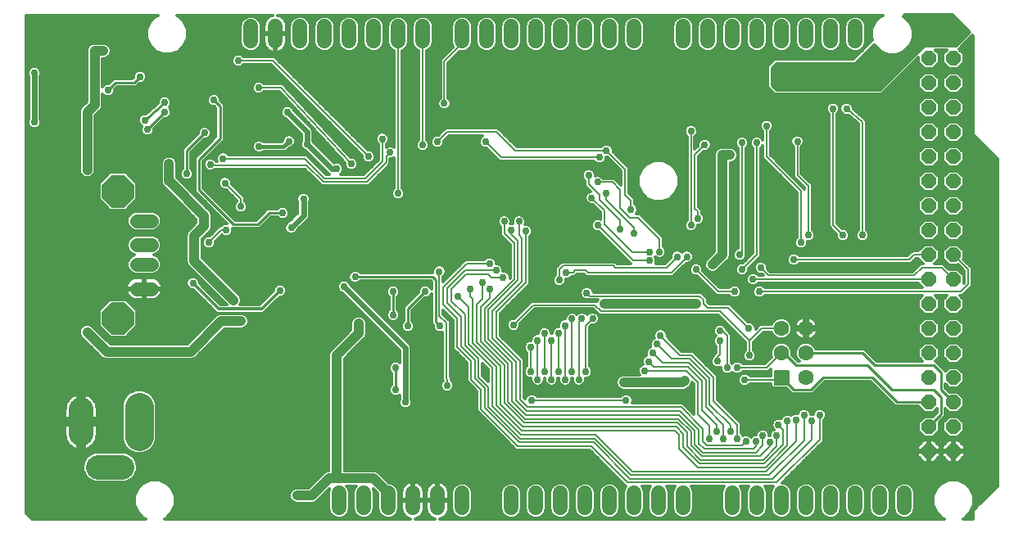
<source format=gbr>
G75*
G70*
%OFA0B0*%
%FSLAX24Y24*%
%IPPOS*%
%LPD*%
%AMOC8*
5,1,8,0,0,1.08239X$1,22.5*
%
%ADD10C,0.0600*%
%ADD11OC8,0.0600*%
%ADD12C,0.0984*%
%ADD13C,0.1181*%
%ADD14C,0.0574*%
%ADD15OC8,0.1306*%
%ADD16C,0.0063*%
%ADD17C,0.0630*%
%ADD18C,0.0300*%
%ADD19C,0.0400*%
%ADD20C,0.0100*%
%ADD21C,0.0240*%
%ADD22C,0.0120*%
%ADD23C,0.0080*%
%ADD24C,0.0160*%
D10*
X033510Y067210D02*
X033510Y067810D01*
X034510Y067810D02*
X034510Y067210D01*
X035510Y067210D02*
X035510Y067810D01*
X036510Y067810D02*
X036510Y067210D01*
X037510Y067210D02*
X037510Y067810D01*
X038510Y067810D02*
X038510Y067210D01*
X040510Y067210D02*
X040510Y067810D01*
X041510Y067810D02*
X041510Y067210D01*
X042510Y067210D02*
X042510Y067810D01*
X043510Y067810D02*
X043510Y067210D01*
X044510Y067210D02*
X044510Y067810D01*
X045510Y067810D02*
X045510Y067210D01*
X046510Y067210D02*
X046510Y067810D01*
X047510Y067810D02*
X047510Y067210D01*
X049510Y067210D02*
X049510Y067810D01*
X050510Y067810D02*
X050510Y067210D01*
X051510Y067210D02*
X051510Y067810D01*
X052510Y067810D02*
X052510Y067210D01*
X053510Y067210D02*
X053510Y067810D01*
X054510Y067810D02*
X054510Y067210D01*
X055510Y067210D02*
X055510Y067810D01*
X056510Y067810D02*
X056510Y067210D01*
X054510Y086210D02*
X054510Y086810D01*
X053510Y086810D02*
X053510Y086210D01*
X052510Y086210D02*
X052510Y086810D01*
X051510Y086810D02*
X051510Y086210D01*
X050510Y086210D02*
X050510Y086810D01*
X049510Y086810D02*
X049510Y086210D01*
X048510Y086210D02*
X048510Y086810D01*
X047510Y086810D02*
X047510Y086210D01*
X045510Y086210D02*
X045510Y086810D01*
X044510Y086810D02*
X044510Y086210D01*
X043510Y086210D02*
X043510Y086810D01*
X042510Y086810D02*
X042510Y086210D01*
X041510Y086210D02*
X041510Y086810D01*
X040510Y086810D02*
X040510Y086210D01*
X039510Y086210D02*
X039510Y086810D01*
X038510Y086810D02*
X038510Y086210D01*
X036910Y086210D02*
X036910Y086810D01*
X035910Y086810D02*
X035910Y086210D01*
X034910Y086210D02*
X034910Y086810D01*
X033910Y086810D02*
X033910Y086210D01*
X032910Y086210D02*
X032910Y086810D01*
X031910Y086810D02*
X031910Y086210D01*
X030910Y086210D02*
X030910Y086810D01*
X029910Y086810D02*
X029910Y086210D01*
D11*
X057510Y086510D03*
X058510Y086510D03*
X058510Y085510D03*
X057510Y085510D03*
X057510Y084510D03*
X058510Y084510D03*
X058510Y083510D03*
X057510Y083510D03*
X057510Y082510D03*
X058510Y082510D03*
X058510Y081510D03*
X057510Y081510D03*
X057510Y080510D03*
X058510Y080510D03*
X058510Y079510D03*
X057510Y079510D03*
X057510Y078510D03*
X058510Y078510D03*
X058510Y077510D03*
X057510Y077510D03*
X057510Y076510D03*
X058510Y076510D03*
X058510Y075510D03*
X057510Y075510D03*
X057510Y074510D03*
X058510Y074510D03*
X058510Y073510D03*
X057510Y073510D03*
X057510Y072510D03*
X058510Y072510D03*
X058510Y071510D03*
X057510Y071510D03*
X057510Y070510D03*
X058510Y070510D03*
X058510Y069510D03*
X057510Y069510D03*
D12*
X024683Y068859D02*
X023699Y068859D01*
X023010Y070217D02*
X023010Y071202D01*
D13*
X025372Y071300D02*
X025372Y070119D01*
D14*
X025290Y076132D02*
X025864Y076132D01*
X025864Y077116D02*
X025290Y077116D01*
X025290Y077903D02*
X025864Y077903D01*
X025864Y078888D02*
X025290Y078888D01*
D15*
X024510Y080096D03*
X024510Y074923D03*
D16*
X051226Y072794D02*
X051794Y072794D01*
X051794Y072226D01*
X051226Y072226D01*
X051226Y072794D01*
X051226Y072288D02*
X051794Y072288D01*
X051794Y072350D02*
X051226Y072350D01*
X051226Y072412D02*
X051794Y072412D01*
X051794Y072474D02*
X051226Y072474D01*
X051226Y072536D02*
X051794Y072536D01*
X051794Y072598D02*
X051226Y072598D01*
X051226Y072660D02*
X051794Y072660D01*
X051794Y072722D02*
X051226Y072722D01*
X051226Y072784D02*
X051794Y072784D01*
D17*
X052510Y072510D03*
X052510Y073510D03*
X052510Y074510D03*
X051510Y074510D03*
X051510Y073510D03*
D18*
X050710Y073810D03*
X050210Y073410D03*
X049710Y072910D03*
X049310Y072910D03*
X048910Y073170D03*
X049010Y074010D03*
X049010Y074410D03*
X050190Y074510D03*
X050610Y076010D03*
X050350Y076510D03*
X050670Y076990D03*
X049910Y076910D03*
X049810Y077510D03*
X048910Y077310D03*
X048710Y077110D03*
X048310Y077410D03*
X048030Y076910D03*
X047670Y077430D03*
X047270Y077430D03*
X046550Y077630D03*
X046150Y077630D03*
X046150Y077270D03*
X045610Y076460D03*
X044310Y075510D03*
X043830Y074910D03*
X043390Y074910D03*
X042990Y074910D03*
X042710Y074630D03*
X042430Y074310D03*
X042150Y074030D03*
X041870Y074310D03*
X041590Y074030D03*
X041310Y073750D03*
X040590Y074030D03*
X040610Y074660D03*
X039630Y076110D03*
X039350Y076390D03*
X038830Y076110D03*
X038350Y075830D03*
X037590Y076830D03*
X037010Y076010D03*
X035710Y076010D03*
X035710Y075060D03*
X036310Y074610D03*
X037610Y074610D03*
X037550Y072670D03*
X037910Y072190D03*
X039470Y072670D03*
X041310Y072750D03*
X041590Y072430D03*
X041870Y072750D03*
X042150Y072430D03*
X042430Y072750D03*
X042710Y072430D03*
X042990Y072750D03*
X043270Y072430D03*
X043550Y072750D03*
X043910Y072110D03*
X045110Y072310D03*
X045190Y071590D03*
X045950Y072790D03*
X046110Y073150D03*
X046270Y073510D03*
X046430Y073870D03*
X046590Y074230D03*
X047570Y072390D03*
X047830Y071310D03*
X048870Y070310D03*
X048590Y070030D03*
X049150Y070030D03*
X049430Y070310D03*
X049710Y070030D03*
X050070Y069910D03*
X050470Y069910D03*
X050750Y070150D03*
X051030Y069870D03*
X051310Y070150D03*
X051390Y070590D03*
X051750Y070750D03*
X052110Y070790D03*
X052430Y070990D03*
X052750Y070750D03*
X053070Y070990D03*
X054010Y072010D03*
X052510Y072510D03*
X053610Y073910D03*
X050010Y072410D03*
X049610Y076010D03*
X048030Y075510D03*
X045510Y078390D03*
X044950Y078550D03*
X045390Y079350D03*
X044390Y080030D03*
X044030Y080470D03*
X043670Y080750D03*
X044110Y081470D03*
X044390Y081750D03*
X043810Y082110D03*
X043010Y082910D03*
X042110Y083910D03*
X041010Y084610D03*
X040110Y085110D03*
X039110Y085810D03*
X037610Y085710D03*
X037790Y083670D03*
X037510Y082110D03*
X036910Y081970D03*
X035590Y081670D03*
X035270Y082230D03*
X034710Y081510D03*
X034010Y081210D03*
X033410Y081010D03*
X032210Y082010D03*
X031470Y082130D03*
X031410Y083310D03*
X030230Y084310D03*
X029210Y084810D03*
X029410Y085410D03*
X028410Y083810D03*
X026960Y082980D03*
X026410Y083310D03*
X026410Y083710D03*
X025460Y083910D03*
X025410Y084760D03*
X024110Y084860D03*
X024110Y084210D03*
X023910Y085810D03*
X023560Y085810D03*
X023710Y087110D03*
X022510Y087110D03*
X021110Y084910D03*
X021110Y082910D03*
X023710Y082560D03*
X024010Y082560D03*
X023260Y081310D03*
X023260Y080960D03*
X025810Y080010D03*
X026590Y081210D03*
X027310Y080810D03*
X028270Y081190D03*
X028790Y081430D03*
X028870Y080430D03*
X028610Y080010D03*
X029510Y079470D03*
X028910Y078510D03*
X028210Y078010D03*
X028010Y078670D03*
X027410Y078810D03*
X029610Y077810D03*
X031560Y078610D03*
X031210Y079210D03*
X032060Y079790D03*
X030310Y080660D03*
X030250Y081910D03*
X029210Y082610D03*
X028030Y082470D03*
X025710Y082610D03*
X025610Y082990D03*
X032610Y084510D03*
X035910Y080010D03*
X039470Y082110D03*
X042210Y079910D03*
X043790Y079830D03*
X044030Y078710D03*
X043310Y076610D03*
X042750Y076790D03*
X042470Y076470D03*
X042360Y075860D03*
X043590Y075950D03*
X040190Y076590D03*
X039910Y076870D03*
X039630Y077150D03*
X040260Y077610D03*
X040510Y078510D03*
X040230Y078870D03*
X040830Y078870D03*
X041110Y078470D03*
X036110Y077410D03*
X034160Y076610D03*
X033710Y076210D03*
X032710Y076110D03*
X031110Y076060D03*
X029510Y074810D03*
X029160Y074810D03*
X029210Y075660D03*
X027710Y074810D03*
X027560Y076360D03*
X023510Y074110D03*
X023260Y074360D03*
X029910Y072110D03*
X029910Y071760D03*
X029910Y071410D03*
X030210Y070810D03*
X030560Y070810D03*
X030560Y070460D03*
X030210Y070460D03*
X030210Y070110D03*
X030560Y070110D03*
X030260Y069460D03*
X030260Y069110D03*
X030260Y068760D03*
X031810Y067710D03*
X032160Y067710D03*
X034010Y069341D03*
X035010Y069341D03*
X036210Y071510D03*
X035810Y072010D03*
X035810Y072910D03*
X034310Y074410D03*
X034310Y074710D03*
X033860Y074560D03*
X031810Y077710D03*
X041350Y071590D03*
X048510Y067510D03*
X053110Y069510D03*
X053210Y077010D03*
X053310Y078210D03*
X052610Y078310D03*
X052310Y078010D03*
X052010Y077310D03*
X054010Y078310D03*
X054810Y078310D03*
X051660Y081560D03*
X052160Y082120D03*
X050910Y082760D03*
X050510Y082070D03*
X049910Y082070D03*
X049410Y081570D03*
X049110Y081570D03*
X048910Y082110D03*
X048390Y081990D03*
X047830Y082550D03*
X046610Y083210D03*
X045010Y083010D03*
X048560Y079610D03*
X048110Y078990D03*
X047830Y078710D03*
X052710Y083510D03*
X053610Y083460D03*
X054160Y083460D03*
X054620Y083480D03*
X054010Y084710D03*
X053010Y084710D03*
X051410Y084810D03*
X051410Y084410D03*
X055110Y085300D03*
X028410Y069610D03*
D19*
X031810Y067710D02*
X032410Y067710D01*
X033110Y068410D01*
X033410Y068410D01*
X033410Y073410D01*
X034310Y074310D01*
X034310Y074410D01*
X034310Y074710D01*
X029510Y074810D02*
X029160Y074810D01*
X028710Y074810D01*
X027460Y073560D01*
X024060Y073560D01*
X023260Y074360D01*
X027610Y077260D02*
X027610Y078270D01*
X028010Y078670D01*
X028010Y079090D01*
X026610Y080510D01*
X026590Y080530D01*
X026590Y081210D01*
X023260Y080960D02*
X023260Y083310D01*
X023560Y083610D01*
X023560Y085810D01*
X023910Y085810D01*
X027610Y077260D02*
X029210Y075660D01*
X023010Y072110D02*
X023010Y069310D01*
X023910Y070710D02*
X022070Y070710D01*
X031810Y067710D02*
X032160Y067710D01*
X033410Y068410D02*
X034910Y068410D01*
X035510Y067810D01*
X035510Y067510D01*
X045110Y072310D02*
X047490Y072310D01*
X047570Y072390D01*
X048030Y075510D02*
X044310Y075510D01*
X048710Y077110D02*
X048910Y077310D01*
X049110Y077510D01*
X049110Y081570D01*
X049410Y081570D01*
D20*
X051310Y084210D02*
X051110Y084410D01*
X051110Y085110D01*
X051310Y085310D01*
X054510Y085310D01*
X055287Y086087D01*
X055307Y086039D01*
X055540Y085806D01*
X055845Y085680D01*
X056175Y085680D01*
X056480Y085806D01*
X056714Y086039D01*
X056840Y086344D01*
X056840Y086675D01*
X056714Y086980D01*
X056480Y087213D01*
X056433Y087233D01*
X056510Y087310D01*
X058427Y087310D01*
X059169Y086568D01*
X058610Y086010D01*
X057310Y086010D01*
X055510Y084210D01*
X051310Y084210D01*
X051272Y084247D02*
X055548Y084247D01*
X055647Y084346D02*
X051174Y084346D01*
X051110Y084444D02*
X055745Y084444D01*
X055844Y084543D02*
X051110Y084543D01*
X051110Y084642D02*
X055942Y084642D01*
X056041Y084740D02*
X051110Y084740D01*
X051110Y084839D02*
X056139Y084839D01*
X056238Y084937D02*
X051110Y084937D01*
X051110Y085036D02*
X056336Y085036D01*
X056435Y085134D02*
X051135Y085134D01*
X051233Y085233D02*
X056533Y085233D01*
X056632Y085331D02*
X054532Y085331D01*
X054631Y085430D02*
X056731Y085430D01*
X056829Y085528D02*
X054729Y085528D01*
X054828Y085627D02*
X056928Y085627D01*
X057026Y085726D02*
X056286Y085726D01*
X056498Y085824D02*
X057125Y085824D01*
X057223Y085923D02*
X056597Y085923D01*
X056695Y086021D02*
X058622Y086021D01*
X058720Y086120D02*
X056747Y086120D01*
X056788Y086218D02*
X058819Y086218D01*
X058917Y086317D02*
X056829Y086317D01*
X056840Y086415D02*
X059016Y086415D01*
X059115Y086514D02*
X056840Y086514D01*
X056840Y086612D02*
X059125Y086612D01*
X059026Y086711D02*
X056825Y086711D01*
X056784Y086810D02*
X058927Y086810D01*
X058829Y086908D02*
X056743Y086908D01*
X056687Y087007D02*
X058730Y087007D01*
X058632Y087105D02*
X056588Y087105D01*
X056490Y087204D02*
X058533Y087204D01*
X058435Y087302D02*
X056503Y087302D01*
X055325Y086021D02*
X055222Y086021D01*
X055123Y085923D02*
X055424Y085923D01*
X055522Y085824D02*
X055025Y085824D01*
X054926Y085726D02*
X055734Y085726D01*
X054810Y073510D02*
X052510Y073510D01*
X052110Y073010D02*
X051610Y073510D01*
X051510Y073510D01*
X052110Y073010D02*
X055010Y073010D01*
X056010Y072010D01*
X057710Y072010D01*
X058010Y071710D01*
X058010Y071010D01*
X057510Y070510D01*
X057510Y071510D02*
X056210Y071510D01*
X055210Y072510D01*
X053210Y072510D01*
X052710Y072010D01*
X052010Y072010D01*
X051510Y072510D01*
X054810Y073510D02*
X055310Y073010D01*
X057710Y073010D01*
X058010Y072710D01*
X058010Y072010D01*
X058510Y071510D01*
X037610Y074610D02*
X037430Y074790D01*
X037430Y076490D01*
X037310Y076610D01*
X034160Y076610D01*
X035710Y076010D02*
X035710Y075060D01*
X036310Y075310D02*
X036310Y074610D01*
X036310Y075310D02*
X037010Y076010D01*
X035810Y072910D02*
X035810Y072010D01*
X031210Y079210D02*
X030660Y079210D01*
X030210Y078760D01*
X029210Y078760D01*
X027810Y080160D01*
X027810Y081390D01*
X028660Y082240D01*
X028660Y083560D01*
X028410Y083810D01*
X026410Y083710D02*
X025710Y083090D01*
X025610Y082990D01*
X025710Y082610D02*
X026410Y083310D01*
X025160Y084510D02*
X025410Y084760D01*
X025160Y084510D02*
X024410Y084510D01*
X024110Y084210D01*
X027310Y081750D02*
X027310Y080810D01*
X027310Y081750D02*
X028030Y082470D01*
D21*
X031410Y083310D02*
X032210Y082510D01*
X032210Y082010D01*
X033210Y081010D01*
X033410Y081010D01*
X032060Y079790D02*
X032060Y079110D01*
X031560Y078610D01*
X033710Y076210D02*
X036210Y073710D01*
X036210Y071510D01*
X021110Y082910D02*
X021110Y084910D01*
D22*
X020760Y067010D02*
X021010Y066760D01*
X025626Y066760D01*
X025534Y066798D01*
X025298Y067034D01*
X025170Y067343D01*
X025170Y067677D01*
X025298Y067985D01*
X025534Y068222D01*
X025843Y068349D01*
X026177Y068349D01*
X026486Y068222D01*
X026722Y067985D01*
X026850Y067677D01*
X026850Y067343D01*
X026722Y067034D01*
X026486Y066798D01*
X026394Y066760D01*
X036411Y066760D01*
X036402Y066761D01*
X036334Y066783D01*
X036269Y066816D01*
X036211Y066859D01*
X036159Y066910D01*
X036117Y066969D01*
X036084Y067033D01*
X036062Y067102D01*
X036050Y067173D01*
X036050Y067470D01*
X036470Y067470D01*
X036470Y067550D01*
X036470Y068269D01*
X036402Y068258D01*
X036334Y068236D01*
X036269Y068203D01*
X036211Y068160D01*
X036159Y068109D01*
X036117Y068051D01*
X035863Y068051D01*
X035866Y068047D02*
X035748Y068166D01*
X035594Y068230D01*
X035543Y068230D01*
X035091Y068681D01*
X034974Y068730D01*
X034847Y068730D01*
X033730Y068730D01*
X033730Y073277D01*
X034491Y074038D01*
X034581Y074128D01*
X034630Y074246D01*
X034630Y074346D01*
X034630Y074773D01*
X034581Y074891D01*
X034491Y074981D01*
X034374Y075030D01*
X034247Y075030D01*
X034129Y074981D01*
X034039Y074891D01*
X033990Y074773D01*
X033990Y074442D01*
X033139Y073591D01*
X033090Y073473D01*
X033090Y073346D01*
X033090Y068730D01*
X033047Y068730D01*
X032929Y068681D01*
X032839Y068591D01*
X032278Y068030D01*
X031747Y068030D01*
X031629Y067981D01*
X031539Y067891D01*
X031490Y067773D01*
X031490Y067646D01*
X031539Y067528D01*
X031629Y067438D01*
X031747Y067390D01*
X032347Y067390D01*
X032474Y067390D01*
X032591Y067438D01*
X033121Y067968D01*
X033090Y067893D01*
X033090Y067126D01*
X033154Y066972D01*
X033272Y066854D01*
X033427Y066790D01*
X033594Y066790D01*
X033748Y066854D01*
X033866Y066972D01*
X033930Y067126D01*
X033930Y067893D01*
X033866Y068047D01*
X033824Y068090D01*
X034196Y068090D01*
X034154Y068047D01*
X034090Y067893D01*
X034090Y067126D01*
X034154Y066972D01*
X034272Y066854D01*
X034427Y066790D01*
X034594Y066790D01*
X034748Y066854D01*
X034866Y066972D01*
X034930Y067126D01*
X034930Y067893D01*
X034899Y067968D01*
X035090Y067777D01*
X035090Y067126D01*
X035154Y066972D01*
X035272Y066854D01*
X035427Y066790D01*
X035594Y066790D01*
X035748Y066854D01*
X035866Y066972D01*
X035930Y067126D01*
X035930Y067893D01*
X035866Y068047D01*
X035914Y067932D02*
X036066Y067932D01*
X036062Y067917D02*
X036050Y067846D01*
X036050Y067550D01*
X036470Y067550D01*
X036550Y067550D01*
X036550Y068269D01*
X036618Y068258D01*
X036687Y068236D01*
X036751Y068203D01*
X036810Y068160D01*
X036861Y068109D01*
X036904Y068051D01*
X037117Y068051D01*
X037084Y067986D01*
X037062Y067917D01*
X037050Y067846D01*
X037050Y067550D01*
X037470Y067550D01*
X037470Y068269D01*
X037402Y068258D01*
X037334Y068236D01*
X037269Y068203D01*
X037211Y068160D01*
X037159Y068109D01*
X037117Y068051D01*
X037066Y067932D02*
X036954Y067932D01*
X036959Y067917D02*
X036936Y067986D01*
X036904Y068051D01*
X036959Y067917D02*
X036970Y067846D01*
X036970Y067550D01*
X036550Y067550D01*
X036550Y067470D01*
X036970Y067470D01*
X036970Y067173D01*
X036959Y067102D01*
X036936Y067033D01*
X036904Y066969D01*
X036861Y066910D01*
X036810Y066859D01*
X036751Y066816D01*
X036687Y066783D01*
X036618Y066761D01*
X036609Y066760D01*
X037411Y066760D01*
X037402Y066761D01*
X037334Y066783D01*
X037269Y066816D01*
X037211Y066859D01*
X037159Y066910D01*
X037117Y066969D01*
X037084Y067033D01*
X037062Y067102D01*
X037050Y067173D01*
X037050Y067470D01*
X037470Y067470D01*
X037470Y067550D01*
X037550Y067550D01*
X037550Y068269D01*
X037618Y068258D01*
X037687Y068236D01*
X037751Y068203D01*
X037810Y068160D01*
X037861Y068109D01*
X037904Y068051D01*
X038157Y068051D01*
X038154Y068047D02*
X038090Y067893D01*
X038090Y067126D01*
X038154Y066972D01*
X038272Y066854D01*
X038427Y066790D01*
X038594Y066790D01*
X038748Y066854D01*
X038866Y066972D01*
X038930Y067126D01*
X038930Y067893D01*
X038866Y068047D01*
X038748Y068166D01*
X038594Y068230D01*
X038427Y068230D01*
X038272Y068166D01*
X038154Y068047D01*
X038106Y067932D02*
X037954Y067932D01*
X037959Y067917D02*
X037936Y067986D01*
X037904Y068051D01*
X037959Y067917D02*
X037970Y067846D01*
X037970Y067550D01*
X037550Y067550D01*
X037550Y067470D01*
X037970Y067470D01*
X037970Y067173D01*
X037959Y067102D01*
X037936Y067033D01*
X037904Y066969D01*
X037861Y066910D01*
X037810Y066859D01*
X037751Y066816D01*
X037687Y066783D01*
X037618Y066761D01*
X037609Y066760D01*
X058126Y066760D01*
X058034Y066798D01*
X057798Y067034D01*
X057670Y067343D01*
X057670Y067677D01*
X057798Y067985D01*
X058034Y068222D01*
X058343Y068349D01*
X058677Y068349D01*
X058986Y068222D01*
X059222Y067985D01*
X059350Y067677D01*
X059350Y067343D01*
X059222Y067034D01*
X058986Y066798D01*
X058894Y066760D01*
X059300Y066760D01*
X059300Y067097D01*
X059423Y067220D01*
X060300Y068097D01*
X060300Y081423D01*
X059423Y082300D01*
X059423Y082300D01*
X059300Y082423D01*
X059300Y086423D01*
X059282Y086441D01*
X059281Y086440D01*
X058727Y085886D01*
X058930Y085684D01*
X058930Y085336D01*
X058684Y085090D01*
X058336Y085090D01*
X058090Y085336D01*
X058090Y085684D01*
X058246Y085840D01*
X057774Y085840D01*
X057930Y085684D01*
X057930Y085336D01*
X057684Y085090D01*
X057336Y085090D01*
X057090Y085336D01*
X057090Y085549D01*
X055581Y084040D01*
X055440Y084040D01*
X051240Y084040D01*
X051140Y084139D01*
X050940Y084339D01*
X050940Y084480D01*
X050940Y085180D01*
X051040Y085280D01*
X051240Y085480D01*
X051381Y085480D01*
X054440Y085480D01*
X055209Y086249D01*
X055170Y086343D01*
X055170Y086677D01*
X055298Y086985D01*
X055534Y087222D01*
X055626Y087260D01*
X031009Y087260D01*
X031018Y087258D01*
X031087Y087236D01*
X031151Y087203D01*
X031210Y087160D01*
X031261Y087109D01*
X031304Y087051D01*
X031336Y086986D01*
X031359Y086917D01*
X031370Y086846D01*
X031370Y086550D01*
X030950Y086550D01*
X030950Y086470D01*
X031370Y086470D01*
X031370Y086173D01*
X031359Y086102D01*
X031336Y086033D01*
X031304Y085969D01*
X031261Y085910D01*
X031210Y085859D01*
X031151Y085816D01*
X031087Y085783D01*
X031018Y085761D01*
X030950Y085750D01*
X030950Y086469D01*
X030870Y086469D01*
X030870Y085750D01*
X030802Y085761D01*
X030734Y085783D01*
X030669Y085816D01*
X030611Y085859D01*
X030559Y085910D01*
X030517Y085969D01*
X030484Y086033D01*
X030462Y086102D01*
X030450Y086173D01*
X030450Y086470D01*
X030870Y086470D01*
X030870Y086550D01*
X030450Y086550D01*
X030450Y086846D01*
X030462Y086917D01*
X030484Y086986D01*
X030517Y087051D01*
X030559Y087109D01*
X030611Y087160D01*
X030669Y087203D01*
X030734Y087236D01*
X030802Y087258D01*
X030811Y087260D01*
X026894Y087260D01*
X026986Y087222D01*
X027222Y086985D01*
X027350Y086677D01*
X027350Y086343D01*
X027222Y086034D01*
X026986Y085798D01*
X026677Y085670D01*
X026343Y085670D01*
X026034Y085798D01*
X025798Y086034D01*
X025670Y086343D01*
X025670Y086677D01*
X025798Y086985D01*
X026034Y087222D01*
X026126Y087260D01*
X020760Y087260D01*
X020760Y067010D01*
X020786Y066984D02*
X025348Y066984D01*
X025270Y067102D02*
X020760Y067102D01*
X020760Y067221D02*
X025221Y067221D01*
X025172Y067339D02*
X020760Y067339D01*
X020760Y067458D02*
X025170Y067458D01*
X025170Y067576D02*
X020760Y067576D01*
X020760Y067695D02*
X025178Y067695D01*
X025227Y067814D02*
X020760Y067814D01*
X020760Y067932D02*
X025276Y067932D01*
X025364Y068051D02*
X020760Y068051D01*
X020760Y068169D02*
X025482Y068169D01*
X025694Y068288D02*
X024903Y068288D01*
X024805Y068247D02*
X025030Y068340D01*
X025202Y068512D01*
X025296Y068737D01*
X025296Y068981D01*
X025202Y069206D01*
X025030Y069378D01*
X024805Y069471D01*
X023577Y069471D01*
X023352Y069378D01*
X023180Y069206D01*
X023087Y068981D01*
X023087Y068737D01*
X023180Y068512D01*
X023352Y068340D01*
X023577Y068247D01*
X024805Y068247D01*
X025096Y068406D02*
X032654Y068406D01*
X032536Y068288D02*
X026326Y068288D01*
X026538Y068169D02*
X032417Y068169D01*
X032299Y068051D02*
X026657Y068051D01*
X026744Y067932D02*
X031580Y067932D01*
X031507Y067814D02*
X026793Y067814D01*
X026843Y067695D02*
X031490Y067695D01*
X031519Y067576D02*
X026850Y067576D01*
X026850Y067458D02*
X031609Y067458D01*
X032611Y067458D02*
X033090Y067458D01*
X033090Y067576D02*
X032730Y067576D01*
X032848Y067695D02*
X033090Y067695D01*
X033090Y067814D02*
X032967Y067814D01*
X033085Y067932D02*
X033106Y067932D01*
X033090Y067339D02*
X026849Y067339D01*
X026800Y067221D02*
X033090Y067221D01*
X033100Y067102D02*
X026751Y067102D01*
X026672Y066984D02*
X033149Y066984D01*
X033261Y066865D02*
X026554Y066865D01*
X025467Y066865D02*
X020905Y066865D01*
X020760Y068288D02*
X023479Y068288D01*
X023286Y068406D02*
X020760Y068406D01*
X020760Y068525D02*
X023175Y068525D01*
X023126Y068643D02*
X020760Y068643D01*
X020760Y068762D02*
X023087Y068762D01*
X023087Y068880D02*
X020760Y068880D01*
X020760Y068999D02*
X023095Y068999D01*
X023144Y069118D02*
X020760Y069118D01*
X020760Y069236D02*
X023210Y069236D01*
X023329Y069355D02*
X020760Y069355D01*
X020760Y069473D02*
X025075Y069473D01*
X024970Y069517D02*
X025231Y069409D01*
X025514Y069409D01*
X025775Y069517D01*
X025975Y069717D01*
X026083Y069978D01*
X026083Y071441D01*
X025975Y071703D01*
X025775Y071903D01*
X025514Y072011D01*
X025231Y072011D01*
X024970Y071903D01*
X024770Y071703D01*
X024662Y071441D01*
X024662Y069978D01*
X024770Y069717D01*
X024970Y069517D01*
X024895Y069592D02*
X023195Y069592D01*
X023220Y069599D02*
X023299Y069631D01*
X023373Y069674D01*
X023441Y069726D01*
X023502Y069787D01*
X023554Y069854D01*
X023596Y069928D01*
X023629Y070007D01*
X023651Y070090D01*
X023662Y070175D01*
X023662Y070667D01*
X023053Y070667D01*
X023053Y070752D01*
X023662Y070752D01*
X023662Y071244D01*
X023651Y071329D01*
X023629Y071412D01*
X023596Y071491D01*
X023554Y071565D01*
X023502Y071633D01*
X023441Y071693D01*
X023373Y071745D01*
X023299Y071788D01*
X023220Y071821D01*
X023138Y071843D01*
X023053Y071854D01*
X023053Y071854D01*
X023053Y071715D01*
X022968Y071715D01*
X022968Y071854D01*
X022967Y071854D01*
X022883Y071843D01*
X022800Y071821D01*
X022721Y071788D01*
X022647Y071745D01*
X022579Y071693D01*
X022519Y071633D01*
X022467Y071565D01*
X022424Y071491D01*
X022391Y071412D01*
X022369Y071329D01*
X022358Y071244D01*
X022358Y070752D01*
X022967Y070752D01*
X022967Y070667D01*
X022358Y070667D01*
X022358Y070175D01*
X022369Y070090D01*
X022391Y070007D01*
X022424Y069928D01*
X022467Y069854D01*
X022519Y069787D01*
X022579Y069726D01*
X022647Y069674D01*
X022721Y069631D01*
X022800Y069599D01*
X022883Y069576D01*
X022967Y069565D01*
X022968Y069565D01*
X022968Y069705D01*
X023053Y069705D01*
X023053Y069565D01*
X023138Y069576D01*
X023220Y069599D01*
X023053Y069592D02*
X022968Y069592D01*
X023053Y069565D02*
X023053Y069565D01*
X022826Y069592D02*
X020760Y069592D01*
X020760Y069710D02*
X022600Y069710D01*
X022486Y069829D02*
X020760Y069829D01*
X020760Y069947D02*
X022416Y069947D01*
X022376Y070066D02*
X020760Y070066D01*
X020760Y070184D02*
X022358Y070184D01*
X022358Y070303D02*
X020760Y070303D01*
X020760Y070422D02*
X022358Y070422D01*
X022358Y070540D02*
X020760Y070540D01*
X020760Y070659D02*
X022358Y070659D01*
X022358Y070777D02*
X020760Y070777D01*
X020760Y070896D02*
X022358Y070896D01*
X022358Y071014D02*
X020760Y071014D01*
X020760Y071133D02*
X022358Y071133D01*
X022359Y071251D02*
X020760Y071251D01*
X020760Y071370D02*
X022380Y071370D01*
X022423Y071488D02*
X020760Y071488D01*
X020760Y071607D02*
X022499Y071607D01*
X022622Y071726D02*
X020760Y071726D01*
X020760Y071844D02*
X022893Y071844D01*
X022968Y071844D02*
X023053Y071844D01*
X023127Y071844D02*
X024911Y071844D01*
X024793Y071726D02*
X023399Y071726D01*
X023521Y071607D02*
X024730Y071607D01*
X024681Y071488D02*
X023597Y071488D01*
X023640Y071370D02*
X024662Y071370D01*
X024662Y071251D02*
X023661Y071251D01*
X023662Y071133D02*
X024662Y071133D01*
X024662Y071014D02*
X023662Y071014D01*
X023662Y070896D02*
X024662Y070896D01*
X024662Y070777D02*
X023662Y070777D01*
X023662Y070659D02*
X024662Y070659D01*
X024662Y070540D02*
X023662Y070540D01*
X023662Y070422D02*
X024662Y070422D01*
X024662Y070303D02*
X023662Y070303D01*
X023662Y070184D02*
X024662Y070184D01*
X024662Y070066D02*
X023645Y070066D01*
X023604Y069947D02*
X024674Y069947D01*
X024724Y069829D02*
X023534Y069829D01*
X023420Y069710D02*
X024776Y069710D01*
X025054Y069355D02*
X033090Y069355D01*
X033090Y069473D02*
X025670Y069473D01*
X025850Y069592D02*
X033090Y069592D01*
X033090Y069710D02*
X025969Y069710D01*
X026021Y069829D02*
X033090Y069829D01*
X033090Y069947D02*
X026070Y069947D01*
X026083Y070066D02*
X033090Y070066D01*
X033090Y070184D02*
X026083Y070184D01*
X026083Y070303D02*
X033090Y070303D01*
X033090Y070422D02*
X026083Y070422D01*
X026083Y070540D02*
X033090Y070540D01*
X033090Y070659D02*
X026083Y070659D01*
X026083Y070777D02*
X033090Y070777D01*
X033090Y070896D02*
X026083Y070896D01*
X026083Y071014D02*
X033090Y071014D01*
X033090Y071133D02*
X026083Y071133D01*
X026083Y071251D02*
X033090Y071251D01*
X033090Y071370D02*
X026083Y071370D01*
X026064Y071488D02*
X033090Y071488D01*
X033090Y071607D02*
X026014Y071607D01*
X025952Y071726D02*
X033090Y071726D01*
X033090Y071844D02*
X025833Y071844D01*
X025630Y071963D02*
X033090Y071963D01*
X033090Y072081D02*
X020760Y072081D01*
X020760Y071963D02*
X025115Y071963D01*
X024124Y073240D02*
X027524Y073240D01*
X027641Y073288D01*
X027731Y073378D01*
X028843Y074490D01*
X029097Y074490D01*
X029574Y074490D01*
X029691Y074538D01*
X029781Y074628D01*
X029830Y074746D01*
X029830Y074873D01*
X029781Y074991D01*
X029691Y075081D01*
X029574Y075130D01*
X029097Y075130D01*
X028774Y075130D01*
X028647Y075130D01*
X028529Y075081D01*
X027328Y073880D01*
X024193Y073880D01*
X023441Y074631D01*
X023324Y074680D01*
X023197Y074680D01*
X023079Y074631D01*
X022989Y074541D01*
X022940Y074423D01*
X022940Y074296D01*
X022989Y074178D01*
X023879Y073288D01*
X023997Y073240D01*
X024124Y073240D01*
X023931Y073267D02*
X020760Y073267D01*
X020760Y073385D02*
X023782Y073385D01*
X023664Y073504D02*
X020760Y073504D01*
X020760Y073622D02*
X023545Y073622D01*
X023426Y073741D02*
X020760Y073741D01*
X020760Y073859D02*
X023308Y073859D01*
X023189Y073978D02*
X020760Y073978D01*
X020760Y074096D02*
X023071Y074096D01*
X022974Y074215D02*
X020760Y074215D01*
X020760Y074333D02*
X022940Y074333D01*
X022952Y074452D02*
X020760Y074452D01*
X020760Y074571D02*
X023019Y074571D01*
X023502Y074571D02*
X023770Y074571D01*
X023737Y074603D02*
X024190Y074150D01*
X024830Y074150D01*
X025283Y074603D01*
X025283Y075243D01*
X024830Y075696D01*
X024190Y075696D01*
X023737Y075243D01*
X023737Y074603D01*
X023737Y074689D02*
X020760Y074689D01*
X020760Y074808D02*
X023737Y074808D01*
X023737Y074926D02*
X020760Y074926D01*
X020760Y075045D02*
X023737Y075045D01*
X023737Y075163D02*
X020760Y075163D01*
X020760Y075282D02*
X023776Y075282D01*
X023895Y075400D02*
X020760Y075400D01*
X020760Y075519D02*
X024013Y075519D01*
X024132Y075637D02*
X020760Y075637D01*
X020760Y075756D02*
X025047Y075756D01*
X025056Y075749D02*
X025119Y075717D01*
X025185Y075696D01*
X025255Y075685D01*
X025544Y075685D01*
X025544Y076098D01*
X025611Y076098D01*
X025611Y076165D01*
X026311Y076165D01*
X026311Y076167D01*
X026300Y076236D01*
X026278Y076303D01*
X026246Y076366D01*
X026205Y076423D01*
X026155Y076473D01*
X026098Y076514D01*
X026036Y076546D01*
X025969Y076568D01*
X025899Y076579D01*
X025611Y076579D01*
X025611Y076165D01*
X025544Y076165D01*
X025544Y076579D01*
X025255Y076579D01*
X025185Y076568D01*
X025119Y076546D01*
X025056Y076514D01*
X024999Y076473D01*
X024949Y076423D01*
X024908Y076366D01*
X024876Y076303D01*
X024854Y076236D01*
X024843Y076167D01*
X024843Y076165D01*
X025543Y076165D01*
X025543Y076098D01*
X024843Y076098D01*
X024843Y076096D01*
X024854Y076027D01*
X024876Y075960D01*
X024908Y075897D01*
X024949Y075840D01*
X024999Y075791D01*
X025056Y075749D01*
X024924Y075875D02*
X020760Y075875D01*
X020760Y075993D02*
X024865Y075993D01*
X024853Y076230D02*
X020760Y076230D01*
X020760Y076112D02*
X025543Y076112D01*
X025611Y076112D02*
X027453Y076112D01*
X027407Y076131D02*
X027506Y076090D01*
X027576Y076090D01*
X028536Y075130D01*
X028685Y075130D01*
X030435Y075130D01*
X030540Y075235D01*
X031095Y075790D01*
X031164Y075790D01*
X031263Y075831D01*
X031339Y075907D01*
X031380Y076006D01*
X031380Y076113D01*
X031339Y076213D01*
X031263Y076288D01*
X031164Y076330D01*
X031056Y076330D01*
X030957Y076288D01*
X030881Y076213D01*
X030840Y076113D01*
X030840Y076044D01*
X030286Y075490D01*
X029486Y075490D01*
X029530Y075596D01*
X029530Y075723D01*
X029481Y075841D01*
X027930Y077392D01*
X027930Y078137D01*
X028281Y078488D01*
X028330Y078606D01*
X028330Y078733D01*
X028330Y079090D01*
X028331Y079151D01*
X028330Y079152D01*
X028330Y079153D01*
X028305Y079213D01*
X028283Y079269D01*
X028282Y079270D01*
X028281Y079271D01*
X028236Y079317D01*
X026910Y080661D01*
X026910Y081273D01*
X026861Y081391D01*
X026771Y081481D01*
X026654Y081530D01*
X026527Y081530D01*
X026409Y081481D01*
X026319Y081391D01*
X026270Y081273D01*
X026270Y080466D01*
X026319Y080348D01*
X026385Y080283D01*
X027690Y078958D01*
X027690Y078802D01*
X027339Y078451D01*
X027290Y078333D01*
X027290Y078206D01*
X027290Y077196D01*
X027339Y077078D01*
X027429Y076988D01*
X028928Y075490D01*
X028685Y075490D01*
X027830Y076344D01*
X027830Y076413D01*
X027789Y076513D01*
X027713Y076588D01*
X027614Y076630D01*
X027506Y076630D01*
X027407Y076588D01*
X027331Y076513D01*
X027290Y076413D01*
X027290Y076306D01*
X027331Y076207D01*
X027407Y076131D01*
X027322Y076230D02*
X026301Y076230D01*
X026255Y076349D02*
X027290Y076349D01*
X027313Y076467D02*
X026161Y076467D01*
X026095Y076771D02*
X026209Y076885D01*
X026271Y077035D01*
X026271Y077197D01*
X026209Y077346D01*
X026095Y077461D01*
X025977Y077510D01*
X026095Y077558D01*
X026209Y077673D01*
X026271Y077822D01*
X026271Y077984D01*
X026209Y078134D01*
X026095Y078248D01*
X025945Y078310D01*
X025209Y078310D01*
X025060Y078248D01*
X024945Y078134D01*
X024883Y077984D01*
X024883Y077822D01*
X024945Y077673D01*
X025060Y077558D01*
X025177Y077510D01*
X025060Y077461D01*
X024945Y077346D01*
X024883Y077197D01*
X024883Y077035D01*
X024945Y076885D01*
X025060Y076771D01*
X025209Y076709D01*
X025945Y076709D01*
X026095Y076771D01*
X026147Y076823D02*
X027594Y076823D01*
X027476Y076941D02*
X026232Y076941D01*
X026271Y077060D02*
X027357Y077060D01*
X027297Y077179D02*
X026271Y077179D01*
X026230Y077297D02*
X027290Y077297D01*
X027290Y077416D02*
X026140Y077416D01*
X026036Y077534D02*
X027290Y077534D01*
X027290Y077653D02*
X026189Y077653D01*
X026250Y077771D02*
X027290Y077771D01*
X027290Y077890D02*
X026271Y077890D01*
X026261Y078008D02*
X027290Y078008D01*
X027290Y078127D02*
X026212Y078127D01*
X026098Y078245D02*
X027290Y078245D01*
X027303Y078364D02*
X020760Y078364D01*
X020760Y078482D02*
X025204Y078482D01*
X025209Y078481D02*
X025945Y078481D01*
X026095Y078543D01*
X026209Y078657D01*
X026271Y078807D01*
X026271Y078969D01*
X026209Y079118D01*
X026095Y079233D01*
X025945Y079295D01*
X025209Y079295D01*
X025060Y079233D01*
X024945Y079118D01*
X024883Y078969D01*
X024883Y078807D01*
X024945Y078657D01*
X025060Y078543D01*
X025209Y078481D01*
X025001Y078601D02*
X020760Y078601D01*
X020760Y078720D02*
X024919Y078720D01*
X024883Y078838D02*
X020760Y078838D01*
X020760Y078957D02*
X024883Y078957D01*
X024927Y079075D02*
X020760Y079075D01*
X020760Y079194D02*
X025021Y079194D01*
X024830Y079323D02*
X025283Y079776D01*
X025283Y080416D01*
X024830Y080869D01*
X024190Y080869D01*
X023737Y080416D01*
X023737Y079776D01*
X024190Y079323D01*
X024830Y079323D01*
X024938Y079431D02*
X027224Y079431D01*
X027108Y079549D02*
X025056Y079549D01*
X025175Y079668D02*
X026991Y079668D01*
X026874Y079786D02*
X025283Y079786D01*
X025283Y079905D02*
X026757Y079905D01*
X026640Y080024D02*
X025283Y080024D01*
X025283Y080142D02*
X026523Y080142D01*
X026406Y080261D02*
X025283Y080261D01*
X025283Y080379D02*
X026306Y080379D01*
X026270Y080498D02*
X025201Y080498D01*
X025083Y080616D02*
X026270Y080616D01*
X026270Y080735D02*
X024964Y080735D01*
X024846Y080853D02*
X026270Y080853D01*
X026270Y080972D02*
X023580Y080972D01*
X023580Y080896D02*
X023580Y083177D01*
X023831Y083428D01*
X023880Y083546D01*
X023880Y083673D01*
X023880Y084059D01*
X023881Y084057D01*
X023957Y083981D01*
X024056Y083940D01*
X024164Y083940D01*
X024263Y083981D01*
X024339Y084057D01*
X024380Y084156D01*
X024380Y084239D01*
X024481Y084340D01*
X025090Y084340D01*
X025231Y084340D01*
X025381Y084490D01*
X025464Y084490D01*
X025563Y084531D01*
X025639Y084607D01*
X025680Y084706D01*
X025680Y084813D01*
X025639Y084913D01*
X025563Y084988D01*
X025464Y085030D01*
X025356Y085030D01*
X025257Y084988D01*
X025181Y084913D01*
X025140Y084813D01*
X025140Y084730D01*
X025090Y084680D01*
X024340Y084680D01*
X024240Y084580D01*
X024140Y084480D01*
X024056Y084480D01*
X023957Y084438D01*
X023881Y084363D01*
X023880Y084360D01*
X023880Y085490D01*
X023974Y085490D01*
X024091Y085538D01*
X024181Y085628D01*
X024230Y085746D01*
X024230Y085873D01*
X024181Y085991D01*
X024091Y086081D01*
X023974Y086130D01*
X023624Y086130D01*
X023497Y086130D01*
X023379Y086081D01*
X023289Y085991D01*
X023240Y085873D01*
X023240Y083742D01*
X022989Y083491D01*
X022940Y083373D01*
X022940Y083246D01*
X022940Y080896D01*
X022989Y080778D01*
X023079Y080688D01*
X023197Y080640D01*
X023324Y080640D01*
X023441Y080688D01*
X023531Y080778D01*
X023580Y080896D01*
X023563Y080853D02*
X024175Y080853D01*
X024056Y080735D02*
X023488Y080735D01*
X023580Y081090D02*
X026270Y081090D01*
X026270Y081209D02*
X023580Y081209D01*
X023580Y081328D02*
X026293Y081328D01*
X026374Y081446D02*
X023580Y081446D01*
X023580Y081565D02*
X027140Y081565D01*
X027140Y081683D02*
X023580Y081683D01*
X023580Y081802D02*
X027140Y081802D01*
X027140Y081820D02*
X027140Y081021D01*
X027081Y080963D01*
X027040Y080863D01*
X027040Y080756D01*
X027081Y080657D01*
X027157Y080581D01*
X027256Y080540D01*
X027364Y080540D01*
X027463Y080581D01*
X027539Y080657D01*
X027580Y080756D01*
X027580Y080863D01*
X027539Y080963D01*
X027480Y081021D01*
X027480Y081679D01*
X028001Y082200D01*
X028084Y082200D01*
X028183Y082241D01*
X028259Y082317D01*
X028300Y082416D01*
X028300Y082523D01*
X028259Y082623D01*
X028183Y082698D01*
X028084Y082740D01*
X027976Y082740D01*
X027877Y082698D01*
X027801Y082623D01*
X027760Y082523D01*
X027760Y082440D01*
X027240Y081920D01*
X027240Y081920D01*
X027140Y081820D01*
X027241Y081920D02*
X023580Y081920D01*
X023580Y082039D02*
X027359Y082039D01*
X027478Y082157D02*
X023580Y082157D01*
X023580Y082276D02*
X027596Y082276D01*
X027715Y082394D02*
X025877Y082394D01*
X025863Y082381D02*
X025939Y082457D01*
X025980Y082556D01*
X025980Y082639D01*
X026381Y083040D01*
X026464Y083040D01*
X026563Y083081D01*
X026639Y083157D01*
X026680Y083256D01*
X026680Y083363D01*
X026639Y083463D01*
X026592Y083510D01*
X026639Y083557D01*
X026680Y083656D01*
X026680Y083763D01*
X026639Y083863D01*
X026563Y083938D01*
X026464Y083980D01*
X026356Y083980D01*
X026257Y083938D01*
X026181Y083863D01*
X026140Y083763D01*
X026140Y083698D01*
X023880Y083698D01*
X023880Y083580D02*
X026007Y083580D01*
X026140Y083698D02*
X025646Y083260D01*
X025556Y083260D01*
X025457Y083218D01*
X025381Y083143D01*
X025340Y083043D01*
X025340Y082936D01*
X025381Y082837D01*
X025457Y082761D01*
X025477Y082752D01*
X025440Y082663D01*
X025440Y082556D01*
X025481Y082457D01*
X025557Y082381D01*
X025656Y082340D01*
X025764Y082340D01*
X025863Y082381D01*
X025962Y082513D02*
X027760Y082513D01*
X027810Y082631D02*
X025980Y082631D01*
X026091Y082750D02*
X028490Y082750D01*
X028490Y082631D02*
X028250Y082631D01*
X028300Y082513D02*
X028490Y082513D01*
X028490Y082394D02*
X028291Y082394D01*
X028218Y082276D02*
X028456Y082276D01*
X028490Y082310D02*
X027740Y081560D01*
X027640Y081460D01*
X027640Y080230D01*
X027640Y080089D01*
X028950Y078780D01*
X028856Y078780D01*
X028757Y078738D01*
X028688Y078670D01*
X028644Y078670D01*
X028254Y078280D01*
X028156Y078280D01*
X028057Y078238D01*
X027981Y078163D01*
X027940Y078063D01*
X027940Y077956D01*
X027981Y077857D01*
X028057Y077781D01*
X028156Y077740D01*
X028264Y077740D01*
X028363Y077781D01*
X028439Y077857D01*
X028480Y077956D01*
X028480Y078053D01*
X028732Y078306D01*
X028757Y078281D01*
X028856Y078240D01*
X028964Y078240D01*
X029063Y078281D01*
X029139Y078357D01*
X029180Y078456D01*
X029180Y078563D01*
X029169Y078590D01*
X030140Y078590D01*
X030281Y078590D01*
X030731Y079040D01*
X030998Y079040D01*
X031057Y078981D01*
X031156Y078940D01*
X031264Y078940D01*
X031363Y078981D01*
X031439Y079057D01*
X031480Y079156D01*
X031480Y079263D01*
X031439Y079363D01*
X031363Y079438D01*
X031264Y079480D01*
X031156Y079480D01*
X031057Y079438D01*
X030998Y079380D01*
X030731Y079380D01*
X030590Y079380D01*
X030140Y078930D01*
X029281Y078930D01*
X027980Y080230D01*
X027980Y081319D01*
X028830Y082169D01*
X028830Y082310D01*
X028830Y083489D01*
X028830Y083630D01*
X028680Y083780D01*
X028680Y083863D01*
X028639Y083963D01*
X028563Y084038D01*
X028464Y084080D01*
X028356Y084080D01*
X028257Y084038D01*
X028181Y083963D01*
X028140Y083863D01*
X028140Y083756D01*
X028181Y083657D01*
X028257Y083581D01*
X028356Y083540D01*
X028440Y083540D01*
X028490Y083489D01*
X028490Y082310D01*
X028338Y082157D02*
X027958Y082157D01*
X027840Y082039D02*
X028219Y082039D01*
X028100Y081920D02*
X027721Y081920D01*
X027603Y081802D02*
X027982Y081802D01*
X027863Y081683D02*
X027484Y081683D01*
X027480Y081565D02*
X027745Y081565D01*
X027640Y081446D02*
X027480Y081446D01*
X027480Y081328D02*
X027640Y081328D01*
X027640Y081209D02*
X027480Y081209D01*
X027480Y081090D02*
X027640Y081090D01*
X027640Y080972D02*
X027530Y080972D01*
X027580Y080853D02*
X027640Y080853D01*
X027640Y080735D02*
X027571Y080735D01*
X027640Y080616D02*
X027499Y080616D01*
X027640Y080498D02*
X027071Y080498D01*
X027122Y080616D02*
X026954Y080616D01*
X026910Y080735D02*
X027049Y080735D01*
X027040Y080853D02*
X026910Y080853D01*
X026910Y080972D02*
X027091Y080972D01*
X027140Y081090D02*
X026910Y081090D01*
X026910Y081209D02*
X027140Y081209D01*
X027140Y081328D02*
X026888Y081328D01*
X026806Y081446D02*
X027140Y081446D01*
X027989Y081328D02*
X028035Y081328D01*
X028041Y081343D02*
X028000Y081243D01*
X028000Y081136D01*
X028041Y081037D01*
X028117Y080961D01*
X028216Y080920D01*
X028324Y080920D01*
X028423Y080961D01*
X028452Y080990D01*
X032124Y080990D01*
X032710Y080403D01*
X032804Y080310D01*
X034564Y080310D01*
X034696Y080310D01*
X035496Y081110D01*
X035590Y081203D01*
X035590Y081400D01*
X035644Y081400D01*
X035743Y081441D01*
X035750Y081448D01*
X035750Y080231D01*
X035681Y080163D01*
X035640Y080063D01*
X035640Y079956D01*
X035681Y079857D01*
X035757Y079781D01*
X035856Y079740D01*
X035964Y079740D01*
X036063Y079781D01*
X036139Y079857D01*
X036180Y079956D01*
X036180Y080063D01*
X036139Y080163D01*
X036070Y080231D01*
X036070Y085821D01*
X036148Y085854D01*
X036266Y085972D01*
X036330Y086126D01*
X036330Y086893D01*
X036266Y087047D01*
X036148Y087166D01*
X035994Y087230D01*
X035827Y087230D01*
X035672Y087166D01*
X035554Y087047D01*
X035490Y086893D01*
X035490Y086126D01*
X035554Y085972D01*
X035672Y085854D01*
X035750Y085821D01*
X035750Y081891D01*
X035743Y081898D01*
X035644Y081940D01*
X035536Y081940D01*
X035437Y081898D01*
X035430Y081891D01*
X035430Y082008D01*
X035499Y082077D01*
X035540Y082176D01*
X035540Y082283D01*
X035499Y082383D01*
X035423Y082458D01*
X035324Y082500D01*
X035216Y082500D01*
X035117Y082458D01*
X035041Y082383D01*
X035000Y082283D01*
X035000Y082176D01*
X035041Y082077D01*
X035110Y082008D01*
X035110Y081376D01*
X034524Y080790D01*
X033572Y080790D01*
X033639Y080857D01*
X033680Y080956D01*
X033680Y081063D01*
X033639Y081163D01*
X033563Y081238D01*
X033464Y081280D01*
X033356Y081280D01*
X033302Y081257D01*
X032469Y082090D01*
X032450Y082136D01*
X032450Y082462D01*
X032450Y082557D01*
X032414Y082646D01*
X031669Y083390D01*
X031639Y083463D01*
X031563Y083538D01*
X031464Y083580D01*
X031356Y083580D01*
X031257Y083538D01*
X031181Y083463D01*
X031140Y083363D01*
X031140Y083256D01*
X031181Y083157D01*
X031257Y083081D01*
X031330Y083051D01*
X031970Y082410D01*
X031970Y082136D01*
X031940Y082063D01*
X031940Y081956D01*
X031981Y081857D01*
X032057Y081781D01*
X032130Y081751D01*
X033007Y080874D01*
X033074Y080806D01*
X033114Y080790D01*
X032976Y080790D01*
X032176Y081590D01*
X032044Y081590D01*
X029012Y081590D01*
X028943Y081658D01*
X028844Y081700D01*
X028736Y081700D01*
X028637Y081658D01*
X028561Y081583D01*
X028520Y081483D01*
X028520Y081376D01*
X028548Y081310D01*
X028513Y081310D01*
X028499Y081343D01*
X028423Y081418D01*
X028324Y081460D01*
X028216Y081460D01*
X028117Y081418D01*
X028041Y081343D01*
X028107Y081446D02*
X028184Y081446D01*
X028226Y081565D02*
X028554Y081565D01*
X028520Y081446D02*
X028357Y081446D01*
X028505Y081328D02*
X028540Y081328D01*
X028434Y080972D02*
X032142Y080972D01*
X032260Y080853D02*
X027980Y080853D01*
X027980Y080735D02*
X032379Y080735D01*
X032497Y080616D02*
X029065Y080616D01*
X029099Y080583D02*
X029023Y080658D01*
X028924Y080700D01*
X028816Y080700D01*
X028717Y080658D01*
X028641Y080583D01*
X028600Y080483D01*
X028600Y080376D01*
X028641Y080277D01*
X028717Y080201D01*
X028816Y080160D01*
X028914Y080160D01*
X029350Y079723D01*
X029350Y079691D01*
X029281Y079623D01*
X029240Y079523D01*
X029240Y079416D01*
X029281Y079317D01*
X029357Y079241D01*
X029456Y079200D01*
X029564Y079200D01*
X029663Y079241D01*
X029739Y079317D01*
X029780Y079416D01*
X029780Y079523D01*
X029739Y079623D01*
X029670Y079691D01*
X029670Y079856D01*
X029576Y079950D01*
X029140Y080386D01*
X029140Y080483D01*
X029099Y080583D01*
X029134Y080498D02*
X032616Y080498D01*
X032734Y080379D02*
X029147Y080379D01*
X029265Y080261D02*
X035750Y080261D01*
X035750Y080379D02*
X034766Y080379D01*
X034885Y080498D02*
X035750Y080498D01*
X035750Y080616D02*
X035003Y080616D01*
X035122Y080735D02*
X035750Y080735D01*
X035750Y080853D02*
X035240Y080853D01*
X035359Y080972D02*
X035750Y080972D01*
X035750Y081090D02*
X035477Y081090D01*
X035590Y081209D02*
X035750Y081209D01*
X035750Y081328D02*
X035590Y081328D01*
X035748Y081446D02*
X035750Y081446D01*
X036070Y081446D02*
X039907Y081446D01*
X039789Y081565D02*
X036070Y081565D01*
X036070Y081683D02*
X039670Y081683D01*
X039552Y081802D02*
X037124Y081802D01*
X037139Y081817D02*
X037180Y081916D01*
X037180Y082023D01*
X037139Y082123D01*
X037070Y082191D01*
X037070Y085821D01*
X037148Y085854D01*
X037266Y085972D01*
X037330Y086126D01*
X037330Y086893D01*
X037266Y087047D01*
X037148Y087166D01*
X036994Y087230D01*
X036827Y087230D01*
X036672Y087166D01*
X036554Y087047D01*
X036490Y086893D01*
X036490Y086126D01*
X036554Y085972D01*
X036672Y085854D01*
X036750Y085821D01*
X036750Y082191D01*
X036681Y082123D01*
X036640Y082023D01*
X036640Y081916D01*
X036681Y081817D01*
X036757Y081741D01*
X036856Y081700D01*
X036964Y081700D01*
X037063Y081741D01*
X037139Y081817D01*
X037180Y081920D02*
X037318Y081920D01*
X037281Y081957D02*
X037357Y081881D01*
X037456Y081840D01*
X037564Y081840D01*
X037663Y081881D01*
X037739Y081957D01*
X037780Y082056D01*
X037780Y082153D01*
X037976Y082350D01*
X039344Y082350D01*
X039317Y082338D01*
X039241Y082263D01*
X039200Y082163D01*
X039200Y082056D01*
X039241Y081957D01*
X039317Y081881D01*
X039416Y081840D01*
X039514Y081840D01*
X040044Y081310D01*
X040176Y081310D01*
X043888Y081310D01*
X043957Y081241D01*
X044056Y081200D01*
X044164Y081200D01*
X044263Y081241D01*
X044339Y081317D01*
X044380Y081416D01*
X044380Y081480D01*
X044434Y081480D01*
X044990Y080923D01*
X044990Y080336D01*
X044790Y080536D01*
X044696Y080630D01*
X044252Y080630D01*
X044183Y080698D01*
X044084Y080740D01*
X043976Y080740D01*
X043940Y080724D01*
X043940Y080803D01*
X043899Y080903D01*
X043823Y080978D01*
X043724Y081020D01*
X043616Y081020D01*
X043517Y080978D01*
X043441Y080903D01*
X043400Y080803D01*
X043400Y080696D01*
X043441Y080597D01*
X043510Y080528D01*
X043510Y080323D01*
X043604Y080230D01*
X043735Y080099D01*
X043637Y080058D01*
X043561Y079983D01*
X043520Y079883D01*
X043520Y079776D01*
X043561Y079677D01*
X043637Y079601D01*
X043736Y079560D01*
X043834Y079560D01*
X044150Y079243D01*
X044150Y078952D01*
X044084Y078980D01*
X043976Y078980D01*
X043877Y078938D01*
X043801Y078863D01*
X043760Y078763D01*
X043760Y078656D01*
X043801Y078557D01*
X043877Y078481D01*
X043976Y078440D01*
X044074Y078440D01*
X045364Y077150D01*
X044816Y077150D01*
X044736Y077230D01*
X044604Y077230D01*
X042564Y077230D01*
X042470Y077136D01*
X042310Y076976D01*
X042310Y076843D01*
X042310Y076691D01*
X042241Y076623D01*
X042200Y076523D01*
X042200Y076416D01*
X042241Y076317D01*
X042317Y076241D01*
X042416Y076200D01*
X042524Y076200D01*
X042623Y076241D01*
X042699Y076317D01*
X042740Y076416D01*
X042740Y076520D01*
X042804Y076520D01*
X042903Y076561D01*
X042972Y076630D01*
X043096Y076630D01*
X043176Y076710D01*
X043484Y076710D01*
X043564Y076630D01*
X047096Y076630D01*
X047190Y076723D01*
X047190Y076723D01*
X047626Y077160D01*
X047724Y077160D01*
X047823Y077201D01*
X047899Y077277D01*
X047940Y077376D01*
X047940Y077483D01*
X047899Y077583D01*
X047823Y077658D01*
X047724Y077700D01*
X047616Y077700D01*
X047517Y077658D01*
X047470Y077611D01*
X047423Y077658D01*
X047324Y077700D01*
X047216Y077700D01*
X047117Y077658D01*
X047041Y077583D01*
X047000Y077483D01*
X047000Y077386D01*
X046764Y077150D01*
X046393Y077150D01*
X046420Y077216D01*
X046420Y077323D01*
X046382Y077416D01*
X046382Y077416D01*
X046397Y077401D01*
X046496Y077360D01*
X046604Y077360D01*
X046703Y077401D01*
X046779Y077477D01*
X046820Y077576D01*
X046820Y077683D01*
X046779Y077783D01*
X046710Y077851D01*
X046710Y078216D01*
X046616Y078310D01*
X045830Y079096D01*
X045736Y079190D01*
X045612Y079190D01*
X045619Y079197D01*
X045660Y079296D01*
X045660Y079403D01*
X045619Y079503D01*
X045550Y079571D01*
X045550Y079643D01*
X045550Y079776D01*
X045310Y080016D01*
X045310Y081056D01*
X045216Y081150D01*
X044660Y081706D01*
X044660Y081803D01*
X044619Y081903D01*
X044543Y081978D01*
X044444Y082020D01*
X044336Y082020D01*
X044237Y081978D01*
X044168Y081910D01*
X040736Y081910D01*
X040070Y082576D01*
X039976Y082670D01*
X037976Y082670D01*
X037844Y082670D01*
X037554Y082380D01*
X037456Y082380D01*
X037357Y082338D01*
X037281Y082263D01*
X037240Y082163D01*
X037240Y082056D01*
X037281Y081957D01*
X037247Y082039D02*
X037174Y082039D01*
X037240Y082157D02*
X037104Y082157D01*
X037070Y082276D02*
X037295Y082276D01*
X037070Y082394D02*
X037569Y082394D01*
X037687Y082513D02*
X037070Y082513D01*
X037070Y082631D02*
X037806Y082631D01*
X037903Y082276D02*
X039255Y082276D01*
X039200Y082157D02*
X037784Y082157D01*
X037773Y082039D02*
X039207Y082039D01*
X039278Y081920D02*
X037703Y081920D01*
X036696Y081802D02*
X036070Y081802D01*
X036070Y081920D02*
X036640Y081920D01*
X036647Y082039D02*
X036070Y082039D01*
X036070Y082157D02*
X036716Y082157D01*
X036750Y082276D02*
X036070Y082276D01*
X036070Y082394D02*
X036750Y082394D01*
X036750Y082513D02*
X036070Y082513D01*
X036070Y082631D02*
X036750Y082631D01*
X036750Y082750D02*
X036070Y082750D01*
X036070Y082869D02*
X036750Y082869D01*
X036750Y082987D02*
X036070Y082987D01*
X036070Y083106D02*
X036750Y083106D01*
X036750Y083224D02*
X036070Y083224D01*
X036070Y083343D02*
X036750Y083343D01*
X036750Y083461D02*
X036070Y083461D01*
X036070Y083580D02*
X036750Y083580D01*
X036750Y083698D02*
X036070Y083698D01*
X036070Y083817D02*
X036750Y083817D01*
X036750Y083935D02*
X036070Y083935D01*
X036070Y084054D02*
X036750Y084054D01*
X036750Y084173D02*
X036070Y084173D01*
X036070Y084291D02*
X036750Y084291D01*
X036750Y084410D02*
X036070Y084410D01*
X036070Y084528D02*
X036750Y084528D01*
X036750Y084647D02*
X036070Y084647D01*
X036070Y084765D02*
X036750Y084765D01*
X036750Y084884D02*
X036070Y084884D01*
X036070Y085002D02*
X036750Y085002D01*
X036750Y085121D02*
X036070Y085121D01*
X036070Y085239D02*
X036750Y085239D01*
X036750Y085358D02*
X036070Y085358D01*
X036070Y085477D02*
X036750Y085477D01*
X036750Y085595D02*
X036070Y085595D01*
X036070Y085714D02*
X036750Y085714D01*
X036724Y085832D02*
X036096Y085832D01*
X036245Y085951D02*
X036575Y085951D01*
X036514Y086069D02*
X036307Y086069D01*
X036330Y086188D02*
X036490Y086188D01*
X036490Y086306D02*
X036330Y086306D01*
X036330Y086425D02*
X036490Y086425D01*
X036490Y086543D02*
X036330Y086543D01*
X036330Y086662D02*
X036490Y086662D01*
X036490Y086781D02*
X036330Y086781D01*
X036328Y086899D02*
X036493Y086899D01*
X036542Y087018D02*
X036279Y087018D01*
X036178Y087136D02*
X036643Y087136D01*
X037178Y087136D02*
X038243Y087136D01*
X038272Y087166D02*
X038154Y087047D01*
X038090Y086893D01*
X038090Y086126D01*
X038152Y085977D01*
X037630Y085456D01*
X037630Y085323D01*
X037630Y083891D01*
X037561Y083823D01*
X037520Y083723D01*
X037520Y083616D01*
X037561Y083517D01*
X037637Y083441D01*
X037736Y083400D01*
X037844Y083400D01*
X037943Y083441D01*
X038019Y083517D01*
X038060Y083616D01*
X038060Y083723D01*
X038019Y083823D01*
X037950Y083891D01*
X037950Y085323D01*
X038419Y085793D01*
X038427Y085790D01*
X038594Y085790D01*
X038748Y085854D01*
X038866Y085972D01*
X038930Y086126D01*
X038930Y086893D01*
X038866Y087047D01*
X038748Y087166D01*
X038594Y087230D01*
X038427Y087230D01*
X038272Y087166D01*
X038142Y087018D02*
X037279Y087018D01*
X037328Y086899D02*
X038093Y086899D01*
X038090Y086781D02*
X037330Y086781D01*
X037330Y086662D02*
X038090Y086662D01*
X038090Y086543D02*
X037330Y086543D01*
X037330Y086425D02*
X038090Y086425D01*
X038090Y086306D02*
X037330Y086306D01*
X037330Y086188D02*
X038090Y086188D01*
X038114Y086069D02*
X037307Y086069D01*
X037245Y085951D02*
X038125Y085951D01*
X038007Y085832D02*
X037096Y085832D01*
X037070Y085714D02*
X037888Y085714D01*
X037769Y085595D02*
X037070Y085595D01*
X037070Y085477D02*
X037651Y085477D01*
X037630Y085358D02*
X037070Y085358D01*
X037070Y085239D02*
X037630Y085239D01*
X037630Y085121D02*
X037070Y085121D01*
X037070Y085002D02*
X037630Y085002D01*
X037630Y084884D02*
X037070Y084884D01*
X037070Y084765D02*
X037630Y084765D01*
X037630Y084647D02*
X037070Y084647D01*
X037070Y084528D02*
X037630Y084528D01*
X037630Y084410D02*
X037070Y084410D01*
X037070Y084291D02*
X037630Y084291D01*
X037630Y084173D02*
X037070Y084173D01*
X037070Y084054D02*
X037630Y084054D01*
X037630Y083935D02*
X037070Y083935D01*
X037070Y083817D02*
X037559Y083817D01*
X037520Y083698D02*
X037070Y083698D01*
X037070Y083580D02*
X037535Y083580D01*
X037617Y083461D02*
X037070Y083461D01*
X037070Y083343D02*
X053366Y083343D01*
X053381Y083307D02*
X053450Y083238D01*
X053450Y078643D01*
X053544Y078550D01*
X053740Y078353D01*
X053740Y078256D01*
X053781Y078157D01*
X053857Y078081D01*
X053956Y078040D01*
X054064Y078040D01*
X054163Y078081D01*
X054239Y078157D01*
X054280Y078256D01*
X054280Y078363D01*
X054239Y078463D01*
X054163Y078538D01*
X054064Y078580D01*
X053966Y078580D01*
X053770Y078776D01*
X053770Y083238D01*
X053839Y083307D01*
X053880Y083406D01*
X053880Y083513D01*
X053839Y083613D01*
X053763Y083688D01*
X053664Y083730D01*
X053556Y083730D01*
X053457Y083688D01*
X053381Y083613D01*
X053340Y083513D01*
X053340Y083406D01*
X053381Y083307D01*
X053450Y083224D02*
X037070Y083224D01*
X037070Y083106D02*
X053450Y083106D01*
X053450Y082987D02*
X051064Y082987D01*
X051063Y082988D02*
X050964Y083030D01*
X050856Y083030D01*
X050757Y082988D01*
X050681Y082913D01*
X050640Y082813D01*
X050640Y082706D01*
X050681Y082607D01*
X050750Y082538D01*
X050750Y082196D01*
X050739Y082223D01*
X050663Y082298D01*
X050564Y082340D01*
X050456Y082340D01*
X050357Y082298D01*
X050281Y082223D01*
X050240Y082123D01*
X050240Y082016D01*
X050281Y081917D01*
X050350Y081848D01*
X050350Y077576D01*
X049954Y077180D01*
X049856Y077180D01*
X049757Y077138D01*
X049681Y077063D01*
X049640Y076963D01*
X049640Y076856D01*
X049681Y076757D01*
X049757Y076681D01*
X049856Y076640D01*
X049964Y076640D01*
X050063Y076681D01*
X050139Y076757D01*
X050180Y076856D01*
X050180Y076953D01*
X050670Y077443D01*
X050670Y077576D01*
X050670Y081848D01*
X050739Y081917D01*
X050750Y081944D01*
X050750Y081443D01*
X050844Y081350D01*
X052150Y080043D01*
X052150Y078231D01*
X052081Y078163D01*
X052040Y078063D01*
X052040Y077956D01*
X052081Y077857D01*
X052157Y077781D01*
X052256Y077740D01*
X052364Y077740D01*
X052463Y077781D01*
X052539Y077857D01*
X052580Y077956D01*
X052580Y078040D01*
X052664Y078040D01*
X052763Y078081D01*
X052839Y078157D01*
X052880Y078256D01*
X052880Y078363D01*
X052839Y078463D01*
X052770Y078531D01*
X052770Y080376D01*
X052676Y080470D01*
X052320Y080826D01*
X052320Y081898D01*
X052389Y081967D01*
X052430Y082066D01*
X052430Y082173D01*
X052389Y082273D01*
X052313Y082348D01*
X052214Y082390D01*
X052106Y082390D01*
X052007Y082348D01*
X051931Y082273D01*
X051890Y082173D01*
X051890Y082066D01*
X051931Y081967D01*
X052000Y081898D01*
X052000Y080826D01*
X052000Y080693D01*
X052450Y080243D01*
X052450Y080196D01*
X051070Y081576D01*
X051070Y082538D01*
X051139Y082607D01*
X051180Y082706D01*
X051180Y082813D01*
X051139Y082913D01*
X051063Y082988D01*
X051157Y082869D02*
X053450Y082869D01*
X053450Y082750D02*
X051180Y082750D01*
X051149Y082631D02*
X053450Y082631D01*
X053450Y082513D02*
X051070Y082513D01*
X051070Y082394D02*
X053450Y082394D01*
X053450Y082276D02*
X052386Y082276D01*
X052430Y082157D02*
X053450Y082157D01*
X053450Y082039D02*
X052419Y082039D01*
X052343Y081920D02*
X053450Y081920D01*
X053450Y081802D02*
X052320Y081802D01*
X052320Y081683D02*
X053450Y081683D01*
X053450Y081565D02*
X052320Y081565D01*
X052320Y081446D02*
X053450Y081446D01*
X053450Y081328D02*
X052320Y081328D01*
X052320Y081209D02*
X053450Y081209D01*
X053450Y081090D02*
X052320Y081090D01*
X052320Y080972D02*
X053450Y080972D01*
X053450Y080853D02*
X052320Y080853D01*
X052411Y080735D02*
X053450Y080735D01*
X053450Y080616D02*
X052530Y080616D01*
X052648Y080498D02*
X053450Y080498D01*
X053450Y080379D02*
X052767Y080379D01*
X052770Y080261D02*
X053450Y080261D01*
X053450Y080142D02*
X052770Y080142D01*
X052770Y080024D02*
X053450Y080024D01*
X053450Y079905D02*
X052770Y079905D01*
X052770Y079786D02*
X053450Y079786D01*
X053450Y079668D02*
X052770Y079668D01*
X052770Y079549D02*
X053450Y079549D01*
X053450Y079431D02*
X052770Y079431D01*
X052770Y079312D02*
X053450Y079312D01*
X053450Y079194D02*
X052770Y079194D01*
X052770Y079075D02*
X053450Y079075D01*
X053450Y078957D02*
X052770Y078957D01*
X052770Y078838D02*
X053450Y078838D01*
X053450Y078720D02*
X052770Y078720D01*
X052770Y078601D02*
X053493Y078601D01*
X053611Y078482D02*
X052819Y078482D01*
X052880Y078364D02*
X053730Y078364D01*
X053745Y078245D02*
X052876Y078245D01*
X052809Y078127D02*
X053811Y078127D01*
X054209Y078127D02*
X054611Y078127D01*
X054581Y078157D02*
X054657Y078081D01*
X054756Y078040D01*
X054864Y078040D01*
X054963Y078081D01*
X055039Y078157D01*
X055080Y078256D01*
X055080Y078363D01*
X055039Y078463D01*
X054970Y078531D01*
X054970Y082851D01*
X054975Y082857D01*
X054970Y082916D01*
X054970Y082976D01*
X054965Y082981D01*
X054964Y082989D01*
X054919Y083027D01*
X054876Y083070D01*
X054869Y083070D01*
X054430Y083441D01*
X054430Y083513D01*
X054389Y083613D01*
X054313Y083688D01*
X054214Y083730D01*
X054106Y083730D01*
X054007Y083688D01*
X053931Y083613D01*
X053890Y083513D01*
X053890Y083406D01*
X053931Y083307D01*
X054007Y083231D01*
X054106Y083190D01*
X054214Y083190D01*
X054226Y083195D01*
X054650Y082835D01*
X054650Y078531D01*
X054581Y078463D01*
X054540Y078363D01*
X054540Y078256D01*
X054581Y078157D01*
X054545Y078245D02*
X054276Y078245D01*
X054280Y078364D02*
X054541Y078364D01*
X054601Y078482D02*
X054219Y078482D01*
X053945Y078601D02*
X054650Y078601D01*
X054650Y078720D02*
X053826Y078720D01*
X053770Y078838D02*
X054650Y078838D01*
X054650Y078957D02*
X053770Y078957D01*
X053770Y079075D02*
X054650Y079075D01*
X054650Y079194D02*
X053770Y079194D01*
X053770Y079312D02*
X054650Y079312D01*
X054650Y079431D02*
X053770Y079431D01*
X053770Y079549D02*
X054650Y079549D01*
X054650Y079668D02*
X053770Y079668D01*
X053770Y079786D02*
X054650Y079786D01*
X054650Y079905D02*
X053770Y079905D01*
X053770Y080024D02*
X054650Y080024D01*
X054650Y080142D02*
X053770Y080142D01*
X053770Y080261D02*
X054650Y080261D01*
X054650Y080379D02*
X053770Y080379D01*
X053770Y080498D02*
X054650Y080498D01*
X054650Y080616D02*
X053770Y080616D01*
X053770Y080735D02*
X054650Y080735D01*
X054650Y080853D02*
X053770Y080853D01*
X053770Y080972D02*
X054650Y080972D01*
X054650Y081090D02*
X053770Y081090D01*
X053770Y081209D02*
X054650Y081209D01*
X054650Y081328D02*
X053770Y081328D01*
X053770Y081446D02*
X054650Y081446D01*
X054650Y081565D02*
X053770Y081565D01*
X053770Y081683D02*
X054650Y081683D01*
X054650Y081802D02*
X053770Y081802D01*
X053770Y081920D02*
X054650Y081920D01*
X054650Y082039D02*
X053770Y082039D01*
X053770Y082157D02*
X054650Y082157D01*
X054650Y082276D02*
X053770Y082276D01*
X053770Y082394D02*
X054650Y082394D01*
X054650Y082513D02*
X053770Y082513D01*
X053770Y082631D02*
X054650Y082631D01*
X054650Y082750D02*
X053770Y082750D01*
X053770Y082869D02*
X054611Y082869D01*
X054471Y082987D02*
X053770Y082987D01*
X053770Y083106D02*
X054331Y083106D01*
X054546Y083343D02*
X057090Y083343D01*
X057090Y083336D02*
X057336Y083090D01*
X057684Y083090D01*
X057930Y083336D01*
X057930Y083684D01*
X057684Y083930D01*
X057336Y083930D01*
X057090Y083684D01*
X057090Y083336D01*
X057090Y083461D02*
X054430Y083461D01*
X054403Y083580D02*
X057090Y083580D01*
X057105Y083698D02*
X054289Y083698D01*
X054031Y083698D02*
X053739Y083698D01*
X053853Y083580D02*
X053918Y083580D01*
X053890Y083461D02*
X053880Y083461D01*
X053854Y083343D02*
X053916Y083343D01*
X054023Y083224D02*
X053770Y083224D01*
X053340Y083461D02*
X037964Y083461D01*
X038045Y083580D02*
X053368Y083580D01*
X053481Y083698D02*
X038060Y083698D01*
X038021Y083817D02*
X057224Y083817D01*
X057336Y084090D02*
X057684Y084090D01*
X057930Y084336D01*
X057930Y084684D01*
X057684Y084930D01*
X057336Y084930D01*
X057090Y084684D01*
X057090Y084336D01*
X057336Y084090D01*
X057253Y084173D02*
X055714Y084173D01*
X055832Y084291D02*
X057135Y084291D01*
X057090Y084410D02*
X055951Y084410D01*
X056069Y084528D02*
X057090Y084528D01*
X057090Y084647D02*
X056188Y084647D01*
X056306Y084765D02*
X057172Y084765D01*
X057291Y084884D02*
X056425Y084884D01*
X056543Y085002D02*
X059300Y085002D01*
X059300Y084884D02*
X058730Y084884D01*
X058684Y084930D02*
X058336Y084930D01*
X058090Y084684D01*
X058090Y084336D01*
X058336Y084090D01*
X058684Y084090D01*
X058930Y084336D01*
X058930Y084684D01*
X058684Y084930D01*
X058715Y085121D02*
X059300Y085121D01*
X059300Y085239D02*
X058834Y085239D01*
X058930Y085358D02*
X059300Y085358D01*
X059300Y085477D02*
X058930Y085477D01*
X058930Y085595D02*
X059300Y085595D01*
X059300Y085714D02*
X058900Y085714D01*
X058782Y085832D02*
X059300Y085832D01*
X059300Y085951D02*
X058792Y085951D01*
X058910Y086069D02*
X059300Y086069D01*
X059300Y086188D02*
X059029Y086188D01*
X059147Y086306D02*
X059300Y086306D01*
X059298Y086425D02*
X059266Y086425D01*
X058239Y085832D02*
X057782Y085832D01*
X057900Y085714D02*
X058120Y085714D01*
X058090Y085595D02*
X057930Y085595D01*
X057930Y085477D02*
X058090Y085477D01*
X058090Y085358D02*
X057930Y085358D01*
X057834Y085239D02*
X058186Y085239D01*
X058305Y085121D02*
X057715Y085121D01*
X057730Y084884D02*
X058291Y084884D01*
X058172Y084765D02*
X057848Y084765D01*
X057930Y084647D02*
X058090Y084647D01*
X058090Y084528D02*
X057930Y084528D01*
X057930Y084410D02*
X058090Y084410D01*
X058135Y084291D02*
X057886Y084291D01*
X057767Y084173D02*
X058253Y084173D01*
X058336Y083930D02*
X058090Y083684D01*
X058090Y083336D01*
X058336Y083090D01*
X058684Y083090D01*
X058930Y083336D01*
X058930Y083684D01*
X058684Y083930D01*
X058336Y083930D01*
X058224Y083817D02*
X057797Y083817D01*
X057915Y083698D02*
X058105Y083698D01*
X058090Y083580D02*
X057930Y083580D01*
X057930Y083461D02*
X058090Y083461D01*
X058090Y083343D02*
X057930Y083343D01*
X057819Y083224D02*
X058202Y083224D01*
X058320Y083106D02*
X057700Y083106D01*
X057684Y082930D02*
X057336Y082930D01*
X057090Y082684D01*
X057090Y082336D01*
X057336Y082090D01*
X057684Y082090D01*
X057930Y082336D01*
X057930Y082684D01*
X057684Y082930D01*
X057745Y082869D02*
X058275Y082869D01*
X058336Y082930D02*
X058090Y082684D01*
X058090Y082336D01*
X058336Y082090D01*
X058684Y082090D01*
X058930Y082336D01*
X058930Y082684D01*
X058684Y082930D01*
X058336Y082930D01*
X058157Y082750D02*
X057864Y082750D01*
X057930Y082631D02*
X058090Y082631D01*
X058090Y082513D02*
X057930Y082513D01*
X057930Y082394D02*
X058090Y082394D01*
X058150Y082276D02*
X057870Y082276D01*
X057752Y082157D02*
X058269Y082157D01*
X058336Y081930D02*
X058090Y081684D01*
X058090Y081336D01*
X058336Y081090D01*
X058684Y081090D01*
X058930Y081336D01*
X058930Y081684D01*
X058684Y081930D01*
X058336Y081930D01*
X058327Y081920D02*
X057694Y081920D01*
X057684Y081930D02*
X057336Y081930D01*
X057090Y081684D01*
X057090Y081336D01*
X057336Y081090D01*
X057684Y081090D01*
X057930Y081336D01*
X057930Y081684D01*
X057684Y081930D01*
X057812Y081802D02*
X058208Y081802D01*
X058090Y081683D02*
X057930Y081683D01*
X057930Y081565D02*
X058090Y081565D01*
X058090Y081446D02*
X057930Y081446D01*
X057922Y081328D02*
X058098Y081328D01*
X058217Y081209D02*
X057804Y081209D01*
X057685Y081090D02*
X058335Y081090D01*
X058336Y080930D02*
X058090Y080684D01*
X058090Y080336D01*
X058336Y080090D01*
X058684Y080090D01*
X058930Y080336D01*
X058930Y080684D01*
X058684Y080930D01*
X058336Y080930D01*
X058260Y080853D02*
X057760Y080853D01*
X057684Y080930D02*
X057336Y080930D01*
X057090Y080684D01*
X057090Y080336D01*
X057336Y080090D01*
X057684Y080090D01*
X057930Y080336D01*
X057930Y080684D01*
X057684Y080930D01*
X057879Y080735D02*
X058141Y080735D01*
X058090Y080616D02*
X057930Y080616D01*
X057930Y080498D02*
X058090Y080498D01*
X058090Y080379D02*
X057930Y080379D01*
X057855Y080261D02*
X058165Y080261D01*
X058284Y080142D02*
X057737Y080142D01*
X057684Y079930D02*
X057336Y079930D01*
X057090Y079684D01*
X057090Y079336D01*
X057336Y079090D01*
X057684Y079090D01*
X057930Y079336D01*
X057930Y079684D01*
X057684Y079930D01*
X057709Y079905D02*
X058312Y079905D01*
X058336Y079930D02*
X058090Y079684D01*
X058090Y079336D01*
X058336Y079090D01*
X058684Y079090D01*
X058930Y079336D01*
X058930Y079684D01*
X058684Y079930D01*
X058336Y079930D01*
X058193Y079786D02*
X057827Y079786D01*
X057930Y079668D02*
X058090Y079668D01*
X058090Y079549D02*
X057930Y079549D01*
X057930Y079431D02*
X058090Y079431D01*
X058114Y079312D02*
X057907Y079312D01*
X057788Y079194D02*
X058232Y079194D01*
X058336Y078930D02*
X058090Y078684D01*
X058090Y078336D01*
X058336Y078090D01*
X058684Y078090D01*
X058930Y078336D01*
X058930Y078684D01*
X058684Y078930D01*
X058336Y078930D01*
X058245Y078838D02*
X057776Y078838D01*
X057684Y078930D02*
X057336Y078930D01*
X057090Y078684D01*
X057090Y078336D01*
X057336Y078090D01*
X057684Y078090D01*
X057930Y078336D01*
X057930Y078684D01*
X057684Y078930D01*
X057894Y078720D02*
X058126Y078720D01*
X058090Y078601D02*
X057930Y078601D01*
X057930Y078482D02*
X058090Y078482D01*
X058090Y078364D02*
X057930Y078364D01*
X057840Y078245D02*
X058180Y078245D01*
X058299Y078127D02*
X057721Y078127D01*
X057684Y077930D02*
X057336Y077930D01*
X057090Y077684D01*
X057090Y077670D01*
X056844Y077670D01*
X056750Y077576D01*
X056644Y077470D01*
X052232Y077470D01*
X052163Y077538D01*
X052064Y077580D01*
X051956Y077580D01*
X051857Y077538D01*
X051781Y077463D01*
X051740Y077363D01*
X051740Y077256D01*
X051781Y077157D01*
X051857Y077081D01*
X051956Y077040D01*
X052064Y077040D01*
X052163Y077081D01*
X052232Y077150D01*
X056644Y077150D01*
X056776Y077150D01*
X056976Y077350D01*
X057090Y077350D01*
X057090Y077336D01*
X057276Y077150D01*
X057164Y077150D01*
X057070Y077056D01*
X056844Y076830D01*
X051056Y076830D01*
X050940Y076946D01*
X050940Y077043D01*
X050899Y077143D01*
X050823Y077218D01*
X050724Y077260D01*
X050616Y077260D01*
X050517Y077218D01*
X050441Y077143D01*
X050400Y077043D01*
X050400Y076936D01*
X050441Y076837D01*
X050517Y076761D01*
X050616Y076720D01*
X050714Y076720D01*
X050764Y076670D01*
X050572Y076670D01*
X050503Y076738D01*
X050404Y076780D01*
X050296Y076780D01*
X050197Y076738D01*
X050121Y076663D01*
X050080Y076563D01*
X050080Y076456D01*
X050121Y076357D01*
X050197Y076281D01*
X050296Y076240D01*
X050404Y076240D01*
X050503Y076281D01*
X050572Y076350D01*
X057090Y076350D01*
X057090Y076336D01*
X057256Y076170D01*
X050832Y076170D01*
X050763Y076238D01*
X050664Y076280D01*
X050556Y076280D01*
X050457Y076238D01*
X050381Y076163D01*
X050340Y076063D01*
X050340Y075956D01*
X050381Y075857D01*
X050457Y075781D01*
X050556Y075740D01*
X050664Y075740D01*
X050763Y075781D01*
X050832Y075850D01*
X057256Y075850D01*
X057090Y075684D01*
X057090Y075336D01*
X057336Y075090D01*
X057684Y075090D01*
X057930Y075336D01*
X057930Y075684D01*
X057764Y075850D01*
X058256Y075850D01*
X058090Y075684D01*
X058090Y075336D01*
X058336Y075090D01*
X058684Y075090D01*
X058930Y075336D01*
X058930Y075684D01*
X058764Y075850D01*
X058876Y075850D01*
X058970Y075943D01*
X058970Y075943D01*
X059176Y076150D01*
X059176Y076150D01*
X059270Y076243D01*
X059270Y076976D01*
X059176Y077070D01*
X058920Y077326D01*
X058930Y077336D01*
X058930Y077684D01*
X058684Y077930D01*
X058336Y077930D01*
X058090Y077684D01*
X058090Y077336D01*
X058336Y077090D01*
X058684Y077090D01*
X058694Y077100D01*
X058950Y076843D01*
X058950Y076376D01*
X058930Y076356D01*
X058930Y076684D01*
X058684Y076930D01*
X058336Y076930D01*
X058326Y076920D01*
X058190Y077056D01*
X058096Y077150D01*
X057744Y077150D01*
X057930Y077336D01*
X057930Y077684D01*
X057684Y077930D01*
X057724Y077890D02*
X058296Y077890D01*
X058178Y077771D02*
X057843Y077771D01*
X057930Y077653D02*
X058090Y077653D01*
X058090Y077534D02*
X057930Y077534D01*
X057930Y077416D02*
X058090Y077416D01*
X058129Y077297D02*
X057892Y077297D01*
X057773Y077179D02*
X058247Y077179D01*
X058186Y077060D02*
X058734Y077060D01*
X058852Y076941D02*
X058305Y076941D01*
X058791Y076823D02*
X058950Y076823D01*
X058950Y076704D02*
X058909Y076704D01*
X058930Y076586D02*
X058950Y076586D01*
X058950Y076467D02*
X058930Y076467D01*
X059270Y076467D02*
X060300Y076467D01*
X060300Y076349D02*
X059270Y076349D01*
X059257Y076230D02*
X060300Y076230D01*
X060300Y076112D02*
X059138Y076112D01*
X059020Y075993D02*
X060300Y075993D01*
X060300Y075875D02*
X058901Y075875D01*
X058858Y075756D02*
X060300Y075756D01*
X060300Y075637D02*
X058930Y075637D01*
X058930Y075519D02*
X060300Y075519D01*
X060300Y075400D02*
X058930Y075400D01*
X058876Y075282D02*
X060300Y075282D01*
X060300Y075163D02*
X058758Y075163D01*
X058684Y074930D02*
X058336Y074930D01*
X058090Y074684D01*
X058090Y074336D01*
X058336Y074090D01*
X058684Y074090D01*
X058930Y074336D01*
X058930Y074684D01*
X058684Y074930D01*
X058688Y074926D02*
X060300Y074926D01*
X060300Y074808D02*
X058806Y074808D01*
X058925Y074689D02*
X060300Y074689D01*
X060300Y074571D02*
X058930Y074571D01*
X058930Y074452D02*
X060300Y074452D01*
X060300Y074333D02*
X058928Y074333D01*
X058809Y074215D02*
X060300Y074215D01*
X060300Y074096D02*
X058691Y074096D01*
X058684Y073930D02*
X058336Y073930D01*
X058090Y073684D01*
X058090Y073336D01*
X058336Y073090D01*
X058684Y073090D01*
X058930Y073336D01*
X058930Y073684D01*
X058684Y073930D01*
X058754Y073859D02*
X060300Y073859D01*
X060300Y073741D02*
X058873Y073741D01*
X058930Y073622D02*
X060300Y073622D01*
X060300Y073504D02*
X058930Y073504D01*
X058930Y073385D02*
X060300Y073385D01*
X060300Y073267D02*
X058861Y073267D01*
X058743Y073148D02*
X060300Y073148D01*
X060300Y073029D02*
X057931Y073029D01*
X058049Y072911D02*
X058318Y072911D01*
X058336Y072930D02*
X058180Y072773D01*
X058180Y072780D01*
X058081Y072880D01*
X057781Y073180D01*
X057774Y073180D01*
X057930Y073336D01*
X057930Y073684D01*
X057684Y073930D01*
X057336Y073930D01*
X057090Y073684D01*
X057090Y073336D01*
X057246Y073180D01*
X055381Y073180D01*
X054881Y073680D01*
X054740Y073680D01*
X052911Y073680D01*
X052879Y073756D01*
X052757Y073878D01*
X052597Y073945D01*
X052424Y073945D01*
X052264Y073878D01*
X052141Y073756D01*
X052075Y073596D01*
X052075Y073423D01*
X052141Y073263D01*
X052225Y073180D01*
X052181Y073180D01*
X051943Y073417D01*
X051945Y073423D01*
X051945Y073596D01*
X051879Y073756D01*
X051757Y073878D01*
X051597Y073945D01*
X051424Y073945D01*
X051264Y073878D01*
X051141Y073756D01*
X051075Y073596D01*
X051075Y073423D01*
X051111Y073337D01*
X050844Y073070D01*
X049932Y073070D01*
X049863Y073138D01*
X049764Y073180D01*
X049656Y073180D01*
X049557Y073138D01*
X049510Y073091D01*
X049470Y073131D01*
X049470Y074276D01*
X049376Y074370D01*
X049278Y074468D01*
X049239Y074563D01*
X049163Y074638D01*
X049064Y074680D01*
X048956Y074680D01*
X048857Y074638D01*
X048781Y074563D01*
X048740Y074463D01*
X048740Y074356D01*
X048781Y074257D01*
X048828Y074210D01*
X048781Y074163D01*
X048740Y074063D01*
X048740Y073956D01*
X048781Y073857D01*
X048850Y073788D01*
X048850Y073516D01*
X048844Y073510D01*
X048750Y073416D01*
X048750Y073391D01*
X048681Y073323D01*
X048640Y073223D01*
X048640Y073116D01*
X048681Y073017D01*
X048757Y072941D01*
X048856Y072900D01*
X048964Y072900D01*
X049040Y072931D01*
X049040Y072856D01*
X049081Y072757D01*
X049157Y072681D01*
X049256Y072640D01*
X049364Y072640D01*
X049463Y072681D01*
X049510Y072728D01*
X049557Y072681D01*
X049656Y072640D01*
X049764Y072640D01*
X049863Y072681D01*
X049932Y072750D01*
X050844Y072750D01*
X050976Y072750D01*
X051075Y072849D01*
X051075Y072570D01*
X050232Y072570D01*
X050163Y072638D01*
X050064Y072680D01*
X049956Y072680D01*
X049857Y072638D01*
X049781Y072563D01*
X049740Y072463D01*
X049740Y072356D01*
X049781Y072257D01*
X049857Y072181D01*
X049956Y072140D01*
X050064Y072140D01*
X050163Y072181D01*
X050232Y072250D01*
X051075Y072250D01*
X051075Y072163D01*
X051164Y072075D01*
X051705Y072075D01*
X051940Y071840D01*
X052081Y071840D01*
X052781Y071840D01*
X052880Y071939D01*
X053281Y072340D01*
X055140Y072340D01*
X056140Y071340D01*
X056281Y071340D01*
X057090Y071340D01*
X057090Y071336D01*
X057336Y071090D01*
X057684Y071090D01*
X057840Y071246D01*
X057840Y071080D01*
X057687Y070927D01*
X057684Y070930D01*
X057336Y070930D01*
X057090Y070684D01*
X057090Y070336D01*
X057336Y070090D01*
X057684Y070090D01*
X057930Y070336D01*
X057930Y070684D01*
X057927Y070686D01*
X058081Y070840D01*
X058180Y070939D01*
X058180Y071246D01*
X058336Y071090D01*
X058684Y071090D01*
X058930Y071336D01*
X058930Y071684D01*
X058684Y071930D01*
X058336Y071930D01*
X058333Y071927D01*
X058180Y072080D01*
X058180Y072246D01*
X058336Y072090D01*
X058684Y072090D01*
X058930Y072336D01*
X058930Y072684D01*
X058684Y072930D01*
X058336Y072930D01*
X058199Y072792D02*
X058168Y072792D01*
X058278Y073148D02*
X057812Y073148D01*
X057861Y073267D02*
X058159Y073267D01*
X058090Y073385D02*
X057930Y073385D01*
X057930Y073504D02*
X058090Y073504D01*
X058090Y073622D02*
X057930Y073622D01*
X057873Y073741D02*
X058147Y073741D01*
X058266Y073859D02*
X057754Y073859D01*
X057684Y074090D02*
X057930Y074336D01*
X057930Y074684D01*
X057684Y074930D01*
X057336Y074930D01*
X057090Y074684D01*
X057090Y074336D01*
X057336Y074090D01*
X057684Y074090D01*
X057691Y074096D02*
X058329Y074096D01*
X058211Y074215D02*
X057809Y074215D01*
X057928Y074333D02*
X058092Y074333D01*
X058090Y074452D02*
X057930Y074452D01*
X057930Y074571D02*
X058090Y074571D01*
X058096Y074689D02*
X057925Y074689D01*
X057806Y074808D02*
X058214Y074808D01*
X058333Y074926D02*
X057688Y074926D01*
X057758Y075163D02*
X058263Y075163D01*
X058144Y075282D02*
X057876Y075282D01*
X057930Y075400D02*
X058090Y075400D01*
X058090Y075519D02*
X057930Y075519D01*
X057930Y075637D02*
X058090Y075637D01*
X058163Y075756D02*
X057858Y075756D01*
X057163Y075756D02*
X050703Y075756D01*
X050517Y075756D02*
X049703Y075756D01*
X049664Y075740D02*
X049763Y075781D01*
X049839Y075857D01*
X049880Y075956D01*
X049880Y076063D01*
X049839Y076163D01*
X049763Y076238D01*
X049664Y076280D01*
X049556Y076280D01*
X049457Y076238D01*
X049388Y076170D01*
X048996Y076170D01*
X048300Y076866D01*
X048300Y076963D01*
X048259Y077063D01*
X048183Y077138D01*
X048084Y077180D01*
X047976Y077180D01*
X047877Y077138D01*
X047801Y077063D01*
X047760Y076963D01*
X047760Y076856D01*
X047801Y076757D01*
X047877Y076681D01*
X047976Y076640D01*
X048074Y076640D01*
X048770Y075943D01*
X048864Y075850D01*
X049388Y075850D01*
X049457Y075781D01*
X049556Y075740D01*
X049664Y075740D01*
X049517Y075756D02*
X048490Y075756D01*
X048510Y075736D02*
X048350Y075896D01*
X048256Y075990D01*
X043860Y075990D01*
X043860Y076003D01*
X043819Y076103D01*
X043743Y076178D01*
X043644Y076220D01*
X043536Y076220D01*
X043437Y076178D01*
X043361Y076103D01*
X043320Y076003D01*
X043320Y075896D01*
X043361Y075797D01*
X043437Y075721D01*
X043536Y075680D01*
X043634Y075680D01*
X043644Y075670D01*
X043776Y075670D01*
X044030Y075670D01*
X044003Y075603D01*
X043986Y075620D01*
X041344Y075620D01*
X041250Y075526D01*
X040654Y074930D01*
X040556Y074930D01*
X040457Y074888D01*
X040381Y074813D01*
X040340Y074713D01*
X040340Y074606D01*
X040381Y074507D01*
X040457Y074431D01*
X040556Y074390D01*
X040664Y074390D01*
X040763Y074431D01*
X040839Y074507D01*
X040880Y074606D01*
X040880Y074703D01*
X041476Y075300D01*
X043854Y075300D01*
X044104Y075050D01*
X044236Y075050D01*
X048944Y075050D01*
X050050Y073943D01*
X050050Y073631D01*
X049981Y073563D01*
X049940Y073463D01*
X049940Y073356D01*
X049981Y073257D01*
X050057Y073181D01*
X050156Y073140D01*
X050264Y073140D01*
X050363Y073181D01*
X050439Y073257D01*
X050480Y073356D01*
X050480Y073463D01*
X050439Y073563D01*
X050370Y073631D01*
X050370Y073943D01*
X050370Y073943D01*
X050776Y074350D01*
X051106Y074350D01*
X051141Y074263D01*
X051264Y074141D01*
X051424Y074075D01*
X051597Y074075D01*
X051757Y074141D01*
X051879Y074263D01*
X051945Y074423D01*
X051945Y074596D01*
X051879Y074756D01*
X051757Y074878D01*
X051597Y074945D01*
X051424Y074945D01*
X051264Y074878D01*
X051141Y074756D01*
X051106Y074670D01*
X050644Y074670D01*
X050550Y074576D01*
X050460Y074486D01*
X050460Y074563D01*
X050419Y074663D01*
X050343Y074738D01*
X050244Y074780D01*
X050146Y074780D01*
X049510Y075416D01*
X049416Y075510D01*
X048576Y075510D01*
X048510Y075576D01*
X048510Y075603D01*
X048510Y075736D01*
X048510Y075637D02*
X057090Y075637D01*
X057090Y075519D02*
X048567Y075519D01*
X048372Y075875D02*
X048839Y075875D01*
X048720Y075993D02*
X043860Y075993D01*
X043810Y076112D02*
X048602Y076112D01*
X048483Y076230D02*
X042598Y076230D01*
X042712Y076349D02*
X048365Y076349D01*
X048246Y076467D02*
X042740Y076467D01*
X042928Y076586D02*
X048128Y076586D01*
X047854Y076704D02*
X047171Y076704D01*
X047290Y076823D02*
X047774Y076823D01*
X047760Y076941D02*
X047408Y076941D01*
X047527Y077060D02*
X047800Y077060D01*
X047770Y077179D02*
X047974Y077179D01*
X048087Y077179D02*
X048392Y077179D01*
X048390Y077173D02*
X048390Y077046D01*
X048439Y076928D01*
X048529Y076838D01*
X048647Y076790D01*
X048774Y076790D01*
X048891Y076838D01*
X049091Y077038D01*
X049381Y077328D01*
X049430Y077446D01*
X049430Y077573D01*
X049430Y081250D01*
X049474Y081250D01*
X049591Y081298D01*
X049681Y081388D01*
X049730Y081506D01*
X049730Y081633D01*
X049681Y081751D01*
X049591Y081841D01*
X049474Y081890D01*
X049174Y081890D01*
X049047Y081890D01*
X048929Y081841D01*
X048839Y081751D01*
X048790Y081633D01*
X048790Y077642D01*
X048639Y077491D01*
X048439Y077291D01*
X048390Y077173D01*
X048390Y077060D02*
X048260Y077060D01*
X048300Y076941D02*
X048434Y076941D01*
X048343Y076823D02*
X048566Y076823D01*
X048462Y076704D02*
X049734Y076704D01*
X049654Y076823D02*
X048854Y076823D01*
X048995Y076941D02*
X049640Y076941D01*
X049680Y077060D02*
X049113Y077060D01*
X049232Y077179D02*
X049854Y077179D01*
X049864Y077240D02*
X049963Y077281D01*
X050039Y077357D01*
X050080Y077456D01*
X050080Y077563D01*
X050070Y077587D01*
X050070Y077676D01*
X050070Y081848D01*
X050139Y081917D01*
X050180Y082016D01*
X050180Y082123D01*
X050139Y082223D01*
X050063Y082298D01*
X049964Y082340D01*
X049856Y082340D01*
X049757Y082298D01*
X049681Y082223D01*
X049640Y082123D01*
X049640Y082016D01*
X049681Y081917D01*
X049750Y081848D01*
X049750Y077777D01*
X049657Y077738D01*
X049581Y077663D01*
X049540Y077563D01*
X049540Y077456D01*
X049581Y077357D01*
X049657Y077281D01*
X049756Y077240D01*
X049864Y077240D01*
X049979Y077297D02*
X050071Y077297D01*
X050064Y077416D02*
X050190Y077416D01*
X050080Y077534D02*
X050309Y077534D01*
X050350Y077653D02*
X050070Y077653D01*
X050070Y077771D02*
X050350Y077771D01*
X050350Y077890D02*
X050070Y077890D01*
X050070Y078008D02*
X050350Y078008D01*
X050350Y078127D02*
X050070Y078127D01*
X050070Y078245D02*
X050350Y078245D01*
X050350Y078364D02*
X050070Y078364D01*
X050070Y078482D02*
X050350Y078482D01*
X050350Y078601D02*
X050070Y078601D01*
X050070Y078720D02*
X050350Y078720D01*
X050350Y078838D02*
X050070Y078838D01*
X050070Y078957D02*
X050350Y078957D01*
X050350Y079075D02*
X050070Y079075D01*
X050070Y079194D02*
X050350Y079194D01*
X050350Y079312D02*
X050070Y079312D01*
X050070Y079431D02*
X050350Y079431D01*
X050350Y079549D02*
X050070Y079549D01*
X050070Y079668D02*
X050350Y079668D01*
X050350Y079786D02*
X050070Y079786D01*
X050070Y079905D02*
X050350Y079905D01*
X050350Y080024D02*
X050070Y080024D01*
X050070Y080142D02*
X050350Y080142D01*
X050350Y080261D02*
X050070Y080261D01*
X050070Y080379D02*
X050350Y080379D01*
X050350Y080498D02*
X050070Y080498D01*
X050070Y080616D02*
X050350Y080616D01*
X050350Y080735D02*
X050070Y080735D01*
X050070Y080853D02*
X050350Y080853D01*
X050350Y080972D02*
X050070Y080972D01*
X050070Y081090D02*
X050350Y081090D01*
X050350Y081209D02*
X050070Y081209D01*
X050070Y081328D02*
X050350Y081328D01*
X050350Y081446D02*
X050070Y081446D01*
X050070Y081565D02*
X050350Y081565D01*
X050350Y081683D02*
X050070Y081683D01*
X050070Y081802D02*
X050350Y081802D01*
X050280Y081920D02*
X050141Y081920D01*
X050180Y082039D02*
X050240Y082039D01*
X050254Y082157D02*
X050166Y082157D01*
X050086Y082276D02*
X050335Y082276D01*
X050686Y082276D02*
X050750Y082276D01*
X050750Y082394D02*
X048057Y082394D01*
X048059Y082397D02*
X048100Y082496D01*
X048100Y082603D01*
X048059Y082703D01*
X047983Y082778D01*
X047884Y082820D01*
X047776Y082820D01*
X047677Y082778D01*
X047601Y082703D01*
X047560Y082603D01*
X047560Y082496D01*
X047601Y082397D01*
X047670Y082328D01*
X047670Y078931D01*
X047601Y078863D01*
X047560Y078763D01*
X047560Y078656D01*
X047601Y078557D01*
X047677Y078481D01*
X047776Y078440D01*
X047884Y078440D01*
X047983Y078481D01*
X048059Y078557D01*
X048100Y078656D01*
X048100Y078720D01*
X048164Y078720D01*
X048263Y078761D01*
X048339Y078837D01*
X048380Y078936D01*
X048380Y079043D01*
X048339Y079143D01*
X048270Y079211D01*
X048270Y079336D01*
X048150Y079456D01*
X048150Y081523D01*
X048270Y081643D01*
X048346Y081720D01*
X048444Y081720D01*
X048543Y081761D01*
X048619Y081837D01*
X048660Y081936D01*
X048660Y082043D01*
X048619Y082143D01*
X048543Y082218D01*
X048444Y082260D01*
X048336Y082260D01*
X048237Y082218D01*
X048161Y082143D01*
X048120Y082043D01*
X048120Y081946D01*
X048044Y081870D01*
X047990Y081816D01*
X047990Y082328D01*
X048059Y082397D01*
X048100Y082513D02*
X050750Y082513D01*
X050671Y082631D02*
X048089Y082631D01*
X048012Y082750D02*
X050640Y082750D01*
X050663Y082869D02*
X037070Y082869D01*
X037070Y082987D02*
X050756Y082987D01*
X051070Y082276D02*
X051935Y082276D01*
X051890Y082157D02*
X051070Y082157D01*
X051070Y082039D02*
X051901Y082039D01*
X051978Y081920D02*
X051070Y081920D01*
X051070Y081802D02*
X052000Y081802D01*
X052000Y081683D02*
X051070Y081683D01*
X051081Y081565D02*
X052000Y081565D01*
X052000Y081446D02*
X051200Y081446D01*
X051319Y081328D02*
X052000Y081328D01*
X052000Y081209D02*
X051437Y081209D01*
X051556Y081090D02*
X052000Y081090D01*
X052000Y080972D02*
X051674Y080972D01*
X051793Y080853D02*
X052000Y080853D01*
X052000Y080735D02*
X051911Y080735D01*
X052030Y080616D02*
X052077Y080616D01*
X052148Y080498D02*
X052196Y080498D01*
X052267Y080379D02*
X052314Y080379D01*
X052385Y080261D02*
X052433Y080261D01*
X052150Y080024D02*
X050670Y080024D01*
X050670Y080142D02*
X052051Y080142D01*
X051933Y080261D02*
X050670Y080261D01*
X050670Y080379D02*
X051814Y080379D01*
X051696Y080498D02*
X050670Y080498D01*
X050670Y080616D02*
X051577Y080616D01*
X051459Y080735D02*
X050670Y080735D01*
X050670Y080853D02*
X051340Y080853D01*
X051222Y080972D02*
X050670Y080972D01*
X050670Y081090D02*
X051103Y081090D01*
X050985Y081209D02*
X050670Y081209D01*
X050670Y081328D02*
X050866Y081328D01*
X050750Y081446D02*
X050670Y081446D01*
X050670Y081565D02*
X050750Y081565D01*
X050750Y081683D02*
X050670Y081683D01*
X050670Y081802D02*
X050750Y081802D01*
X050741Y081920D02*
X050750Y081920D01*
X049750Y081802D02*
X049631Y081802D01*
X049680Y081920D02*
X048654Y081920D01*
X048660Y082039D02*
X049640Y082039D01*
X049654Y082157D02*
X048604Y082157D01*
X048584Y081802D02*
X048890Y081802D01*
X048811Y081683D02*
X048310Y081683D01*
X048191Y081565D02*
X048790Y081565D01*
X048790Y081446D02*
X048150Y081446D01*
X048150Y081328D02*
X048790Y081328D01*
X048790Y081209D02*
X048150Y081209D01*
X048150Y081090D02*
X048790Y081090D01*
X048790Y080972D02*
X048150Y080972D01*
X048150Y080853D02*
X048790Y080853D01*
X048790Y080735D02*
X048150Y080735D01*
X048150Y080616D02*
X048790Y080616D01*
X048790Y080498D02*
X048150Y080498D01*
X048150Y080379D02*
X048790Y080379D01*
X048790Y080261D02*
X048150Y080261D01*
X048150Y080142D02*
X048790Y080142D01*
X048790Y080024D02*
X048150Y080024D01*
X048150Y079905D02*
X048790Y079905D01*
X048790Y079786D02*
X048150Y079786D01*
X048150Y079668D02*
X048790Y079668D01*
X048790Y079549D02*
X048150Y079549D01*
X048175Y079431D02*
X048790Y079431D01*
X048790Y079312D02*
X048270Y079312D01*
X048288Y079194D02*
X048790Y079194D01*
X048790Y079075D02*
X048367Y079075D01*
X048380Y078957D02*
X048790Y078957D01*
X048790Y078838D02*
X048340Y078838D01*
X048100Y078720D02*
X048790Y078720D01*
X048790Y078601D02*
X048077Y078601D01*
X047985Y078482D02*
X048790Y078482D01*
X048790Y078364D02*
X046562Y078364D01*
X046444Y078482D02*
X047676Y078482D01*
X047583Y078601D02*
X046325Y078601D01*
X046206Y078720D02*
X047560Y078720D01*
X047591Y078838D02*
X046088Y078838D01*
X045969Y078957D02*
X047670Y078957D01*
X047670Y079075D02*
X045851Y079075D01*
X045616Y079194D02*
X047670Y079194D01*
X047670Y079312D02*
X045660Y079312D01*
X045649Y079431D02*
X047670Y079431D01*
X047670Y079549D02*
X045572Y079549D01*
X045550Y079668D02*
X047670Y079668D01*
X047670Y079786D02*
X046959Y079786D01*
X046986Y079798D02*
X047222Y080034D01*
X047350Y080343D01*
X047350Y080677D01*
X047222Y080985D01*
X046986Y081222D01*
X046677Y081349D01*
X046343Y081349D01*
X046034Y081222D01*
X045798Y080985D01*
X045670Y080677D01*
X045670Y080343D01*
X045798Y080034D01*
X046034Y079798D01*
X046343Y079670D01*
X046677Y079670D01*
X046986Y079798D01*
X047093Y079905D02*
X047670Y079905D01*
X047670Y080024D02*
X047212Y080024D01*
X047267Y080142D02*
X047670Y080142D01*
X047670Y080261D02*
X047316Y080261D01*
X047350Y080379D02*
X047670Y080379D01*
X047670Y080498D02*
X047350Y080498D01*
X047350Y080616D02*
X047670Y080616D01*
X047670Y080735D02*
X047326Y080735D01*
X047277Y080853D02*
X047670Y080853D01*
X047670Y080972D02*
X047228Y080972D01*
X047117Y081090D02*
X047670Y081090D01*
X047670Y081209D02*
X046999Y081209D01*
X046730Y081328D02*
X047670Y081328D01*
X047670Y081446D02*
X044920Y081446D01*
X045039Y081328D02*
X046290Y081328D01*
X046022Y081209D02*
X045157Y081209D01*
X045276Y081090D02*
X045903Y081090D01*
X045793Y080972D02*
X045310Y080972D01*
X045310Y080853D02*
X045744Y080853D01*
X045694Y080735D02*
X045310Y080735D01*
X045310Y080616D02*
X045670Y080616D01*
X045670Y080498D02*
X045310Y080498D01*
X045310Y080379D02*
X045670Y080379D01*
X045704Y080261D02*
X045310Y080261D01*
X045310Y080142D02*
X045753Y080142D01*
X045808Y080024D02*
X045310Y080024D01*
X045421Y079905D02*
X045927Y079905D01*
X046061Y079786D02*
X045540Y079786D01*
X044990Y080379D02*
X044947Y080379D01*
X044990Y080498D02*
X044828Y080498D01*
X044710Y080616D02*
X044990Y080616D01*
X044990Y080735D02*
X044095Y080735D01*
X043965Y080735D02*
X043940Y080735D01*
X043919Y080853D02*
X044990Y080853D01*
X044942Y080972D02*
X043830Y080972D01*
X044034Y081209D02*
X036070Y081209D01*
X036070Y081328D02*
X040026Y081328D01*
X040726Y081920D02*
X044179Y081920D01*
X044601Y081920D02*
X047670Y081920D01*
X047670Y081802D02*
X044660Y081802D01*
X044683Y081683D02*
X047670Y081683D01*
X047670Y081565D02*
X044801Y081565D01*
X044586Y081328D02*
X044344Y081328D01*
X044380Y081446D02*
X044467Y081446D01*
X044705Y081209D02*
X044187Y081209D01*
X044823Y081090D02*
X036070Y081090D01*
X036070Y080972D02*
X043511Y080972D01*
X043421Y080853D02*
X036070Y080853D01*
X036070Y080735D02*
X043400Y080735D01*
X043433Y080616D02*
X036070Y080616D01*
X036070Y080498D02*
X043510Y080498D01*
X043510Y080379D02*
X036070Y080379D01*
X036070Y080261D02*
X043573Y080261D01*
X043691Y080142D02*
X036148Y080142D01*
X036180Y080024D02*
X043602Y080024D01*
X043529Y079905D02*
X036159Y079905D01*
X036069Y079786D02*
X043520Y079786D01*
X043570Y079668D02*
X032302Y079668D01*
X032300Y079663D02*
X032330Y079736D01*
X032330Y079843D01*
X032289Y079943D01*
X032213Y080018D01*
X032114Y080060D01*
X032006Y080060D01*
X031907Y080018D01*
X031831Y079943D01*
X031790Y079843D01*
X031790Y079736D01*
X031820Y079663D01*
X031820Y079209D01*
X031480Y078868D01*
X031407Y078838D01*
X030529Y078838D01*
X030411Y078720D02*
X031314Y078720D01*
X031331Y078763D02*
X031290Y078663D01*
X031290Y078556D01*
X031331Y078457D01*
X031407Y078381D01*
X031506Y078340D01*
X031614Y078340D01*
X031713Y078381D01*
X031789Y078457D01*
X031819Y078529D01*
X032196Y078906D01*
X032196Y078906D01*
X032264Y078974D01*
X032300Y079062D01*
X032300Y079663D01*
X032300Y079549D02*
X043844Y079549D01*
X043963Y079431D02*
X032300Y079431D01*
X032300Y079312D02*
X044081Y079312D01*
X044150Y079194D02*
X032300Y079194D01*
X032300Y079075D02*
X040054Y079075D01*
X040077Y079098D02*
X040001Y079023D01*
X039960Y078923D01*
X039960Y078816D01*
X040001Y078717D01*
X040070Y078648D01*
X040070Y078456D01*
X040070Y078323D01*
X040470Y077923D01*
X040470Y076576D01*
X040460Y076566D01*
X040460Y076643D01*
X040419Y076743D01*
X040343Y076818D01*
X040244Y076860D01*
X040180Y076860D01*
X040180Y076923D01*
X040139Y077023D01*
X040063Y077098D01*
X039964Y077140D01*
X039900Y077140D01*
X039900Y077203D01*
X039859Y077303D01*
X039783Y077378D01*
X039684Y077420D01*
X039576Y077420D01*
X039477Y077378D01*
X039408Y077310D01*
X038776Y077310D01*
X038644Y077310D01*
X037750Y076416D01*
X037750Y076608D01*
X037819Y076677D01*
X037860Y076776D01*
X037860Y076883D01*
X037819Y076983D01*
X037743Y077058D01*
X037644Y077100D01*
X037536Y077100D01*
X037437Y077058D01*
X037361Y076983D01*
X037320Y076883D01*
X037320Y076780D01*
X037240Y076780D01*
X034372Y076780D01*
X034313Y076838D01*
X034214Y076880D01*
X034106Y076880D01*
X034007Y076838D01*
X033931Y076763D01*
X033890Y076663D01*
X033890Y076556D01*
X033931Y076457D01*
X034007Y076381D01*
X034106Y076340D01*
X034214Y076340D01*
X034313Y076381D01*
X034372Y076440D01*
X037240Y076440D01*
X037260Y076419D01*
X037260Y076111D01*
X037239Y076163D01*
X037163Y076238D01*
X037064Y076280D01*
X036956Y076280D01*
X036857Y076238D01*
X036781Y076163D01*
X036740Y076063D01*
X036740Y075980D01*
X036240Y075480D01*
X036140Y075380D01*
X036140Y074821D01*
X036081Y074763D01*
X036040Y074663D01*
X036040Y074556D01*
X036081Y074457D01*
X036157Y074381D01*
X036256Y074340D01*
X036364Y074340D01*
X036463Y074381D01*
X036539Y074457D01*
X036580Y074556D01*
X036580Y074663D01*
X036539Y074763D01*
X036480Y074821D01*
X036480Y075239D01*
X036981Y075740D01*
X037064Y075740D01*
X037163Y075781D01*
X037239Y075857D01*
X037260Y075908D01*
X037260Y074719D01*
X037340Y074639D01*
X037340Y074556D01*
X037381Y074457D01*
X037457Y074381D01*
X037556Y074340D01*
X037664Y074340D01*
X037710Y074359D01*
X037710Y072403D01*
X037726Y072387D01*
X037681Y072343D01*
X037640Y072243D01*
X037640Y072136D01*
X037681Y072037D01*
X037757Y071961D01*
X037856Y071920D01*
X037964Y071920D01*
X038063Y071961D01*
X038139Y072037D01*
X038180Y072136D01*
X038180Y072243D01*
X038139Y072343D01*
X038070Y072411D01*
X038070Y072496D01*
X038030Y072536D01*
X038030Y074683D01*
X038030Y074816D01*
X037750Y075096D01*
X037750Y075243D01*
X038150Y074843D01*
X038150Y073683D01*
X038244Y073590D01*
X038710Y073123D01*
X038710Y072363D01*
X038804Y072270D01*
X039110Y071963D01*
X039110Y071163D01*
X039204Y071070D01*
X040724Y069550D01*
X040856Y069550D01*
X043723Y069550D01*
X045080Y068174D01*
X045080Y068173D01*
X045127Y068126D01*
X045173Y068080D01*
X045174Y068080D01*
X045186Y068080D01*
X045154Y068047D01*
X045090Y067893D01*
X045090Y067126D01*
X045154Y066972D01*
X045272Y066854D01*
X045427Y066790D01*
X045594Y066790D01*
X045748Y066854D01*
X045866Y066972D01*
X045930Y067126D01*
X045930Y067893D01*
X045866Y068047D01*
X045834Y068080D01*
X046186Y068080D01*
X046154Y068047D01*
X046090Y067893D01*
X046090Y067126D01*
X046154Y066972D01*
X046272Y066854D01*
X046427Y066790D01*
X046594Y066790D01*
X046748Y066854D01*
X046866Y066972D01*
X046930Y067126D01*
X046930Y067893D01*
X046866Y068047D01*
X046834Y068080D01*
X047186Y068080D01*
X047154Y068047D01*
X047090Y067893D01*
X047090Y067126D01*
X047154Y066972D01*
X047272Y066854D01*
X047427Y066790D01*
X047594Y066790D01*
X047748Y066854D01*
X047866Y066972D01*
X047930Y067126D01*
X047930Y067893D01*
X047866Y068047D01*
X047834Y068080D01*
X049186Y068080D01*
X049154Y068047D01*
X049090Y067893D01*
X049090Y067126D01*
X049154Y066972D01*
X049272Y066854D01*
X049427Y066790D01*
X049594Y066790D01*
X049748Y066854D01*
X049866Y066972D01*
X049930Y067126D01*
X049930Y067893D01*
X049866Y068047D01*
X049834Y068080D01*
X050186Y068080D01*
X050154Y068047D01*
X050090Y067893D01*
X050090Y067126D01*
X050154Y066972D01*
X050272Y066854D01*
X050427Y066790D01*
X050594Y066790D01*
X050748Y066854D01*
X050866Y066972D01*
X050930Y067126D01*
X050930Y067893D01*
X050866Y068047D01*
X050834Y068080D01*
X051186Y068080D01*
X051154Y068047D01*
X051090Y067893D01*
X051090Y067126D01*
X051154Y066972D01*
X051272Y066854D01*
X051427Y066790D01*
X051594Y066790D01*
X051748Y066854D01*
X051866Y066972D01*
X051930Y067126D01*
X051930Y067893D01*
X051866Y068047D01*
X051748Y068166D01*
X051594Y068230D01*
X051536Y068230D01*
X053230Y069923D01*
X053230Y070056D01*
X053230Y070768D01*
X053299Y070837D01*
X053340Y070936D01*
X053340Y071043D01*
X053299Y071143D01*
X053223Y071218D01*
X053124Y071260D01*
X053016Y071260D01*
X052917Y071218D01*
X052841Y071143D01*
X052800Y071043D01*
X052800Y071020D01*
X052700Y071020D01*
X052700Y071043D01*
X052659Y071143D01*
X052583Y071218D01*
X052484Y071260D01*
X052376Y071260D01*
X052277Y071218D01*
X052201Y071143D01*
X052167Y071058D01*
X052164Y071060D01*
X052056Y071060D01*
X051957Y071018D01*
X051910Y070971D01*
X051903Y070978D01*
X051804Y071020D01*
X051696Y071020D01*
X051597Y070978D01*
X051521Y070903D01*
X051495Y070838D01*
X051444Y070860D01*
X051336Y070860D01*
X051237Y070818D01*
X051161Y070743D01*
X051120Y070643D01*
X051120Y070536D01*
X051161Y070437D01*
X051201Y070397D01*
X051157Y070378D01*
X051081Y070303D01*
X051040Y070203D01*
X051040Y070140D01*
X051020Y070140D01*
X051020Y070203D01*
X050979Y070303D01*
X051082Y070303D01*
X050979Y070303D02*
X050903Y070378D01*
X050804Y070420D01*
X050696Y070420D01*
X050597Y070378D01*
X050521Y070303D01*
X050480Y070203D01*
X050480Y070180D01*
X050416Y070180D01*
X050317Y070138D01*
X050270Y070091D01*
X050223Y070138D01*
X050124Y070180D01*
X050016Y070180D01*
X049951Y070153D01*
X049939Y070183D01*
X049870Y070251D01*
X049870Y070656D01*
X049776Y070750D01*
X048910Y071616D01*
X048910Y072576D01*
X048816Y072670D01*
X047896Y073590D01*
X047764Y073590D01*
X047456Y073590D01*
X046860Y074186D01*
X046860Y074283D01*
X046819Y074383D01*
X046743Y074458D01*
X046644Y074500D01*
X046536Y074500D01*
X046437Y074458D01*
X046361Y074383D01*
X046320Y074283D01*
X046320Y074176D01*
X046341Y074125D01*
X046277Y074098D01*
X046201Y074023D01*
X046160Y073923D01*
X046160Y073816D01*
X046181Y073765D01*
X046117Y073738D01*
X046041Y073663D01*
X046000Y073563D01*
X046000Y073456D01*
X046021Y073405D01*
X045957Y073378D01*
X045881Y073303D01*
X045840Y073203D01*
X045840Y073096D01*
X045861Y073045D01*
X045797Y073018D01*
X045721Y072943D01*
X045680Y072843D01*
X045680Y072736D01*
X045721Y072637D01*
X045728Y072630D01*
X045047Y072630D01*
X044929Y072581D01*
X044839Y072491D01*
X044790Y072373D01*
X044790Y072246D01*
X044839Y072128D01*
X044929Y072038D01*
X045047Y071990D01*
X047554Y071990D01*
X047671Y072038D01*
X047761Y072128D01*
X047841Y072208D01*
X047884Y072310D01*
X047950Y072243D01*
X047950Y071096D01*
X047950Y071016D01*
X047590Y071376D01*
X047496Y071470D01*
X045433Y071470D01*
X045460Y071536D01*
X045460Y071643D01*
X045419Y071743D01*
X045343Y071818D01*
X045244Y071860D01*
X045136Y071860D01*
X045037Y071818D01*
X044968Y071750D01*
X041572Y071750D01*
X041503Y071818D01*
X041404Y071860D01*
X041296Y071860D01*
X041197Y071818D01*
X041121Y071743D01*
X041081Y071645D01*
X041030Y071696D01*
X041030Y073123D01*
X041030Y073256D01*
X040070Y074216D01*
X040070Y075123D01*
X041176Y076230D01*
X041270Y076323D01*
X041270Y078248D01*
X041339Y078317D01*
X041380Y078416D01*
X041380Y078523D01*
X041339Y078623D01*
X041263Y078698D01*
X041164Y078740D01*
X041069Y078740D01*
X041100Y078816D01*
X041100Y078923D01*
X041059Y079023D01*
X040983Y079098D01*
X040884Y079140D01*
X040776Y079140D01*
X040677Y079098D01*
X040601Y079023D01*
X040560Y078923D01*
X040560Y078816D01*
X040578Y078774D01*
X040564Y078780D01*
X040485Y078780D01*
X040500Y078816D01*
X040500Y078923D01*
X040459Y079023D01*
X040383Y079098D01*
X040284Y079140D01*
X040176Y079140D01*
X040077Y079098D01*
X039974Y078957D02*
X032247Y078957D01*
X032128Y078838D02*
X039960Y078838D01*
X040000Y078720D02*
X032010Y078720D01*
X031891Y078601D02*
X040070Y078601D01*
X040070Y078482D02*
X031800Y078482D01*
X031673Y078364D02*
X040070Y078364D01*
X040148Y078245D02*
X028978Y078245D01*
X028843Y078245D02*
X028672Y078245D01*
X028554Y078127D02*
X040267Y078127D01*
X040385Y078008D02*
X028480Y078008D01*
X028453Y077890D02*
X040470Y077890D01*
X040470Y077771D02*
X028340Y077771D01*
X028080Y077771D02*
X027930Y077771D01*
X027930Y077653D02*
X040470Y077653D01*
X040470Y077534D02*
X027930Y077534D01*
X027930Y077416D02*
X039567Y077416D01*
X039694Y077416D02*
X040470Y077416D01*
X040470Y077297D02*
X039861Y077297D01*
X039900Y077179D02*
X040470Y077179D01*
X040470Y077060D02*
X040102Y077060D01*
X040173Y076941D02*
X040470Y076941D01*
X040470Y076823D02*
X040333Y076823D01*
X040435Y076704D02*
X040470Y076704D01*
X040460Y076586D02*
X040470Y076586D01*
X041059Y076112D02*
X043370Y076112D01*
X043320Y075993D02*
X040940Y075993D01*
X040821Y075875D02*
X043329Y075875D01*
X043402Y075756D02*
X040703Y075756D01*
X040584Y075637D02*
X044017Y075637D01*
X043872Y075282D02*
X041459Y075282D01*
X041340Y075163D02*
X042897Y075163D01*
X042936Y075180D02*
X042837Y075138D01*
X042761Y075063D01*
X042720Y074963D01*
X042720Y074900D01*
X042656Y074900D01*
X042557Y074858D01*
X042481Y074783D01*
X042440Y074683D01*
X042440Y074580D01*
X042376Y074580D01*
X042277Y074538D01*
X042201Y074463D01*
X042160Y074363D01*
X042160Y074300D01*
X042140Y074300D01*
X042140Y074363D01*
X042099Y074463D01*
X042023Y074538D01*
X041924Y074580D01*
X041816Y074580D01*
X041717Y074538D01*
X041641Y074463D01*
X041600Y074363D01*
X041600Y074300D01*
X041536Y074300D01*
X041437Y074258D01*
X041361Y074183D01*
X041320Y074083D01*
X041320Y074020D01*
X041256Y074020D01*
X041157Y073978D01*
X040308Y073978D01*
X040190Y074096D02*
X041326Y074096D01*
X041394Y074215D02*
X040071Y074215D01*
X040070Y074333D02*
X041600Y074333D01*
X041637Y074452D02*
X040784Y074452D01*
X040866Y074571D02*
X041795Y074571D01*
X041946Y074571D02*
X042355Y074571D01*
X042443Y074689D02*
X040880Y074689D01*
X040985Y074808D02*
X042506Y074808D01*
X042720Y074926D02*
X041103Y074926D01*
X041222Y075045D02*
X042754Y075045D01*
X042936Y075180D02*
X043044Y075180D01*
X043143Y075138D01*
X043190Y075091D01*
X043237Y075138D01*
X043336Y075180D01*
X043444Y075180D01*
X043543Y075138D01*
X043610Y075071D01*
X043677Y075138D01*
X043776Y075180D01*
X043884Y075180D01*
X043983Y075138D01*
X044059Y075063D01*
X044100Y074963D01*
X044100Y074856D01*
X044059Y074757D01*
X043983Y074681D01*
X043884Y074640D01*
X043786Y074640D01*
X043710Y074563D01*
X043710Y072971D01*
X043779Y072903D01*
X043820Y072803D01*
X043820Y072696D01*
X043779Y072597D01*
X043703Y072521D01*
X043604Y072480D01*
X043540Y072480D01*
X043540Y072376D01*
X043499Y072277D01*
X043423Y072201D01*
X043324Y072160D01*
X043216Y072160D01*
X043117Y072201D01*
X043041Y072277D01*
X043000Y072376D01*
X043000Y072480D01*
X042980Y072480D01*
X042980Y072376D01*
X042939Y072277D01*
X042863Y072201D01*
X042764Y072160D01*
X042656Y072160D01*
X042557Y072201D01*
X042481Y072277D01*
X042440Y072376D01*
X042440Y072480D01*
X042420Y072480D01*
X042420Y072376D01*
X042379Y072277D01*
X042303Y072201D01*
X042204Y072160D01*
X042096Y072160D01*
X041997Y072201D01*
X041921Y072277D01*
X041880Y072376D01*
X041880Y072480D01*
X041860Y072480D01*
X041860Y072376D01*
X041819Y072277D01*
X041743Y072201D01*
X041644Y072160D01*
X041536Y072160D01*
X041437Y072201D01*
X041361Y072277D01*
X041320Y072376D01*
X041320Y072480D01*
X041256Y072480D01*
X041157Y072521D01*
X041081Y072597D01*
X041040Y072696D01*
X041040Y072803D01*
X041081Y072903D01*
X041150Y072971D01*
X041150Y073528D01*
X041081Y073597D01*
X041040Y073696D01*
X041040Y073803D01*
X041081Y073903D01*
X041157Y073978D01*
X041063Y073859D02*
X040427Y073859D01*
X040545Y073741D02*
X041040Y073741D01*
X041071Y073622D02*
X040664Y073622D01*
X040782Y073504D02*
X041150Y073504D01*
X041150Y073385D02*
X040901Y073385D01*
X041019Y073267D02*
X041150Y073267D01*
X041150Y073148D02*
X041030Y073148D01*
X041030Y073029D02*
X041150Y073029D01*
X041090Y072911D02*
X041030Y072911D01*
X041030Y072792D02*
X041040Y072792D01*
X041030Y072674D02*
X041049Y072674D01*
X041030Y072555D02*
X041123Y072555D01*
X041030Y072437D02*
X041320Y072437D01*
X041344Y072318D02*
X041030Y072318D01*
X041030Y072200D02*
X041440Y072200D01*
X041741Y072200D02*
X042000Y072200D01*
X041904Y072318D02*
X041836Y072318D01*
X041860Y072437D02*
X041880Y072437D01*
X042301Y072200D02*
X042560Y072200D01*
X042464Y072318D02*
X042396Y072318D01*
X042420Y072437D02*
X042440Y072437D01*
X042861Y072200D02*
X043120Y072200D01*
X043024Y072318D02*
X042956Y072318D01*
X042980Y072437D02*
X043000Y072437D01*
X043421Y072200D02*
X044809Y072200D01*
X044790Y072318D02*
X043516Y072318D01*
X043540Y072437D02*
X044817Y072437D01*
X044903Y072555D02*
X043738Y072555D01*
X043811Y072674D02*
X045706Y072674D01*
X045680Y072792D02*
X043820Y072792D01*
X043771Y072911D02*
X045708Y072911D01*
X045824Y073029D02*
X043710Y073029D01*
X043710Y073148D02*
X045840Y073148D01*
X045866Y073267D02*
X043710Y073267D01*
X043710Y073385D02*
X045973Y073385D01*
X046000Y073504D02*
X043710Y073504D01*
X043710Y073622D02*
X046025Y073622D01*
X046123Y073741D02*
X043710Y073741D01*
X043710Y073859D02*
X046160Y073859D01*
X046183Y073978D02*
X043710Y073978D01*
X043710Y074096D02*
X046275Y074096D01*
X046320Y074215D02*
X043710Y074215D01*
X043710Y074333D02*
X046341Y074333D01*
X046431Y074452D02*
X043710Y074452D01*
X043717Y074571D02*
X048789Y074571D01*
X048740Y074452D02*
X046750Y074452D01*
X046839Y074333D02*
X048749Y074333D01*
X048823Y074215D02*
X046860Y074215D01*
X046950Y074096D02*
X048754Y074096D01*
X048740Y073978D02*
X047068Y073978D01*
X047187Y073859D02*
X048780Y073859D01*
X048850Y073741D02*
X047305Y073741D01*
X047424Y073622D02*
X048850Y073622D01*
X048838Y073504D02*
X047982Y073504D01*
X048101Y073385D02*
X048744Y073385D01*
X048658Y073267D02*
X048219Y073267D01*
X048338Y073148D02*
X048640Y073148D01*
X048676Y073029D02*
X048457Y073029D01*
X048575Y072911D02*
X048829Y072911D01*
X048991Y072911D02*
X049040Y072911D01*
X049066Y072792D02*
X048694Y072792D01*
X048812Y072674D02*
X049174Y072674D01*
X049447Y072674D02*
X049574Y072674D01*
X049778Y072555D02*
X048910Y072555D01*
X048910Y072437D02*
X049740Y072437D01*
X049756Y072318D02*
X048910Y072318D01*
X048910Y072200D02*
X049838Y072200D01*
X050182Y072200D02*
X051075Y072200D01*
X051158Y072081D02*
X048910Y072081D01*
X048910Y071963D02*
X051817Y071963D01*
X051935Y071844D02*
X048910Y071844D01*
X048910Y071726D02*
X055754Y071726D01*
X055635Y071844D02*
X052785Y071844D01*
X052904Y071963D02*
X055517Y071963D01*
X055398Y072081D02*
X053022Y072081D01*
X053141Y072200D02*
X055280Y072200D01*
X055161Y072318D02*
X053259Y072318D01*
X053144Y071251D02*
X057175Y071251D01*
X057293Y071133D02*
X053303Y071133D01*
X053340Y071014D02*
X057775Y071014D01*
X057727Y071133D02*
X057840Y071133D01*
X058180Y071133D02*
X058293Y071133D01*
X058180Y071014D02*
X060300Y071014D01*
X060300Y070896D02*
X058718Y070896D01*
X058684Y070930D02*
X058336Y070930D01*
X058090Y070684D01*
X058090Y070336D01*
X058336Y070090D01*
X058684Y070090D01*
X058930Y070336D01*
X058930Y070684D01*
X058684Y070930D01*
X058727Y071133D02*
X060300Y071133D01*
X060300Y071251D02*
X058846Y071251D01*
X058930Y071370D02*
X060300Y071370D01*
X060300Y071488D02*
X058930Y071488D01*
X058930Y071607D02*
X060300Y071607D01*
X060300Y071726D02*
X058888Y071726D01*
X058770Y071844D02*
X060300Y071844D01*
X060300Y071963D02*
X058298Y071963D01*
X058180Y072081D02*
X060300Y072081D01*
X060300Y072200D02*
X058794Y072200D01*
X058913Y072318D02*
X060300Y072318D01*
X060300Y072437D02*
X058930Y072437D01*
X058930Y072555D02*
X060300Y072555D01*
X060300Y072674D02*
X058930Y072674D01*
X058821Y072792D02*
X060300Y072792D01*
X060300Y072911D02*
X058703Y072911D01*
X058226Y072200D02*
X058180Y072200D01*
X058137Y070896D02*
X058302Y070896D01*
X058184Y070777D02*
X058018Y070777D01*
X058081Y070840D02*
X058081Y070840D01*
X058090Y070659D02*
X057930Y070659D01*
X057930Y070540D02*
X058090Y070540D01*
X058090Y070422D02*
X057930Y070422D01*
X057898Y070303D02*
X058123Y070303D01*
X058241Y070184D02*
X057779Y070184D01*
X057701Y069970D02*
X057550Y069970D01*
X057550Y069550D01*
X057470Y069550D01*
X057470Y069970D01*
X057320Y069970D01*
X057050Y069700D01*
X057050Y069550D01*
X057470Y069550D01*
X057470Y069470D01*
X057050Y069470D01*
X057050Y069319D01*
X057320Y069050D01*
X057470Y069050D01*
X057470Y069469D01*
X057550Y069469D01*
X057550Y069050D01*
X057701Y069050D01*
X057970Y069319D01*
X057970Y069470D01*
X057550Y069470D01*
X057550Y069550D01*
X057970Y069550D01*
X057970Y069700D01*
X057701Y069970D01*
X057723Y069947D02*
X058297Y069947D01*
X058320Y069970D02*
X058050Y069700D01*
X058050Y069550D01*
X058470Y069550D01*
X058470Y069970D01*
X058320Y069970D01*
X058470Y069947D02*
X058550Y069947D01*
X058550Y069970D02*
X058701Y069970D01*
X058970Y069700D01*
X058970Y069550D01*
X058550Y069550D01*
X058470Y069550D01*
X058470Y069470D01*
X058050Y069470D01*
X058050Y069319D01*
X058320Y069050D01*
X058470Y069050D01*
X058470Y069469D01*
X058550Y069469D01*
X058550Y069050D01*
X058701Y069050D01*
X058970Y069319D01*
X058970Y069470D01*
X058550Y069470D01*
X058550Y069550D01*
X058550Y069970D01*
X058550Y069829D02*
X058470Y069829D01*
X058470Y069710D02*
X058550Y069710D01*
X058550Y069592D02*
X058470Y069592D01*
X058470Y069473D02*
X057550Y069473D01*
X057470Y069473D02*
X052780Y069473D01*
X052661Y069355D02*
X057050Y069355D01*
X057133Y069236D02*
X052543Y069236D01*
X052424Y069118D02*
X057252Y069118D01*
X057470Y069118D02*
X057550Y069118D01*
X057550Y069236D02*
X057470Y069236D01*
X057470Y069355D02*
X057550Y069355D01*
X057550Y069592D02*
X057470Y069592D01*
X057470Y069710D02*
X057550Y069710D01*
X057550Y069829D02*
X057470Y069829D01*
X057470Y069947D02*
X057550Y069947D01*
X057297Y069947D02*
X053230Y069947D01*
X053230Y070066D02*
X060300Y070066D01*
X060300Y070184D02*
X058779Y070184D01*
X058898Y070303D02*
X060300Y070303D01*
X060300Y070422D02*
X058930Y070422D01*
X058930Y070540D02*
X060300Y070540D01*
X060300Y070659D02*
X058930Y070659D01*
X058837Y070777D02*
X060300Y070777D01*
X060300Y069947D02*
X058723Y069947D01*
X058841Y069829D02*
X060300Y069829D01*
X060300Y069710D02*
X058960Y069710D01*
X058970Y069592D02*
X060300Y069592D01*
X060300Y069473D02*
X058550Y069473D01*
X058550Y069355D02*
X058470Y069355D01*
X058470Y069236D02*
X058550Y069236D01*
X058550Y069118D02*
X058470Y069118D01*
X058252Y069118D02*
X057769Y069118D01*
X057887Y069236D02*
X058133Y069236D01*
X058050Y069355D02*
X057970Y069355D01*
X057970Y069592D02*
X058050Y069592D01*
X058060Y069710D02*
X057960Y069710D01*
X057841Y069829D02*
X058179Y069829D01*
X058970Y069355D02*
X060300Y069355D01*
X060300Y069236D02*
X058887Y069236D01*
X058769Y069118D02*
X060300Y069118D01*
X060300Y068999D02*
X052306Y068999D01*
X052187Y068880D02*
X060300Y068880D01*
X060300Y068762D02*
X052069Y068762D01*
X051950Y068643D02*
X060300Y068643D01*
X060300Y068525D02*
X051832Y068525D01*
X051713Y068406D02*
X060300Y068406D01*
X060300Y068288D02*
X058826Y068288D01*
X059038Y068169D02*
X060300Y068169D01*
X060254Y068051D02*
X059157Y068051D01*
X059244Y067932D02*
X060136Y067932D01*
X060017Y067814D02*
X059293Y067814D01*
X059343Y067695D02*
X059899Y067695D01*
X059780Y067576D02*
X059350Y067576D01*
X059350Y067458D02*
X059662Y067458D01*
X059543Y067339D02*
X059349Y067339D01*
X059300Y067221D02*
X059425Y067221D01*
X059306Y067102D02*
X059251Y067102D01*
X059300Y066984D02*
X059172Y066984D01*
X059054Y066865D02*
X059300Y066865D01*
X057967Y066865D02*
X056760Y066865D01*
X056748Y066854D02*
X056866Y066972D01*
X056930Y067126D01*
X056930Y067893D01*
X056866Y068047D01*
X056748Y068166D01*
X056594Y068230D01*
X056427Y068230D01*
X056272Y068166D01*
X056154Y068047D01*
X056090Y067893D01*
X056090Y067126D01*
X056154Y066972D01*
X056272Y066854D01*
X056427Y066790D01*
X056594Y066790D01*
X056748Y066854D01*
X056871Y066984D02*
X057848Y066984D01*
X057770Y067102D02*
X056920Y067102D01*
X056930Y067221D02*
X057721Y067221D01*
X057672Y067339D02*
X056930Y067339D01*
X056930Y067458D02*
X057670Y067458D01*
X057670Y067576D02*
X056930Y067576D01*
X056930Y067695D02*
X057678Y067695D01*
X057727Y067814D02*
X056930Y067814D01*
X056914Y067932D02*
X057776Y067932D01*
X057864Y068051D02*
X056863Y068051D01*
X056739Y068169D02*
X057982Y068169D01*
X058194Y068288D02*
X051595Y068288D01*
X051739Y068169D02*
X052281Y068169D01*
X052272Y068166D02*
X052154Y068047D01*
X052090Y067893D01*
X052090Y067126D01*
X052154Y066972D01*
X052272Y066854D01*
X052427Y066790D01*
X052594Y066790D01*
X052748Y066854D01*
X052866Y066972D01*
X052930Y067126D01*
X052930Y067893D01*
X052866Y068047D01*
X052748Y068166D01*
X052594Y068230D01*
X052427Y068230D01*
X052272Y068166D01*
X052157Y068051D02*
X051863Y068051D01*
X051914Y067932D02*
X052106Y067932D01*
X052090Y067814D02*
X051930Y067814D01*
X051930Y067695D02*
X052090Y067695D01*
X052090Y067576D02*
X051930Y067576D01*
X051930Y067458D02*
X052090Y067458D01*
X052090Y067339D02*
X051930Y067339D01*
X051930Y067221D02*
X052090Y067221D01*
X052100Y067102D02*
X051920Y067102D01*
X051871Y066984D02*
X052149Y066984D01*
X052261Y066865D02*
X051760Y066865D01*
X051261Y066865D02*
X050760Y066865D01*
X050871Y066984D02*
X051149Y066984D01*
X051100Y067102D02*
X050920Y067102D01*
X050930Y067221D02*
X051090Y067221D01*
X051090Y067339D02*
X050930Y067339D01*
X050930Y067458D02*
X051090Y067458D01*
X051090Y067576D02*
X050930Y067576D01*
X050930Y067695D02*
X051090Y067695D01*
X051090Y067814D02*
X050930Y067814D01*
X050914Y067932D02*
X051106Y067932D01*
X051157Y068051D02*
X050863Y068051D01*
X050157Y068051D02*
X049863Y068051D01*
X049914Y067932D02*
X050106Y067932D01*
X050090Y067814D02*
X049930Y067814D01*
X049930Y067695D02*
X050090Y067695D01*
X050090Y067576D02*
X049930Y067576D01*
X049930Y067458D02*
X050090Y067458D01*
X050090Y067339D02*
X049930Y067339D01*
X049930Y067221D02*
X050090Y067221D01*
X050100Y067102D02*
X049920Y067102D01*
X049871Y066984D02*
X050149Y066984D01*
X050261Y066865D02*
X049760Y066865D01*
X049261Y066865D02*
X047760Y066865D01*
X047871Y066984D02*
X049149Y066984D01*
X049100Y067102D02*
X047920Y067102D01*
X047930Y067221D02*
X049090Y067221D01*
X049090Y067339D02*
X047930Y067339D01*
X047930Y067458D02*
X049090Y067458D01*
X049090Y067576D02*
X047930Y067576D01*
X047930Y067695D02*
X049090Y067695D01*
X049090Y067814D02*
X047930Y067814D01*
X047914Y067932D02*
X049106Y067932D01*
X049157Y068051D02*
X047863Y068051D01*
X047157Y068051D02*
X046863Y068051D01*
X046914Y067932D02*
X047106Y067932D01*
X047090Y067814D02*
X046930Y067814D01*
X046930Y067695D02*
X047090Y067695D01*
X047090Y067576D02*
X046930Y067576D01*
X046930Y067458D02*
X047090Y067458D01*
X047090Y067339D02*
X046930Y067339D01*
X046930Y067221D02*
X047090Y067221D01*
X047100Y067102D02*
X046920Y067102D01*
X046871Y066984D02*
X047149Y066984D01*
X047261Y066865D02*
X046760Y066865D01*
X046261Y066865D02*
X045760Y066865D01*
X045871Y066984D02*
X046149Y066984D01*
X046100Y067102D02*
X045920Y067102D01*
X045930Y067221D02*
X046090Y067221D01*
X046090Y067339D02*
X045930Y067339D01*
X045930Y067458D02*
X046090Y067458D01*
X046090Y067576D02*
X045930Y067576D01*
X045930Y067695D02*
X046090Y067695D01*
X046090Y067814D02*
X045930Y067814D01*
X045914Y067932D02*
X046106Y067932D01*
X046157Y068051D02*
X045863Y068051D01*
X045174Y068080D02*
X045174Y068080D01*
X045157Y068051D02*
X044863Y068051D01*
X044866Y068047D02*
X044748Y068166D01*
X044594Y068230D01*
X044427Y068230D01*
X044272Y068166D01*
X044154Y068047D01*
X044090Y067893D01*
X044090Y067126D01*
X044154Y066972D01*
X044272Y066854D01*
X044427Y066790D01*
X044594Y066790D01*
X044748Y066854D01*
X044866Y066972D01*
X044930Y067126D01*
X044930Y067893D01*
X044866Y068047D01*
X044914Y067932D02*
X045106Y067932D01*
X045090Y067814D02*
X044930Y067814D01*
X044930Y067695D02*
X045090Y067695D01*
X045090Y067576D02*
X044930Y067576D01*
X044930Y067458D02*
X045090Y067458D01*
X045090Y067339D02*
X044930Y067339D01*
X044930Y067221D02*
X045090Y067221D01*
X045100Y067102D02*
X044920Y067102D01*
X044871Y066984D02*
X045149Y066984D01*
X045261Y066865D02*
X044760Y066865D01*
X044261Y066865D02*
X043760Y066865D01*
X043748Y066854D02*
X043866Y066972D01*
X043930Y067126D01*
X043930Y067893D01*
X043866Y068047D01*
X043748Y068166D01*
X043594Y068230D01*
X043427Y068230D01*
X043272Y068166D01*
X043154Y068047D01*
X043090Y067893D01*
X043090Y067126D01*
X043154Y066972D01*
X043272Y066854D01*
X043427Y066790D01*
X043594Y066790D01*
X043748Y066854D01*
X043871Y066984D02*
X044149Y066984D01*
X044100Y067102D02*
X043920Y067102D01*
X043930Y067221D02*
X044090Y067221D01*
X044090Y067339D02*
X043930Y067339D01*
X043930Y067458D02*
X044090Y067458D01*
X044090Y067576D02*
X043930Y067576D01*
X043930Y067695D02*
X044090Y067695D01*
X044090Y067814D02*
X043930Y067814D01*
X043914Y067932D02*
X044106Y067932D01*
X044157Y068051D02*
X043863Y068051D01*
X043739Y068169D02*
X044281Y068169D01*
X044739Y068169D02*
X045084Y068169D01*
X044968Y068288D02*
X035485Y068288D01*
X035366Y068406D02*
X044851Y068406D01*
X044734Y068525D02*
X035248Y068525D01*
X035129Y068643D02*
X044617Y068643D01*
X044500Y068762D02*
X033730Y068762D01*
X033730Y068880D02*
X044383Y068880D01*
X044266Y068999D02*
X033730Y068999D01*
X033730Y069118D02*
X044149Y069118D01*
X044033Y069236D02*
X033730Y069236D01*
X033730Y069355D02*
X043916Y069355D01*
X043799Y069473D02*
X033730Y069473D01*
X033730Y069592D02*
X040682Y069592D01*
X040563Y069710D02*
X033730Y069710D01*
X033730Y069829D02*
X040445Y069829D01*
X040326Y069947D02*
X033730Y069947D01*
X033730Y070066D02*
X040208Y070066D01*
X040089Y070184D02*
X033730Y070184D01*
X033730Y070303D02*
X039971Y070303D01*
X039852Y070422D02*
X033730Y070422D01*
X033730Y070540D02*
X039733Y070540D01*
X039615Y070659D02*
X033730Y070659D01*
X033730Y070777D02*
X039496Y070777D01*
X039378Y070896D02*
X033730Y070896D01*
X033730Y071014D02*
X039259Y071014D01*
X039141Y071133D02*
X033730Y071133D01*
X033730Y071251D02*
X036128Y071251D01*
X036156Y071240D02*
X036264Y071240D01*
X036363Y071281D01*
X036439Y071357D01*
X036480Y071456D01*
X036480Y071563D01*
X036450Y071636D01*
X036450Y073757D01*
X036414Y073846D01*
X036346Y073913D01*
X033969Y076290D01*
X033939Y076363D01*
X033863Y076438D01*
X033764Y076480D01*
X033656Y076480D01*
X033557Y076438D01*
X033481Y076363D01*
X033440Y076263D01*
X033440Y076156D01*
X033481Y076057D01*
X033557Y075981D01*
X033630Y075951D01*
X035970Y073610D01*
X035970Y073131D01*
X035963Y073138D01*
X035864Y073180D01*
X035756Y073180D01*
X035657Y073138D01*
X035581Y073063D01*
X035540Y072963D01*
X035540Y072856D01*
X035581Y072757D01*
X035640Y072698D01*
X035640Y072221D01*
X035581Y072163D01*
X035540Y072063D01*
X035540Y071956D01*
X035581Y071857D01*
X035657Y071781D01*
X035756Y071740D01*
X035864Y071740D01*
X035963Y071781D01*
X035970Y071788D01*
X035970Y071636D01*
X035940Y071563D01*
X035940Y071456D01*
X035981Y071357D01*
X036057Y071281D01*
X036156Y071240D01*
X036292Y071251D02*
X039110Y071251D01*
X039110Y071370D02*
X036445Y071370D01*
X036480Y071488D02*
X039110Y071488D01*
X039110Y071607D02*
X036462Y071607D01*
X036450Y071726D02*
X039110Y071726D01*
X039110Y071844D02*
X036450Y071844D01*
X036450Y071963D02*
X037755Y071963D01*
X037663Y072081D02*
X036450Y072081D01*
X036450Y072200D02*
X037640Y072200D01*
X037671Y072318D02*
X036450Y072318D01*
X036450Y072437D02*
X037710Y072437D01*
X037710Y072555D02*
X036450Y072555D01*
X036450Y072674D02*
X037710Y072674D01*
X037710Y072792D02*
X036450Y072792D01*
X036450Y072911D02*
X037710Y072911D01*
X037710Y073029D02*
X036450Y073029D01*
X036450Y073148D02*
X037710Y073148D01*
X037710Y073267D02*
X036450Y073267D01*
X036450Y073385D02*
X037710Y073385D01*
X037710Y073504D02*
X036450Y073504D01*
X036450Y073622D02*
X037710Y073622D01*
X037710Y073741D02*
X036450Y073741D01*
X036400Y073859D02*
X037710Y073859D01*
X037710Y073978D02*
X036281Y073978D01*
X036163Y074096D02*
X037710Y074096D01*
X037710Y074215D02*
X036044Y074215D01*
X035926Y074333D02*
X037710Y074333D01*
X038030Y074333D02*
X038150Y074333D01*
X038150Y074215D02*
X038030Y074215D01*
X038030Y074096D02*
X038150Y074096D01*
X038150Y073978D02*
X038030Y073978D01*
X038030Y073859D02*
X038150Y073859D01*
X038150Y073741D02*
X038030Y073741D01*
X038030Y073622D02*
X038211Y073622D01*
X038330Y073504D02*
X038030Y073504D01*
X038030Y073385D02*
X038448Y073385D01*
X038567Y073267D02*
X038030Y073267D01*
X038030Y073148D02*
X038686Y073148D01*
X038710Y073029D02*
X038030Y073029D01*
X038030Y072911D02*
X038710Y072911D01*
X038710Y072792D02*
X038030Y072792D01*
X038030Y072674D02*
X038710Y072674D01*
X038710Y072555D02*
X038030Y072555D01*
X038070Y072437D02*
X038710Y072437D01*
X038755Y072318D02*
X038149Y072318D01*
X038180Y072200D02*
X038874Y072200D01*
X038992Y072081D02*
X038158Y072081D01*
X038065Y071963D02*
X039110Y071963D01*
X039489Y072437D02*
X039590Y072437D01*
X039590Y072336D02*
X039350Y072576D01*
X039350Y073083D01*
X039590Y072843D01*
X039590Y072336D01*
X039590Y072555D02*
X039371Y072555D01*
X039350Y072674D02*
X039590Y072674D01*
X039590Y072792D02*
X039350Y072792D01*
X039350Y072911D02*
X039523Y072911D01*
X039404Y073029D02*
X039350Y073029D01*
X041030Y072081D02*
X044886Y072081D01*
X045099Y071844D02*
X041441Y071844D01*
X041259Y071844D02*
X041030Y071844D01*
X041030Y071726D02*
X041114Y071726D01*
X041030Y071963D02*
X047950Y071963D01*
X047950Y072081D02*
X047714Y072081D01*
X047833Y072200D02*
X047950Y072200D01*
X047950Y071844D02*
X045281Y071844D01*
X045426Y071726D02*
X047950Y071726D01*
X047950Y071607D02*
X045460Y071607D01*
X045441Y071488D02*
X047950Y071488D01*
X047950Y071370D02*
X047596Y071370D01*
X047715Y071251D02*
X047950Y071251D01*
X047950Y071133D02*
X047833Y071133D01*
X048919Y071607D02*
X055872Y071607D01*
X055991Y071488D02*
X049038Y071488D01*
X049156Y071370D02*
X056110Y071370D01*
X057090Y070659D02*
X053230Y070659D01*
X053240Y070777D02*
X057184Y070777D01*
X057302Y070896D02*
X053324Y070896D01*
X053230Y070540D02*
X057090Y070540D01*
X057090Y070422D02*
X053230Y070422D01*
X053230Y070303D02*
X057123Y070303D01*
X057241Y070184D02*
X053230Y070184D01*
X053136Y069829D02*
X057179Y069829D01*
X057060Y069710D02*
X053017Y069710D01*
X052899Y069592D02*
X057050Y069592D01*
X056281Y068169D02*
X055739Y068169D01*
X055748Y068166D02*
X055594Y068230D01*
X055427Y068230D01*
X055272Y068166D01*
X055154Y068047D01*
X055090Y067893D01*
X055090Y067126D01*
X055154Y066972D01*
X055272Y066854D01*
X055427Y066790D01*
X055594Y066790D01*
X055748Y066854D01*
X055866Y066972D01*
X055930Y067126D01*
X055930Y067893D01*
X055866Y068047D01*
X055748Y068166D01*
X055863Y068051D02*
X056157Y068051D01*
X056106Y067932D02*
X055914Y067932D01*
X055930Y067814D02*
X056090Y067814D01*
X056090Y067695D02*
X055930Y067695D01*
X055930Y067576D02*
X056090Y067576D01*
X056090Y067458D02*
X055930Y067458D01*
X055930Y067339D02*
X056090Y067339D01*
X056090Y067221D02*
X055930Y067221D01*
X055920Y067102D02*
X056100Y067102D01*
X056149Y066984D02*
X055871Y066984D01*
X055760Y066865D02*
X056261Y066865D01*
X055261Y066865D02*
X054760Y066865D01*
X054748Y066854D02*
X054866Y066972D01*
X054930Y067126D01*
X054930Y067893D01*
X054866Y068047D01*
X054748Y068166D01*
X054594Y068230D01*
X054427Y068230D01*
X054272Y068166D01*
X054154Y068047D01*
X054090Y067893D01*
X054090Y067126D01*
X054154Y066972D01*
X054272Y066854D01*
X054427Y066790D01*
X054594Y066790D01*
X054748Y066854D01*
X054871Y066984D02*
X055149Y066984D01*
X055100Y067102D02*
X054920Y067102D01*
X054930Y067221D02*
X055090Y067221D01*
X055090Y067339D02*
X054930Y067339D01*
X054930Y067458D02*
X055090Y067458D01*
X055090Y067576D02*
X054930Y067576D01*
X054930Y067695D02*
X055090Y067695D01*
X055090Y067814D02*
X054930Y067814D01*
X054914Y067932D02*
X055106Y067932D01*
X055157Y068051D02*
X054863Y068051D01*
X054739Y068169D02*
X055281Y068169D01*
X054281Y068169D02*
X053739Y068169D01*
X053748Y068166D02*
X053594Y068230D01*
X053427Y068230D01*
X053272Y068166D01*
X053154Y068047D01*
X053090Y067893D01*
X053090Y067126D01*
X053154Y066972D01*
X053272Y066854D01*
X053427Y066790D01*
X053594Y066790D01*
X053748Y066854D01*
X053866Y066972D01*
X053930Y067126D01*
X053930Y067893D01*
X053866Y068047D01*
X053748Y068166D01*
X053863Y068051D02*
X054157Y068051D01*
X054106Y067932D02*
X053914Y067932D01*
X053930Y067814D02*
X054090Y067814D01*
X054090Y067695D02*
X053930Y067695D01*
X053930Y067576D02*
X054090Y067576D01*
X054090Y067458D02*
X053930Y067458D01*
X053930Y067339D02*
X054090Y067339D01*
X054090Y067221D02*
X053930Y067221D01*
X053920Y067102D02*
X054100Y067102D01*
X054149Y066984D02*
X053871Y066984D01*
X053760Y066865D02*
X054261Y066865D01*
X053261Y066865D02*
X052760Y066865D01*
X052871Y066984D02*
X053149Y066984D01*
X053100Y067102D02*
X052920Y067102D01*
X052930Y067221D02*
X053090Y067221D01*
X053090Y067339D02*
X052930Y067339D01*
X052930Y067458D02*
X053090Y067458D01*
X053090Y067576D02*
X052930Y067576D01*
X052930Y067695D02*
X053090Y067695D01*
X053090Y067814D02*
X052930Y067814D01*
X052914Y067932D02*
X053106Y067932D01*
X053157Y068051D02*
X052863Y068051D01*
X052739Y068169D02*
X053281Y068169D01*
X052837Y071133D02*
X052663Y071133D01*
X052504Y071251D02*
X052997Y071251D01*
X052357Y071251D02*
X049275Y071251D01*
X049393Y071133D02*
X052197Y071133D01*
X051953Y071014D02*
X051817Y071014D01*
X051684Y071014D02*
X049512Y071014D01*
X049630Y070896D02*
X051519Y070896D01*
X051196Y070777D02*
X049749Y070777D01*
X049867Y070659D02*
X051127Y070659D01*
X051120Y070540D02*
X049870Y070540D01*
X049870Y070422D02*
X051176Y070422D01*
X051040Y070184D02*
X051020Y070184D01*
X050522Y070303D02*
X049870Y070303D01*
X049937Y070184D02*
X050480Y070184D01*
X050078Y072674D02*
X051075Y072674D01*
X051075Y072792D02*
X051019Y072792D01*
X050922Y073148D02*
X050284Y073148D01*
X050136Y073148D02*
X049840Y073148D01*
X049977Y073267D02*
X049470Y073267D01*
X049470Y073385D02*
X049940Y073385D01*
X049957Y073504D02*
X049470Y073504D01*
X049470Y073622D02*
X050041Y073622D01*
X050050Y073741D02*
X049470Y073741D01*
X049470Y073859D02*
X050050Y073859D01*
X050016Y073978D02*
X049470Y073978D01*
X049470Y074096D02*
X049897Y074096D01*
X049779Y074215D02*
X049470Y074215D01*
X049413Y074333D02*
X049660Y074333D01*
X049542Y074452D02*
X049294Y074452D01*
X049231Y074571D02*
X049423Y074571D01*
X049304Y074689D02*
X043992Y074689D01*
X044080Y074808D02*
X049186Y074808D01*
X049067Y074926D02*
X044100Y074926D01*
X044066Y075045D02*
X048949Y075045D01*
X049526Y075400D02*
X057090Y075400D01*
X057144Y075282D02*
X049644Y075282D01*
X049763Y075163D02*
X057263Y075163D01*
X057333Y074926D02*
X052739Y074926D01*
X052759Y074916D02*
X052693Y074950D01*
X052621Y074973D01*
X052570Y074981D01*
X052570Y074570D01*
X052450Y074570D01*
X052450Y074981D01*
X052399Y074973D01*
X052328Y074950D01*
X052261Y074916D01*
X052201Y074872D01*
X052148Y074819D01*
X052104Y074759D01*
X052070Y074692D01*
X052047Y074621D01*
X052039Y074569D01*
X052450Y074569D01*
X052450Y074450D01*
X052039Y074450D01*
X052047Y074398D01*
X052070Y074327D01*
X052104Y074261D01*
X052148Y074200D01*
X052201Y074147D01*
X052261Y074103D01*
X052328Y074069D01*
X052399Y074046D01*
X052450Y074038D01*
X052450Y074449D01*
X052570Y074449D01*
X052570Y074038D01*
X052621Y074046D01*
X052693Y074069D01*
X052759Y074103D01*
X052820Y074147D01*
X052872Y074200D01*
X052916Y074261D01*
X052950Y074327D01*
X052973Y074398D01*
X052982Y074450D01*
X052570Y074450D01*
X052570Y074569D01*
X052982Y074569D01*
X052973Y074621D01*
X052950Y074692D01*
X052916Y074759D01*
X052872Y074819D01*
X052820Y074872D01*
X052759Y074916D01*
X052881Y074808D02*
X057214Y074808D01*
X057096Y074689D02*
X052951Y074689D01*
X052981Y074571D02*
X057090Y074571D01*
X057090Y074452D02*
X052570Y074452D01*
X052570Y074571D02*
X052450Y074571D01*
X052450Y074689D02*
X052570Y074689D01*
X052570Y074808D02*
X052450Y074808D01*
X052450Y074926D02*
X052570Y074926D01*
X052282Y074926D02*
X051641Y074926D01*
X051827Y074808D02*
X052140Y074808D01*
X052069Y074689D02*
X051907Y074689D01*
X051945Y074571D02*
X052039Y074571D01*
X051945Y074452D02*
X052450Y074452D01*
X052450Y074333D02*
X052570Y074333D01*
X052570Y074215D02*
X052450Y074215D01*
X052450Y074096D02*
X052570Y074096D01*
X052745Y074096D02*
X057329Y074096D01*
X057211Y074215D02*
X052883Y074215D01*
X052952Y074333D02*
X057092Y074333D01*
X057266Y073859D02*
X052776Y073859D01*
X052885Y073741D02*
X057147Y073741D01*
X057090Y073622D02*
X054938Y073622D01*
X055057Y073504D02*
X057090Y073504D01*
X057090Y073385D02*
X055175Y073385D01*
X055294Y073267D02*
X057159Y073267D01*
X060300Y073978D02*
X050405Y073978D01*
X050370Y073859D02*
X051245Y073859D01*
X051135Y073741D02*
X050370Y073741D01*
X050379Y073622D02*
X051086Y073622D01*
X051075Y073504D02*
X050464Y073504D01*
X050480Y073385D02*
X051091Y073385D01*
X051041Y073267D02*
X050443Y073267D01*
X049943Y072674D02*
X049847Y072674D01*
X049580Y073148D02*
X049470Y073148D01*
X050523Y074096D02*
X051371Y074096D01*
X051190Y074215D02*
X050642Y074215D01*
X050760Y074333D02*
X051112Y074333D01*
X051114Y074689D02*
X050393Y074689D01*
X050457Y074571D02*
X050545Y074571D01*
X050118Y074808D02*
X051193Y074808D01*
X051379Y074926D02*
X050000Y074926D01*
X049881Y075045D02*
X060300Y075045D01*
X060300Y076586D02*
X059270Y076586D01*
X059270Y076704D02*
X060300Y076704D01*
X060300Y076823D02*
X059270Y076823D01*
X059270Y076941D02*
X060300Y076941D01*
X060300Y077060D02*
X059186Y077060D01*
X059176Y077070D02*
X059176Y077070D01*
X059068Y077179D02*
X060300Y077179D01*
X060300Y077297D02*
X058949Y077297D01*
X058930Y077416D02*
X060300Y077416D01*
X060300Y077534D02*
X058930Y077534D01*
X058930Y077653D02*
X060300Y077653D01*
X060300Y077771D02*
X058843Y077771D01*
X058724Y077890D02*
X060300Y077890D01*
X060300Y078008D02*
X052580Y078008D01*
X052553Y077890D02*
X057296Y077890D01*
X057178Y077771D02*
X052440Y077771D01*
X052180Y077771D02*
X050670Y077771D01*
X050670Y077653D02*
X056827Y077653D01*
X056709Y077534D02*
X052167Y077534D01*
X051853Y077534D02*
X050670Y077534D01*
X050642Y077416D02*
X051762Y077416D01*
X051740Y077297D02*
X050524Y077297D01*
X050477Y077179D02*
X050405Y077179D01*
X050407Y077060D02*
X050287Y077060D01*
X050180Y076941D02*
X050400Y076941D01*
X050455Y076823D02*
X050166Y076823D01*
X050163Y076704D02*
X050087Y076704D01*
X050090Y076586D02*
X048580Y076586D01*
X048699Y076467D02*
X050080Y076467D01*
X050129Y076349D02*
X048817Y076349D01*
X048936Y076230D02*
X049449Y076230D01*
X049771Y076230D02*
X050449Y076230D01*
X050360Y076112D02*
X049860Y076112D01*
X049880Y075993D02*
X050340Y075993D01*
X050374Y075875D02*
X049846Y075875D01*
X050571Y076349D02*
X057090Y076349D01*
X057196Y076230D02*
X050771Y076230D01*
X050729Y076704D02*
X050537Y076704D01*
X050945Y076941D02*
X056956Y076941D01*
X057074Y077060D02*
X052113Y077060D01*
X051907Y077060D02*
X050933Y077060D01*
X050863Y077179D02*
X051772Y077179D01*
X052068Y077890D02*
X050670Y077890D01*
X050670Y078008D02*
X052040Y078008D01*
X052067Y078127D02*
X050670Y078127D01*
X050670Y078245D02*
X052150Y078245D01*
X052150Y078364D02*
X050670Y078364D01*
X050670Y078482D02*
X052150Y078482D01*
X052150Y078601D02*
X050670Y078601D01*
X050670Y078720D02*
X052150Y078720D01*
X052150Y078838D02*
X050670Y078838D01*
X050670Y078957D02*
X052150Y078957D01*
X052150Y079075D02*
X050670Y079075D01*
X050670Y079194D02*
X052150Y079194D01*
X052150Y079312D02*
X050670Y079312D01*
X050670Y079431D02*
X052150Y079431D01*
X052150Y079549D02*
X050670Y079549D01*
X050670Y079668D02*
X052150Y079668D01*
X052150Y079786D02*
X050670Y079786D01*
X050670Y079905D02*
X052150Y079905D01*
X049750Y079905D02*
X049430Y079905D01*
X049430Y080024D02*
X049750Y080024D01*
X049750Y080142D02*
X049430Y080142D01*
X049430Y080261D02*
X049750Y080261D01*
X049750Y080379D02*
X049430Y080379D01*
X049430Y080498D02*
X049750Y080498D01*
X049750Y080616D02*
X049430Y080616D01*
X049430Y080735D02*
X049750Y080735D01*
X049750Y080853D02*
X049430Y080853D01*
X049430Y080972D02*
X049750Y080972D01*
X049750Y081090D02*
X049430Y081090D01*
X049430Y081209D02*
X049750Y081209D01*
X049750Y081328D02*
X049621Y081328D01*
X049705Y081446D02*
X049750Y081446D01*
X049750Y081565D02*
X049730Y081565D01*
X049710Y081683D02*
X049750Y081683D01*
X049735Y082276D02*
X047990Y082276D01*
X047990Y082157D02*
X048176Y082157D01*
X048120Y082039D02*
X047990Y082039D01*
X047990Y081920D02*
X048095Y081920D01*
X047670Y082039D02*
X040607Y082039D01*
X040489Y082157D02*
X047670Y082157D01*
X047670Y082276D02*
X040370Y082276D01*
X040252Y082394D02*
X047604Y082394D01*
X047560Y082513D02*
X040133Y082513D01*
X040015Y082631D02*
X047572Y082631D01*
X047649Y082750D02*
X037070Y082750D01*
X035750Y082750D02*
X033696Y082750D01*
X033577Y082869D02*
X035750Y082869D01*
X035750Y082987D02*
X033459Y082987D01*
X033340Y083106D02*
X035750Y083106D01*
X035750Y083224D02*
X033222Y083224D01*
X033103Y083343D02*
X035750Y083343D01*
X035750Y083461D02*
X032985Y083461D01*
X032866Y083580D02*
X035750Y083580D01*
X035750Y083698D02*
X032748Y083698D01*
X032629Y083817D02*
X035750Y083817D01*
X035750Y083935D02*
X032511Y083935D01*
X032392Y084054D02*
X035750Y084054D01*
X035750Y084173D02*
X032274Y084173D01*
X032155Y084291D02*
X035750Y084291D01*
X035750Y084410D02*
X032036Y084410D01*
X031918Y084528D02*
X035750Y084528D01*
X035750Y084647D02*
X031799Y084647D01*
X031681Y084765D02*
X035750Y084765D01*
X035750Y084884D02*
X031562Y084884D01*
X031444Y085002D02*
X035750Y085002D01*
X035750Y085121D02*
X031325Y085121D01*
X031207Y085239D02*
X035750Y085239D01*
X035750Y085358D02*
X031088Y085358D01*
X030970Y085477D02*
X035750Y085477D01*
X035750Y085595D02*
X029607Y085595D01*
X029632Y085570D02*
X029563Y085638D01*
X029464Y085680D01*
X029356Y085680D01*
X029257Y085638D01*
X029181Y085563D01*
X029140Y085463D01*
X029140Y085356D01*
X029181Y085257D01*
X029257Y085181D01*
X029356Y085140D01*
X029464Y085140D01*
X029563Y085181D01*
X029632Y085250D01*
X030744Y085250D01*
X034440Y081553D01*
X034440Y081456D01*
X034481Y081357D01*
X034557Y081281D01*
X034656Y081240D01*
X034764Y081240D01*
X034863Y081281D01*
X034939Y081357D01*
X034980Y081456D01*
X034980Y081563D01*
X034939Y081663D01*
X034863Y081738D01*
X034764Y081780D01*
X034666Y081780D01*
X030876Y085570D01*
X030744Y085570D01*
X029632Y085570D01*
X029724Y085832D02*
X027021Y085832D01*
X027139Y085951D02*
X029575Y085951D01*
X029554Y085972D02*
X029672Y085854D01*
X029827Y085790D01*
X029994Y085790D01*
X030148Y085854D01*
X030266Y085972D01*
X030330Y086126D01*
X030330Y086893D01*
X030266Y087047D01*
X030148Y087166D01*
X029994Y087230D01*
X029827Y087230D01*
X029672Y087166D01*
X029554Y087047D01*
X029490Y086893D01*
X029490Y086126D01*
X029554Y085972D01*
X029514Y086069D02*
X027237Y086069D01*
X027286Y086188D02*
X029490Y086188D01*
X029490Y086306D02*
X027335Y086306D01*
X027350Y086425D02*
X029490Y086425D01*
X029490Y086543D02*
X027350Y086543D01*
X027350Y086662D02*
X029490Y086662D01*
X029490Y086781D02*
X027307Y086781D01*
X027258Y086899D02*
X029493Y086899D01*
X029542Y087018D02*
X027190Y087018D01*
X027071Y087136D02*
X029643Y087136D01*
X030178Y087136D02*
X030586Y087136D01*
X030500Y087018D02*
X030279Y087018D01*
X030328Y086899D02*
X030459Y086899D01*
X030450Y086781D02*
X030330Y086781D01*
X030330Y086662D02*
X030450Y086662D01*
X030330Y086543D02*
X030870Y086543D01*
X030950Y086543D02*
X031490Y086543D01*
X031490Y086425D02*
X031370Y086425D01*
X031370Y086306D02*
X031490Y086306D01*
X031490Y086188D02*
X031370Y086188D01*
X031348Y086069D02*
X031514Y086069D01*
X031490Y086126D02*
X031554Y085972D01*
X031672Y085854D01*
X031827Y085790D01*
X031994Y085790D01*
X032148Y085854D01*
X032266Y085972D01*
X032330Y086126D01*
X032330Y086893D01*
X032266Y087047D01*
X032148Y087166D01*
X031994Y087230D01*
X031827Y087230D01*
X031672Y087166D01*
X031554Y087047D01*
X031490Y086893D01*
X031490Y086126D01*
X031575Y085951D02*
X031291Y085951D01*
X031173Y085832D02*
X031724Y085832D01*
X032096Y085832D02*
X032724Y085832D01*
X032672Y085854D02*
X032827Y085790D01*
X032994Y085790D01*
X033148Y085854D01*
X033266Y085972D01*
X033330Y086126D01*
X033330Y086893D01*
X033266Y087047D01*
X033148Y087166D01*
X032994Y087230D01*
X032827Y087230D01*
X032672Y087166D01*
X032554Y087047D01*
X032490Y086893D01*
X032490Y086126D01*
X032554Y085972D01*
X032672Y085854D01*
X032575Y085951D02*
X032245Y085951D01*
X032307Y086069D02*
X032514Y086069D01*
X032490Y086188D02*
X032330Y086188D01*
X032330Y086306D02*
X032490Y086306D01*
X032490Y086425D02*
X032330Y086425D01*
X032330Y086543D02*
X032490Y086543D01*
X032490Y086662D02*
X032330Y086662D01*
X032330Y086781D02*
X032490Y086781D01*
X032493Y086899D02*
X032328Y086899D01*
X032279Y087018D02*
X032542Y087018D01*
X032643Y087136D02*
X032178Y087136D01*
X031643Y087136D02*
X031234Y087136D01*
X031321Y087018D02*
X031542Y087018D01*
X031493Y086899D02*
X031362Y086899D01*
X031370Y086781D02*
X031490Y086781D01*
X031490Y086662D02*
X031370Y086662D01*
X030950Y086425D02*
X030870Y086425D01*
X030870Y086306D02*
X030950Y086306D01*
X030950Y086188D02*
X030870Y086188D01*
X030870Y086069D02*
X030950Y086069D01*
X030950Y085951D02*
X030870Y085951D01*
X030870Y085832D02*
X030950Y085832D01*
X030647Y085832D02*
X030096Y085832D01*
X030245Y085951D02*
X030530Y085951D01*
X030472Y086069D02*
X030307Y086069D01*
X030330Y086188D02*
X030450Y086188D01*
X030450Y086306D02*
X030330Y086306D01*
X030330Y086425D02*
X030450Y086425D01*
X030792Y087255D02*
X026906Y087255D01*
X026114Y087255D02*
X020760Y087255D01*
X020760Y087136D02*
X025949Y087136D01*
X025830Y087018D02*
X020760Y087018D01*
X020760Y086899D02*
X025762Y086899D01*
X025713Y086781D02*
X020760Y086781D01*
X020760Y086662D02*
X025670Y086662D01*
X025670Y086543D02*
X020760Y086543D01*
X020760Y086425D02*
X025670Y086425D01*
X025685Y086306D02*
X020760Y086306D01*
X020760Y086188D02*
X025734Y086188D01*
X025784Y086069D02*
X024103Y086069D01*
X024198Y085951D02*
X025881Y085951D01*
X026000Y085832D02*
X024230Y085832D01*
X024217Y085714D02*
X026237Y085714D01*
X026783Y085714D02*
X035750Y085714D01*
X035724Y085832D02*
X035096Y085832D01*
X035148Y085854D02*
X034994Y085790D01*
X034827Y085790D01*
X034672Y085854D01*
X034554Y085972D01*
X034490Y086126D01*
X034490Y086893D01*
X034554Y087047D01*
X034672Y087166D01*
X034827Y087230D01*
X034994Y087230D01*
X035148Y087166D01*
X035266Y087047D01*
X035330Y086893D01*
X035330Y086126D01*
X035266Y085972D01*
X035148Y085854D01*
X035245Y085951D02*
X035575Y085951D01*
X035514Y086069D02*
X035307Y086069D01*
X035330Y086188D02*
X035490Y086188D01*
X035490Y086306D02*
X035330Y086306D01*
X035330Y086425D02*
X035490Y086425D01*
X035490Y086543D02*
X035330Y086543D01*
X035330Y086662D02*
X035490Y086662D01*
X035490Y086781D02*
X035330Y086781D01*
X035328Y086899D02*
X035493Y086899D01*
X035542Y087018D02*
X035279Y087018D01*
X035178Y087136D02*
X035643Y087136D01*
X034643Y087136D02*
X034178Y087136D01*
X034148Y087166D02*
X033994Y087230D01*
X033827Y087230D01*
X033672Y087166D01*
X033554Y087047D01*
X033490Y086893D01*
X033490Y086126D01*
X033554Y085972D01*
X033672Y085854D01*
X033827Y085790D01*
X033994Y085790D01*
X034148Y085854D01*
X034266Y085972D01*
X034330Y086126D01*
X034330Y086893D01*
X034266Y087047D01*
X034148Y087166D01*
X034279Y087018D02*
X034542Y087018D01*
X034493Y086899D02*
X034328Y086899D01*
X034330Y086781D02*
X034490Y086781D01*
X034490Y086662D02*
X034330Y086662D01*
X034330Y086543D02*
X034490Y086543D01*
X034490Y086425D02*
X034330Y086425D01*
X034330Y086306D02*
X034490Y086306D01*
X034490Y086188D02*
X034330Y086188D01*
X034307Y086069D02*
X034514Y086069D01*
X034575Y085951D02*
X034245Y085951D01*
X034096Y085832D02*
X034724Y085832D01*
X033724Y085832D02*
X033096Y085832D01*
X033245Y085951D02*
X033575Y085951D01*
X033514Y086069D02*
X033307Y086069D01*
X033330Y086188D02*
X033490Y086188D01*
X033490Y086306D02*
X033330Y086306D01*
X033330Y086425D02*
X033490Y086425D01*
X033490Y086543D02*
X033330Y086543D01*
X033330Y086662D02*
X033490Y086662D01*
X033490Y086781D02*
X033330Y086781D01*
X033328Y086899D02*
X033493Y086899D01*
X033542Y087018D02*
X033279Y087018D01*
X033178Y087136D02*
X033643Y087136D01*
X031029Y087255D02*
X055614Y087255D01*
X055449Y087136D02*
X054778Y087136D01*
X054748Y087166D02*
X054594Y087230D01*
X054427Y087230D01*
X054272Y087166D01*
X054154Y087047D01*
X054090Y086893D01*
X054090Y086126D01*
X054154Y085972D01*
X054272Y085854D01*
X054427Y085790D01*
X054594Y085790D01*
X054748Y085854D01*
X054866Y085972D01*
X054930Y086126D01*
X054930Y086893D01*
X054866Y087047D01*
X054748Y087166D01*
X054879Y087018D02*
X055330Y087018D01*
X055262Y086899D02*
X054928Y086899D01*
X054930Y086781D02*
X055213Y086781D01*
X055170Y086662D02*
X054930Y086662D01*
X054930Y086543D02*
X055170Y086543D01*
X055170Y086425D02*
X054930Y086425D01*
X054930Y086306D02*
X055185Y086306D01*
X055148Y086188D02*
X054930Y086188D01*
X054907Y086069D02*
X055030Y086069D01*
X054911Y085951D02*
X054845Y085951D01*
X054792Y085832D02*
X054696Y085832D01*
X054674Y085714D02*
X038340Y085714D01*
X038222Y085595D02*
X054555Y085595D01*
X054324Y085832D02*
X053696Y085832D01*
X053748Y085854D02*
X053594Y085790D01*
X053427Y085790D01*
X053272Y085854D01*
X053154Y085972D01*
X053090Y086126D01*
X053090Y086893D01*
X053154Y087047D01*
X053272Y087166D01*
X053427Y087230D01*
X053594Y087230D01*
X053748Y087166D01*
X053866Y087047D01*
X053930Y086893D01*
X053930Y086126D01*
X053866Y085972D01*
X053748Y085854D01*
X053845Y085951D02*
X054175Y085951D01*
X054114Y086069D02*
X053907Y086069D01*
X053930Y086188D02*
X054090Y086188D01*
X054090Y086306D02*
X053930Y086306D01*
X053930Y086425D02*
X054090Y086425D01*
X054090Y086543D02*
X053930Y086543D01*
X053930Y086662D02*
X054090Y086662D01*
X054090Y086781D02*
X053930Y086781D01*
X053928Y086899D02*
X054093Y086899D01*
X054142Y087018D02*
X053879Y087018D01*
X053778Y087136D02*
X054243Y087136D01*
X053243Y087136D02*
X052778Y087136D01*
X052748Y087166D02*
X052594Y087230D01*
X052427Y087230D01*
X052272Y087166D01*
X052154Y087047D01*
X052090Y086893D01*
X052090Y086126D01*
X052154Y085972D01*
X052272Y085854D01*
X052427Y085790D01*
X052594Y085790D01*
X052748Y085854D01*
X052866Y085972D01*
X052930Y086126D01*
X052930Y086893D01*
X052866Y087047D01*
X052748Y087166D01*
X052879Y087018D02*
X053142Y087018D01*
X053093Y086899D02*
X052928Y086899D01*
X052930Y086781D02*
X053090Y086781D01*
X053090Y086662D02*
X052930Y086662D01*
X052930Y086543D02*
X053090Y086543D01*
X053090Y086425D02*
X052930Y086425D01*
X052930Y086306D02*
X053090Y086306D01*
X053090Y086188D02*
X052930Y086188D01*
X052907Y086069D02*
X053114Y086069D01*
X053175Y085951D02*
X052845Y085951D01*
X052696Y085832D02*
X053324Y085832D01*
X052324Y085832D02*
X051696Y085832D01*
X051748Y085854D02*
X051594Y085790D01*
X051427Y085790D01*
X051272Y085854D01*
X051154Y085972D01*
X051090Y086126D01*
X051090Y086893D01*
X051154Y087047D01*
X051272Y087166D01*
X051427Y087230D01*
X051594Y087230D01*
X051748Y087166D01*
X051866Y087047D01*
X051930Y086893D01*
X051930Y086126D01*
X051866Y085972D01*
X051748Y085854D01*
X051845Y085951D02*
X052175Y085951D01*
X052114Y086069D02*
X051907Y086069D01*
X051930Y086188D02*
X052090Y086188D01*
X052090Y086306D02*
X051930Y086306D01*
X051930Y086425D02*
X052090Y086425D01*
X052090Y086543D02*
X051930Y086543D01*
X051930Y086662D02*
X052090Y086662D01*
X052090Y086781D02*
X051930Y086781D01*
X051928Y086899D02*
X052093Y086899D01*
X052142Y087018D02*
X051879Y087018D01*
X051778Y087136D02*
X052243Y087136D01*
X051243Y087136D02*
X050778Y087136D01*
X050748Y087166D02*
X050594Y087230D01*
X050427Y087230D01*
X050272Y087166D01*
X050154Y087047D01*
X050090Y086893D01*
X050090Y086126D01*
X050154Y085972D01*
X050272Y085854D01*
X050427Y085790D01*
X050594Y085790D01*
X050748Y085854D01*
X050866Y085972D01*
X050930Y086126D01*
X050930Y086893D01*
X050866Y087047D01*
X050748Y087166D01*
X050879Y087018D02*
X051142Y087018D01*
X051093Y086899D02*
X050928Y086899D01*
X050930Y086781D02*
X051090Y086781D01*
X051090Y086662D02*
X050930Y086662D01*
X050930Y086543D02*
X051090Y086543D01*
X051090Y086425D02*
X050930Y086425D01*
X050930Y086306D02*
X051090Y086306D01*
X051090Y086188D02*
X050930Y086188D01*
X050907Y086069D02*
X051114Y086069D01*
X051175Y085951D02*
X050845Y085951D01*
X050696Y085832D02*
X051324Y085832D01*
X051237Y085477D02*
X038103Y085477D01*
X037985Y085358D02*
X051118Y085358D01*
X051000Y085239D02*
X037950Y085239D01*
X037950Y085121D02*
X050940Y085121D01*
X050940Y085002D02*
X037950Y085002D01*
X037950Y084884D02*
X050940Y084884D01*
X050940Y084765D02*
X037950Y084765D01*
X037950Y084647D02*
X050940Y084647D01*
X050940Y084528D02*
X037950Y084528D01*
X037950Y084410D02*
X050940Y084410D01*
X050988Y084291D02*
X037950Y084291D01*
X037950Y084173D02*
X051107Y084173D01*
X051225Y084054D02*
X037950Y084054D01*
X037950Y083935D02*
X059300Y083935D01*
X059300Y083817D02*
X058797Y083817D01*
X058915Y083698D02*
X059300Y083698D01*
X059300Y083580D02*
X058930Y083580D01*
X058930Y083461D02*
X059300Y083461D01*
X059300Y083343D02*
X058930Y083343D01*
X058819Y083224D02*
X059300Y083224D01*
X059300Y083106D02*
X058700Y083106D01*
X058745Y082869D02*
X059300Y082869D01*
X059300Y082987D02*
X054964Y082987D01*
X054974Y082869D02*
X057275Y082869D01*
X057157Y082750D02*
X054970Y082750D01*
X054970Y082631D02*
X057090Y082631D01*
X057090Y082513D02*
X054970Y082513D01*
X054970Y082394D02*
X057090Y082394D01*
X057150Y082276D02*
X054970Y082276D01*
X054970Y082157D02*
X057269Y082157D01*
X057327Y081920D02*
X054970Y081920D01*
X054970Y081802D02*
X057208Y081802D01*
X057090Y081683D02*
X054970Y081683D01*
X054970Y081565D02*
X057090Y081565D01*
X057090Y081446D02*
X054970Y081446D01*
X054970Y081328D02*
X057098Y081328D01*
X057217Y081209D02*
X054970Y081209D01*
X054970Y081090D02*
X057335Y081090D01*
X057260Y080853D02*
X054970Y080853D01*
X054970Y080735D02*
X057141Y080735D01*
X057090Y080616D02*
X054970Y080616D01*
X054970Y080498D02*
X057090Y080498D01*
X057090Y080379D02*
X054970Y080379D01*
X054970Y080261D02*
X057165Y080261D01*
X057284Y080142D02*
X054970Y080142D01*
X054970Y080024D02*
X060300Y080024D01*
X060300Y080142D02*
X058737Y080142D01*
X058855Y080261D02*
X060300Y080261D01*
X060300Y080379D02*
X058930Y080379D01*
X058930Y080498D02*
X060300Y080498D01*
X060300Y080616D02*
X058930Y080616D01*
X058879Y080735D02*
X060300Y080735D01*
X060300Y080853D02*
X058760Y080853D01*
X058685Y081090D02*
X060300Y081090D01*
X060300Y080972D02*
X054970Y080972D01*
X054970Y082039D02*
X059684Y082039D01*
X059566Y082157D02*
X058752Y082157D01*
X058870Y082276D02*
X059447Y082276D01*
X059328Y082394D02*
X058930Y082394D01*
X058930Y082513D02*
X059300Y082513D01*
X059300Y082631D02*
X058930Y082631D01*
X058864Y082750D02*
X059300Y082750D01*
X059803Y081920D02*
X058694Y081920D01*
X058812Y081802D02*
X059921Y081802D01*
X060040Y081683D02*
X058930Y081683D01*
X058930Y081565D02*
X060158Y081565D01*
X060277Y081446D02*
X058930Y081446D01*
X058922Y081328D02*
X060300Y081328D01*
X060300Y081209D02*
X058804Y081209D01*
X058709Y079905D02*
X060300Y079905D01*
X060300Y079786D02*
X058827Y079786D01*
X058930Y079668D02*
X060300Y079668D01*
X060300Y079549D02*
X058930Y079549D01*
X058930Y079431D02*
X060300Y079431D01*
X060300Y079312D02*
X058907Y079312D01*
X058788Y079194D02*
X060300Y079194D01*
X060300Y079075D02*
X054970Y079075D01*
X054970Y078957D02*
X060300Y078957D01*
X060300Y078838D02*
X058776Y078838D01*
X058894Y078720D02*
X060300Y078720D01*
X060300Y078601D02*
X058930Y078601D01*
X058930Y078482D02*
X060300Y078482D01*
X060300Y078364D02*
X058930Y078364D01*
X058840Y078245D02*
X060300Y078245D01*
X060300Y078127D02*
X058721Y078127D01*
X057299Y078127D02*
X055009Y078127D01*
X055076Y078245D02*
X057180Y078245D01*
X057090Y078364D02*
X055080Y078364D01*
X055019Y078482D02*
X057090Y078482D01*
X057090Y078601D02*
X054970Y078601D01*
X054970Y078720D02*
X057126Y078720D01*
X057245Y078838D02*
X054970Y078838D01*
X054970Y079194D02*
X057232Y079194D01*
X057114Y079312D02*
X054970Y079312D01*
X054970Y079431D02*
X057090Y079431D01*
X057090Y079549D02*
X054970Y079549D01*
X054970Y079668D02*
X057090Y079668D01*
X057193Y079786D02*
X054970Y079786D01*
X054970Y079905D02*
X057312Y079905D01*
X057129Y077297D02*
X056924Y077297D01*
X056805Y077179D02*
X057247Y077179D01*
X052275Y074096D02*
X051649Y074096D01*
X051831Y074215D02*
X052137Y074215D01*
X052068Y074333D02*
X051908Y074333D01*
X051776Y073859D02*
X052245Y073859D01*
X052135Y073741D02*
X051885Y073741D01*
X051934Y073622D02*
X052086Y073622D01*
X052075Y073504D02*
X051945Y073504D01*
X051975Y073385D02*
X052091Y073385D01*
X052094Y073267D02*
X052140Y073267D01*
X049641Y077297D02*
X049350Y077297D01*
X049418Y077416D02*
X049557Y077416D01*
X049540Y077534D02*
X049430Y077534D01*
X049430Y077653D02*
X049577Y077653D01*
X049430Y077771D02*
X049736Y077771D01*
X049750Y077890D02*
X049430Y077890D01*
X049430Y078008D02*
X049750Y078008D01*
X049750Y078127D02*
X049430Y078127D01*
X049430Y078245D02*
X049750Y078245D01*
X049750Y078364D02*
X049430Y078364D01*
X049430Y078482D02*
X049750Y078482D01*
X049750Y078601D02*
X049430Y078601D01*
X049430Y078720D02*
X049750Y078720D01*
X049750Y078838D02*
X049430Y078838D01*
X049430Y078957D02*
X049750Y078957D01*
X049750Y079075D02*
X049430Y079075D01*
X049430Y079194D02*
X049750Y079194D01*
X049750Y079312D02*
X049430Y079312D01*
X049430Y079431D02*
X049750Y079431D01*
X049750Y079549D02*
X049430Y079549D01*
X049430Y079668D02*
X049750Y079668D01*
X049750Y079786D02*
X049430Y079786D01*
X048790Y078245D02*
X046681Y078245D01*
X046710Y078127D02*
X048790Y078127D01*
X048790Y078008D02*
X046710Y078008D01*
X046710Y077890D02*
X048790Y077890D01*
X048790Y077771D02*
X046784Y077771D01*
X046820Y077653D02*
X047111Y077653D01*
X047021Y077534D02*
X046803Y077534D01*
X046718Y077416D02*
X047000Y077416D01*
X046911Y077297D02*
X046420Y077297D01*
X046405Y077179D02*
X046793Y077179D01*
X047429Y077653D02*
X047512Y077653D01*
X047829Y077653D02*
X048790Y077653D01*
X048682Y077534D02*
X047919Y077534D01*
X047940Y077416D02*
X048564Y077416D01*
X048445Y077297D02*
X047908Y077297D01*
X045335Y077179D02*
X044788Y077179D01*
X045098Y077416D02*
X041270Y077416D01*
X041270Y077534D02*
X044979Y077534D01*
X044861Y077653D02*
X041270Y077653D01*
X041270Y077771D02*
X044742Y077771D01*
X044624Y077890D02*
X041270Y077890D01*
X041270Y078008D02*
X044505Y078008D01*
X044387Y078127D02*
X041270Y078127D01*
X041270Y078245D02*
X044268Y078245D01*
X044150Y078364D02*
X041359Y078364D01*
X041380Y078482D02*
X043876Y078482D01*
X043783Y078601D02*
X041348Y078601D01*
X041212Y078720D02*
X043760Y078720D01*
X043791Y078838D02*
X041100Y078838D01*
X041086Y078957D02*
X043921Y078957D01*
X044139Y078957D02*
X044150Y078957D01*
X044150Y079075D02*
X041006Y079075D01*
X040654Y079075D02*
X040406Y079075D01*
X040486Y078957D02*
X040574Y078957D01*
X040560Y078838D02*
X040500Y078838D01*
X041270Y077297D02*
X045217Y077297D01*
X043489Y076704D02*
X043171Y076704D01*
X042513Y077179D02*
X041270Y077179D01*
X041270Y077060D02*
X042394Y077060D01*
X042310Y076941D02*
X041270Y076941D01*
X041270Y076823D02*
X042310Y076823D01*
X042310Y076704D02*
X041270Y076704D01*
X041270Y076586D02*
X042226Y076586D01*
X042200Y076467D02*
X041270Y076467D01*
X041270Y076349D02*
X042228Y076349D01*
X042343Y076230D02*
X041177Y076230D01*
X041243Y075519D02*
X040466Y075519D01*
X040347Y075400D02*
X041125Y075400D01*
X041006Y075282D02*
X040229Y075282D01*
X040110Y075163D02*
X040888Y075163D01*
X040769Y075045D02*
X040070Y075045D01*
X040070Y074926D02*
X040548Y074926D01*
X040379Y074808D02*
X040070Y074808D01*
X040070Y074689D02*
X040340Y074689D01*
X040355Y074571D02*
X040070Y074571D01*
X040070Y074452D02*
X040436Y074452D01*
X042103Y074452D02*
X042197Y074452D01*
X042160Y074333D02*
X042140Y074333D01*
X043083Y075163D02*
X043297Y075163D01*
X043483Y075163D02*
X043737Y075163D01*
X043923Y075163D02*
X043990Y075163D01*
X038631Y077297D02*
X028025Y077297D01*
X028144Y077179D02*
X038513Y077179D01*
X038394Y077060D02*
X037740Y077060D01*
X037836Y076941D02*
X038276Y076941D01*
X038157Y076823D02*
X037860Y076823D01*
X037831Y076704D02*
X038039Y076704D01*
X037920Y076586D02*
X037750Y076586D01*
X037750Y076467D02*
X037802Y076467D01*
X037260Y076349D02*
X034236Y076349D01*
X034085Y076349D02*
X033945Y076349D01*
X033927Y076467D02*
X033794Y076467D01*
X033890Y076586D02*
X028737Y076586D01*
X028855Y076467D02*
X033627Y076467D01*
X033476Y076349D02*
X028974Y076349D01*
X029092Y076230D02*
X030899Y076230D01*
X030840Y076112D02*
X029211Y076112D01*
X029329Y075993D02*
X030789Y075993D01*
X030671Y075875D02*
X029448Y075875D01*
X029517Y075756D02*
X030552Y075756D01*
X030434Y075637D02*
X029530Y075637D01*
X029498Y075519D02*
X030315Y075519D01*
X030360Y075310D02*
X028610Y075310D01*
X027560Y076360D01*
X027808Y076467D02*
X027950Y076467D01*
X028069Y076349D02*
X027830Y076349D01*
X027944Y076230D02*
X028187Y076230D01*
X028306Y076112D02*
X028063Y076112D01*
X028181Y075993D02*
X028424Y075993D01*
X028543Y075875D02*
X028300Y075875D01*
X028418Y075756D02*
X028661Y075756D01*
X028780Y075637D02*
X028537Y075637D01*
X028655Y075519D02*
X028898Y075519D01*
X028502Y075163D02*
X025283Y075163D01*
X025283Y075045D02*
X028493Y075045D01*
X028374Y074926D02*
X025283Y074926D01*
X025283Y074808D02*
X028256Y074808D01*
X028137Y074689D02*
X025283Y074689D01*
X025251Y074571D02*
X028019Y074571D01*
X027900Y074452D02*
X025132Y074452D01*
X025014Y074333D02*
X027782Y074333D01*
X027663Y074215D02*
X024895Y074215D01*
X024125Y074215D02*
X023857Y074215D01*
X023739Y074333D02*
X024007Y074333D01*
X023888Y074452D02*
X023620Y074452D01*
X023976Y074096D02*
X027544Y074096D01*
X027426Y073978D02*
X024095Y073978D01*
X025244Y075282D02*
X028383Y075282D01*
X028265Y075400D02*
X025126Y075400D01*
X025007Y075519D02*
X028146Y075519D01*
X028028Y075637D02*
X024889Y075637D01*
X025544Y075756D02*
X025611Y075756D01*
X025611Y075685D02*
X025899Y075685D01*
X025969Y075696D01*
X026036Y075717D01*
X026098Y075749D01*
X026155Y075791D01*
X026205Y075840D01*
X026246Y075897D01*
X026278Y075960D01*
X026300Y076027D01*
X026311Y076096D01*
X026311Y076098D01*
X025611Y076098D01*
X025611Y075685D01*
X025611Y075875D02*
X025544Y075875D01*
X025544Y075993D02*
X025611Y075993D01*
X025611Y076230D02*
X025544Y076230D01*
X025544Y076349D02*
X025611Y076349D01*
X025611Y076467D02*
X025544Y076467D01*
X024994Y076467D02*
X020760Y076467D01*
X020760Y076349D02*
X024899Y076349D01*
X025008Y076823D02*
X020760Y076823D01*
X020760Y076941D02*
X024922Y076941D01*
X024883Y077060D02*
X020760Y077060D01*
X020760Y077179D02*
X024883Y077179D01*
X024925Y077297D02*
X020760Y077297D01*
X020760Y077416D02*
X025014Y077416D01*
X025118Y077534D02*
X020760Y077534D01*
X020760Y077653D02*
X024965Y077653D01*
X024904Y077771D02*
X020760Y077771D01*
X020760Y077890D02*
X024883Y077890D01*
X024893Y078008D02*
X020760Y078008D01*
X020760Y078127D02*
X024942Y078127D01*
X025057Y078245D02*
X020760Y078245D01*
X020760Y079312D02*
X027341Y079312D01*
X027458Y079194D02*
X026134Y079194D01*
X026227Y079075D02*
X027575Y079075D01*
X027690Y078957D02*
X026271Y078957D01*
X026271Y078838D02*
X027690Y078838D01*
X027608Y078720D02*
X026235Y078720D01*
X026153Y078601D02*
X027489Y078601D01*
X027371Y078482D02*
X025950Y078482D01*
X024083Y079431D02*
X020760Y079431D01*
X020760Y079549D02*
X023964Y079549D01*
X023846Y079668D02*
X020760Y079668D01*
X020760Y079786D02*
X023737Y079786D01*
X023737Y079905D02*
X020760Y079905D01*
X020760Y080024D02*
X023737Y080024D01*
X023737Y080142D02*
X020760Y080142D01*
X020760Y080261D02*
X023737Y080261D01*
X023737Y080379D02*
X020760Y080379D01*
X020760Y080498D02*
X023819Y080498D01*
X023937Y080616D02*
X020760Y080616D01*
X020760Y080735D02*
X023032Y080735D01*
X022958Y080853D02*
X020760Y080853D01*
X020760Y080972D02*
X022940Y080972D01*
X022940Y081090D02*
X020760Y081090D01*
X020760Y081209D02*
X022940Y081209D01*
X022940Y081328D02*
X020760Y081328D01*
X020760Y081446D02*
X022940Y081446D01*
X022940Y081565D02*
X020760Y081565D01*
X020760Y081683D02*
X022940Y081683D01*
X022940Y081802D02*
X020760Y081802D01*
X020760Y081920D02*
X022940Y081920D01*
X022940Y082039D02*
X020760Y082039D01*
X020760Y082157D02*
X022940Y082157D01*
X022940Y082276D02*
X020760Y082276D01*
X020760Y082394D02*
X022940Y082394D01*
X022940Y082513D02*
X020760Y082513D01*
X020760Y082631D02*
X022940Y082631D01*
X022940Y082750D02*
X021332Y082750D01*
X021339Y082757D02*
X021380Y082856D01*
X021380Y082963D01*
X021350Y083036D01*
X021350Y084783D01*
X021380Y084856D01*
X021380Y084963D01*
X021339Y085063D01*
X021263Y085138D01*
X021164Y085180D01*
X021056Y085180D01*
X020957Y085138D01*
X020881Y085063D01*
X020840Y084963D01*
X020840Y084856D01*
X020870Y084783D01*
X020870Y083036D01*
X020840Y082963D01*
X020840Y082856D01*
X020881Y082757D01*
X020957Y082681D01*
X021056Y082640D01*
X021164Y082640D01*
X021263Y082681D01*
X021339Y082757D01*
X021380Y082869D02*
X022940Y082869D01*
X022940Y082987D02*
X021370Y082987D01*
X021350Y083106D02*
X022940Y083106D01*
X022940Y083224D02*
X021350Y083224D01*
X021350Y083343D02*
X022940Y083343D01*
X022977Y083461D02*
X021350Y083461D01*
X021350Y083580D02*
X023078Y083580D01*
X023196Y083698D02*
X021350Y083698D01*
X021350Y083817D02*
X023240Y083817D01*
X023240Y083935D02*
X021350Y083935D01*
X021350Y084054D02*
X023240Y084054D01*
X023240Y084173D02*
X021350Y084173D01*
X021350Y084291D02*
X023240Y084291D01*
X023240Y084410D02*
X021350Y084410D01*
X021350Y084528D02*
X023240Y084528D01*
X023240Y084647D02*
X021350Y084647D01*
X021350Y084765D02*
X023240Y084765D01*
X023240Y084884D02*
X021380Y084884D01*
X021364Y085002D02*
X023240Y085002D01*
X023240Y085121D02*
X021281Y085121D01*
X020940Y085121D02*
X020760Y085121D01*
X020760Y085239D02*
X023240Y085239D01*
X023240Y085358D02*
X020760Y085358D01*
X020760Y085477D02*
X023240Y085477D01*
X023240Y085595D02*
X020760Y085595D01*
X020760Y085714D02*
X023240Y085714D01*
X023240Y085832D02*
X020760Y085832D01*
X020760Y085951D02*
X023272Y085951D01*
X023367Y086069D02*
X020760Y086069D01*
X020760Y085002D02*
X020856Y085002D01*
X020840Y084884D02*
X020760Y084884D01*
X020760Y084765D02*
X020870Y084765D01*
X020870Y084647D02*
X020760Y084647D01*
X020760Y084528D02*
X020870Y084528D01*
X020870Y084410D02*
X020760Y084410D01*
X020760Y084291D02*
X020870Y084291D01*
X020870Y084173D02*
X020760Y084173D01*
X020760Y084054D02*
X020870Y084054D01*
X020870Y083935D02*
X020760Y083935D01*
X020760Y083817D02*
X020870Y083817D01*
X020870Y083698D02*
X020760Y083698D01*
X020760Y083580D02*
X020870Y083580D01*
X020870Y083461D02*
X020760Y083461D01*
X020760Y083343D02*
X020870Y083343D01*
X020870Y083224D02*
X020760Y083224D01*
X020760Y083106D02*
X020870Y083106D01*
X020850Y082987D02*
X020760Y082987D01*
X020760Y082869D02*
X020840Y082869D01*
X020888Y082750D02*
X020760Y082750D01*
X023580Y082750D02*
X025476Y082750D01*
X025440Y082631D02*
X023580Y082631D01*
X023580Y082513D02*
X025458Y082513D01*
X025544Y082394D02*
X023580Y082394D01*
X023580Y082869D02*
X025368Y082869D01*
X025340Y082987D02*
X023580Y082987D01*
X023580Y083106D02*
X025366Y083106D01*
X025471Y083224D02*
X023627Y083224D01*
X023746Y083343D02*
X025740Y083343D01*
X025874Y083461D02*
X023845Y083461D01*
X023880Y083817D02*
X026162Y083817D01*
X026254Y083935D02*
X023880Y083935D01*
X023880Y084054D02*
X023884Y084054D01*
X023880Y084410D02*
X023928Y084410D01*
X023880Y084528D02*
X024188Y084528D01*
X024307Y084647D02*
X023880Y084647D01*
X023880Y084765D02*
X025140Y084765D01*
X025169Y084884D02*
X023880Y084884D01*
X023880Y085002D02*
X025291Y085002D01*
X025530Y085002D02*
X030991Y085002D01*
X031110Y084884D02*
X025651Y084884D01*
X025680Y084765D02*
X031228Y084765D01*
X031347Y084647D02*
X025656Y084647D01*
X025557Y084528D02*
X030067Y084528D01*
X030077Y084538D02*
X030001Y084463D01*
X029960Y084363D01*
X029960Y084256D01*
X030001Y084157D01*
X030077Y084081D01*
X030176Y084040D01*
X030284Y084040D01*
X030383Y084081D01*
X030452Y084150D01*
X031080Y084150D01*
X033741Y081265D01*
X033740Y081263D01*
X033740Y081156D01*
X033781Y081057D01*
X033857Y080981D01*
X033956Y080940D01*
X034064Y080940D01*
X034163Y080981D01*
X034239Y081057D01*
X034280Y081156D01*
X034280Y081263D01*
X034239Y081363D01*
X034163Y081438D01*
X034064Y081480D01*
X033979Y081480D01*
X031310Y084372D01*
X031310Y084376D01*
X031266Y084420D01*
X031223Y084467D01*
X031219Y084467D01*
X031216Y084470D01*
X031153Y084470D01*
X031090Y084472D01*
X031088Y084470D01*
X030452Y084470D01*
X030383Y084538D01*
X030284Y084580D01*
X030176Y084580D01*
X030077Y084538D01*
X029979Y084410D02*
X025301Y084410D01*
X024432Y084291D02*
X029960Y084291D01*
X029995Y084173D02*
X024380Y084173D01*
X024336Y084054D02*
X028295Y084054D01*
X028170Y083935D02*
X026566Y083935D01*
X026658Y083817D02*
X028140Y083817D01*
X028164Y083698D02*
X026680Y083698D01*
X026649Y083580D02*
X028259Y083580D01*
X028490Y083461D02*
X026640Y083461D01*
X026680Y083343D02*
X028490Y083343D01*
X028490Y083224D02*
X026667Y083224D01*
X026588Y083106D02*
X028490Y083106D01*
X028490Y082987D02*
X026328Y082987D01*
X026210Y082869D02*
X028490Y082869D01*
X028830Y082869D02*
X031512Y082869D01*
X031393Y082987D02*
X028830Y082987D01*
X028830Y083106D02*
X031232Y083106D01*
X031153Y083224D02*
X028830Y083224D01*
X028830Y083343D02*
X031140Y083343D01*
X031181Y083461D02*
X028830Y083461D01*
X028830Y083580D02*
X031606Y083580D01*
X031640Y083461D02*
X031715Y083461D01*
X031716Y083343D02*
X031825Y083343D01*
X031835Y083224D02*
X031934Y083224D01*
X031954Y083106D02*
X032043Y083106D01*
X032072Y082987D02*
X032153Y082987D01*
X032191Y082869D02*
X032262Y082869D01*
X032309Y082750D02*
X032371Y082750D01*
X032419Y082631D02*
X032481Y082631D01*
X032450Y082513D02*
X032590Y082513D01*
X032699Y082394D02*
X032450Y082394D01*
X032450Y082276D02*
X032809Y082276D01*
X032918Y082157D02*
X032450Y082157D01*
X032520Y082039D02*
X033028Y082039D01*
X033137Y081920D02*
X032639Y081920D01*
X032758Y081802D02*
X033246Y081802D01*
X033356Y081683D02*
X032876Y081683D01*
X032995Y081565D02*
X033465Y081565D01*
X033574Y081446D02*
X033113Y081446D01*
X033232Y081328D02*
X033684Y081328D01*
X033740Y081209D02*
X033593Y081209D01*
X033669Y081090D02*
X033767Y081090D01*
X033680Y080972D02*
X033879Y080972D01*
X034142Y080972D02*
X034706Y080972D01*
X034588Y080853D02*
X033636Y080853D01*
X033027Y080853D02*
X032913Y080853D01*
X032909Y080972D02*
X032794Y080972D01*
X032790Y081090D02*
X032676Y081090D01*
X032671Y081209D02*
X032557Y081209D01*
X032553Y081328D02*
X032439Y081328D01*
X032434Y081446D02*
X032320Y081446D01*
X032316Y081565D02*
X032201Y081565D01*
X032197Y081683D02*
X030406Y081683D01*
X030403Y081681D02*
X030432Y081710D01*
X031167Y081710D01*
X031333Y081710D01*
X031483Y081860D01*
X031524Y081860D01*
X031623Y081901D01*
X031699Y081977D01*
X031740Y082076D01*
X031740Y082183D01*
X031699Y082283D01*
X031623Y082358D01*
X031524Y082400D01*
X031416Y082400D01*
X031317Y082358D01*
X031241Y082283D01*
X031200Y082183D01*
X031200Y082142D01*
X031167Y082110D01*
X030432Y082110D01*
X030403Y082138D01*
X030304Y082180D01*
X030196Y082180D01*
X030097Y082138D01*
X030021Y082063D01*
X029980Y081963D01*
X029980Y081856D01*
X030021Y081757D01*
X030097Y081681D01*
X030196Y081640D01*
X030304Y081640D01*
X030403Y081681D01*
X030095Y081683D02*
X028884Y081683D01*
X028697Y081683D02*
X028344Y081683D01*
X028463Y081802D02*
X030003Y081802D01*
X029980Y081920D02*
X028581Y081920D01*
X028700Y082039D02*
X030012Y082039D01*
X030143Y082157D02*
X028818Y082157D01*
X028830Y082276D02*
X031239Y082276D01*
X031200Y082157D02*
X030358Y082157D01*
X031404Y082394D02*
X028830Y082394D01*
X028830Y082513D02*
X031867Y082513D01*
X031970Y082394D02*
X031536Y082394D01*
X031702Y082276D02*
X031970Y082276D01*
X031970Y082157D02*
X031740Y082157D01*
X031725Y082039D02*
X031940Y082039D01*
X031955Y081920D02*
X031643Y081920D01*
X031425Y081802D02*
X032036Y081802D01*
X031749Y082631D02*
X028830Y082631D01*
X028830Y082750D02*
X031630Y082750D01*
X032260Y083343D02*
X032651Y083343D01*
X032532Y083461D02*
X032151Y083461D01*
X032041Y083580D02*
X032414Y083580D01*
X032295Y083698D02*
X031932Y083698D01*
X031822Y083817D02*
X032177Y083817D01*
X032058Y083935D02*
X031713Y083935D01*
X031604Y084054D02*
X031940Y084054D01*
X031821Y084173D02*
X031494Y084173D01*
X031385Y084291D02*
X031702Y084291D01*
X031584Y084410D02*
X031276Y084410D01*
X031465Y084528D02*
X030393Y084528D01*
X030319Y084054D02*
X031168Y084054D01*
X031278Y083935D02*
X028650Y083935D01*
X028680Y083817D02*
X031387Y083817D01*
X031496Y083698D02*
X028762Y083698D01*
X028526Y084054D02*
X030142Y084054D01*
X030873Y085121D02*
X023880Y085121D01*
X023880Y085239D02*
X029199Y085239D01*
X029140Y085358D02*
X023880Y085358D01*
X023880Y085477D02*
X029146Y085477D01*
X029214Y085595D02*
X024148Y085595D01*
X029622Y085239D02*
X030754Y085239D01*
X032369Y083224D02*
X032769Y083224D01*
X032888Y083106D02*
X032479Y083106D01*
X032588Y082987D02*
X033006Y082987D01*
X033125Y082869D02*
X032697Y082869D01*
X032807Y082750D02*
X033244Y082750D01*
X033362Y082631D02*
X032916Y082631D01*
X033025Y082513D02*
X033481Y082513D01*
X033599Y082394D02*
X033135Y082394D01*
X033244Y082276D02*
X033718Y082276D01*
X033836Y082157D02*
X033354Y082157D01*
X033463Y082039D02*
X033955Y082039D01*
X034073Y081920D02*
X033572Y081920D01*
X033682Y081802D02*
X034192Y081802D01*
X034310Y081683D02*
X033791Y081683D01*
X033900Y081565D02*
X034429Y081565D01*
X034444Y081446D02*
X034145Y081446D01*
X034254Y081328D02*
X034510Y081328D01*
X034280Y081209D02*
X034943Y081209D01*
X034910Y081328D02*
X035062Y081328D01*
X035110Y081446D02*
X034976Y081446D01*
X034980Y081565D02*
X035110Y081565D01*
X035110Y081683D02*
X034918Y081683D01*
X035110Y081802D02*
X034644Y081802D01*
X034526Y081920D02*
X035110Y081920D01*
X035079Y082039D02*
X034407Y082039D01*
X034289Y082157D02*
X035008Y082157D01*
X035000Y082276D02*
X034170Y082276D01*
X034052Y082394D02*
X035053Y082394D01*
X035487Y082394D02*
X035750Y082394D01*
X035750Y082276D02*
X035540Y082276D01*
X035532Y082157D02*
X035750Y082157D01*
X035750Y082039D02*
X035461Y082039D01*
X035430Y081920D02*
X035490Y081920D01*
X035691Y081920D02*
X035750Y081920D01*
X035750Y082513D02*
X033933Y082513D01*
X033815Y082631D02*
X035750Y082631D01*
X034825Y081090D02*
X034253Y081090D01*
X035673Y080142D02*
X029384Y080142D01*
X029503Y080024D02*
X031920Y080024D01*
X031816Y079905D02*
X029621Y079905D01*
X029670Y079786D02*
X031790Y079786D01*
X031818Y079668D02*
X029694Y079668D01*
X029769Y079549D02*
X031820Y079549D01*
X031820Y079431D02*
X031371Y079431D01*
X031460Y079312D02*
X031820Y079312D01*
X031805Y079194D02*
X031480Y079194D01*
X031447Y079075D02*
X031686Y079075D01*
X031568Y078957D02*
X031305Y078957D01*
X031407Y078838D02*
X031331Y078763D01*
X031290Y078601D02*
X030292Y078601D01*
X030167Y078957D02*
X029254Y078957D01*
X029135Y079075D02*
X030285Y079075D01*
X030404Y079194D02*
X029016Y079194D01*
X028898Y079312D02*
X029286Y079312D01*
X029240Y079431D02*
X028779Y079431D01*
X028661Y079549D02*
X029251Y079549D01*
X029327Y079668D02*
X028542Y079668D01*
X028424Y079786D02*
X029287Y079786D01*
X029169Y079905D02*
X028305Y079905D01*
X028187Y080024D02*
X029050Y080024D01*
X028931Y080142D02*
X028068Y080142D01*
X027980Y080261D02*
X028657Y080261D01*
X028600Y080379D02*
X027980Y080379D01*
X027980Y080498D02*
X028606Y080498D01*
X028675Y080616D02*
X027980Y080616D01*
X027980Y080972D02*
X028106Y080972D01*
X028019Y081090D02*
X027980Y081090D01*
X027980Y081209D02*
X028000Y081209D01*
X027640Y080379D02*
X027188Y080379D01*
X027305Y080261D02*
X027640Y080261D01*
X027640Y080142D02*
X027422Y080142D01*
X027539Y080024D02*
X027706Y080024D01*
X027656Y079905D02*
X027824Y079905D01*
X027773Y079786D02*
X027943Y079786D01*
X027889Y079668D02*
X028061Y079668D01*
X028006Y079549D02*
X028180Y079549D01*
X028123Y079431D02*
X028299Y079431D01*
X028240Y079312D02*
X028417Y079312D01*
X028313Y079194D02*
X028536Y079194D01*
X028654Y079075D02*
X028330Y079075D01*
X028330Y078957D02*
X028773Y078957D01*
X028891Y078838D02*
X028330Y078838D01*
X028330Y078720D02*
X028738Y078720D01*
X028575Y078601D02*
X028328Y078601D01*
X028276Y078482D02*
X028457Y078482D01*
X028338Y078364D02*
X028157Y078364D01*
X028074Y078245D02*
X028039Y078245D01*
X027967Y078127D02*
X027930Y078127D01*
X027930Y078008D02*
X027940Y078008D01*
X027930Y077890D02*
X027968Y077890D01*
X028262Y077060D02*
X037441Y077060D01*
X037344Y076941D02*
X028381Y076941D01*
X028499Y076823D02*
X033992Y076823D01*
X033907Y076704D02*
X028618Y076704D01*
X027831Y076586D02*
X027716Y076586D01*
X027713Y076704D02*
X020760Y076704D01*
X020760Y076586D02*
X027405Y076586D01*
X027672Y075993D02*
X026289Y075993D01*
X026230Y075875D02*
X027791Y075875D01*
X027909Y075756D02*
X026108Y075756D01*
X028094Y073741D02*
X033289Y073741D01*
X033407Y073859D02*
X028212Y073859D01*
X028331Y073978D02*
X033526Y073978D01*
X033644Y074096D02*
X028450Y074096D01*
X028568Y074215D02*
X033763Y074215D01*
X033882Y074333D02*
X028687Y074333D01*
X028805Y074452D02*
X033990Y074452D01*
X033990Y074571D02*
X029724Y074571D01*
X029807Y074689D02*
X033990Y074689D01*
X034004Y074808D02*
X029830Y074808D01*
X029808Y074926D02*
X034074Y074926D01*
X034417Y075163D02*
X030468Y075163D01*
X030587Y075282D02*
X034299Y075282D01*
X034180Y075400D02*
X030706Y075400D01*
X030824Y075519D02*
X034061Y075519D01*
X033943Y075637D02*
X030943Y075637D01*
X031061Y075756D02*
X033824Y075756D01*
X033706Y075875D02*
X031307Y075875D01*
X031375Y075993D02*
X033545Y075993D01*
X033459Y076112D02*
X031380Y076112D01*
X031321Y076230D02*
X033440Y076230D01*
X034029Y076230D02*
X035549Y076230D01*
X035557Y076238D02*
X035481Y076163D01*
X035440Y076063D01*
X035440Y075956D01*
X035481Y075857D01*
X035540Y075798D01*
X035540Y075271D01*
X035481Y075213D01*
X035440Y075113D01*
X035440Y075006D01*
X035481Y074907D01*
X035557Y074831D01*
X035656Y074790D01*
X035764Y074790D01*
X035863Y074831D01*
X035939Y074907D01*
X035980Y075006D01*
X035980Y075113D01*
X035939Y075213D01*
X035880Y075271D01*
X035880Y075798D01*
X035939Y075857D01*
X035980Y075956D01*
X035980Y076063D01*
X035939Y076163D01*
X035863Y076238D01*
X035764Y076280D01*
X035656Y076280D01*
X035557Y076238D01*
X035460Y076112D02*
X034148Y076112D01*
X034266Y075993D02*
X035440Y075993D01*
X035474Y075875D02*
X034385Y075875D01*
X034503Y075756D02*
X035540Y075756D01*
X035540Y075637D02*
X034622Y075637D01*
X034740Y075519D02*
X035540Y075519D01*
X035540Y075400D02*
X034859Y075400D01*
X034977Y075282D02*
X035540Y075282D01*
X035461Y075163D02*
X035096Y075163D01*
X035214Y075045D02*
X035440Y075045D01*
X035473Y074926D02*
X035333Y074926D01*
X035452Y074808D02*
X035613Y074808D01*
X035570Y074689D02*
X036051Y074689D01*
X036040Y074571D02*
X035689Y074571D01*
X035807Y074452D02*
X036086Y074452D01*
X036126Y074808D02*
X035807Y074808D01*
X035947Y074926D02*
X036140Y074926D01*
X036140Y075045D02*
X035980Y075045D01*
X035960Y075163D02*
X036140Y075163D01*
X036140Y075282D02*
X035880Y075282D01*
X035880Y075400D02*
X036161Y075400D01*
X036279Y075519D02*
X035880Y075519D01*
X035880Y075637D02*
X036398Y075637D01*
X036516Y075756D02*
X035880Y075756D01*
X035946Y075875D02*
X036635Y075875D01*
X036740Y075993D02*
X035980Y075993D01*
X035960Y076112D02*
X036760Y076112D01*
X036849Y076230D02*
X035871Y076230D01*
X036641Y075400D02*
X037260Y075400D01*
X037260Y075282D02*
X036523Y075282D01*
X036480Y075163D02*
X037260Y075163D01*
X037260Y075045D02*
X036480Y075045D01*
X036480Y074926D02*
X037260Y074926D01*
X037260Y074808D02*
X036494Y074808D01*
X036570Y074689D02*
X037290Y074689D01*
X037340Y074571D02*
X036580Y074571D01*
X036534Y074452D02*
X037386Y074452D01*
X038030Y074452D02*
X038150Y074452D01*
X038150Y074571D02*
X038030Y074571D01*
X038030Y074689D02*
X038150Y074689D01*
X038150Y074808D02*
X038030Y074808D01*
X038067Y074926D02*
X037920Y074926D01*
X037949Y075045D02*
X037801Y075045D01*
X037830Y075163D02*
X037750Y075163D01*
X037260Y075519D02*
X036760Y075519D01*
X036878Y075637D02*
X037260Y075637D01*
X037260Y075756D02*
X037103Y075756D01*
X037246Y075875D02*
X037260Y075875D01*
X037260Y076112D02*
X037260Y076112D01*
X037260Y076230D02*
X037171Y076230D01*
X037320Y076823D02*
X034329Y076823D01*
X034536Y075045D02*
X029728Y075045D01*
X030360Y075310D02*
X031110Y076060D01*
X031448Y078364D02*
X029142Y078364D01*
X029180Y078482D02*
X031321Y078482D01*
X031115Y078957D02*
X030648Y078957D01*
X030523Y079312D02*
X029735Y079312D01*
X029780Y079431D02*
X031050Y079431D01*
X032201Y080024D02*
X035640Y080024D01*
X035661Y079905D02*
X032305Y079905D01*
X032330Y079786D02*
X035752Y079786D01*
X034654Y074926D02*
X034546Y074926D01*
X034616Y074808D02*
X034773Y074808D01*
X034891Y074689D02*
X034630Y074689D01*
X034630Y074571D02*
X035010Y074571D01*
X035128Y074452D02*
X034630Y074452D01*
X034630Y074333D02*
X035247Y074333D01*
X035365Y074215D02*
X034617Y074215D01*
X034550Y074096D02*
X035484Y074096D01*
X035603Y073978D02*
X034431Y073978D01*
X034312Y073859D02*
X035721Y073859D01*
X035840Y073741D02*
X034194Y073741D01*
X034075Y073622D02*
X035958Y073622D01*
X035970Y073504D02*
X033957Y073504D01*
X033838Y073385D02*
X035970Y073385D01*
X035970Y073267D02*
X033730Y073267D01*
X033730Y073148D02*
X035680Y073148D01*
X035568Y073029D02*
X033730Y073029D01*
X033730Y072911D02*
X035540Y072911D01*
X035566Y072792D02*
X033730Y072792D01*
X033730Y072674D02*
X035640Y072674D01*
X035640Y072555D02*
X033730Y072555D01*
X033730Y072437D02*
X035640Y072437D01*
X035640Y072318D02*
X033730Y072318D01*
X033730Y072200D02*
X035619Y072200D01*
X035548Y072081D02*
X033730Y072081D01*
X033730Y071963D02*
X035540Y071963D01*
X035594Y071844D02*
X033730Y071844D01*
X033730Y071726D02*
X035970Y071726D01*
X035958Y071607D02*
X033730Y071607D01*
X033730Y071488D02*
X035940Y071488D01*
X035976Y071370D02*
X033730Y071370D01*
X033090Y072200D02*
X020760Y072200D01*
X020760Y072318D02*
X033090Y072318D01*
X033090Y072437D02*
X020760Y072437D01*
X020760Y072555D02*
X033090Y072555D01*
X033090Y072674D02*
X020760Y072674D01*
X020760Y072792D02*
X033090Y072792D01*
X033090Y072911D02*
X020760Y072911D01*
X020760Y073029D02*
X033090Y073029D01*
X033090Y073148D02*
X020760Y073148D01*
X022968Y071726D02*
X023053Y071726D01*
X025172Y069236D02*
X033090Y069236D01*
X033090Y069118D02*
X025239Y069118D01*
X025288Y068999D02*
X033090Y068999D01*
X033090Y068880D02*
X025296Y068880D01*
X025296Y068762D02*
X033090Y068762D01*
X032891Y068643D02*
X025257Y068643D01*
X025207Y068525D02*
X032773Y068525D01*
X033863Y068051D02*
X034157Y068051D01*
X034106Y067932D02*
X033914Y067932D01*
X033930Y067814D02*
X034090Y067814D01*
X034090Y067695D02*
X033930Y067695D01*
X033930Y067576D02*
X034090Y067576D01*
X034090Y067458D02*
X033930Y067458D01*
X033930Y067339D02*
X034090Y067339D01*
X034090Y067221D02*
X033930Y067221D01*
X033920Y067102D02*
X034100Y067102D01*
X034149Y066984D02*
X033871Y066984D01*
X033760Y066865D02*
X034261Y066865D01*
X034760Y066865D02*
X035261Y066865D01*
X035149Y066984D02*
X034871Y066984D01*
X034920Y067102D02*
X035100Y067102D01*
X035090Y067221D02*
X034930Y067221D01*
X034930Y067339D02*
X035090Y067339D01*
X035090Y067458D02*
X034930Y067458D01*
X034930Y067576D02*
X035090Y067576D01*
X035090Y067695D02*
X034930Y067695D01*
X034930Y067814D02*
X035054Y067814D01*
X034935Y067932D02*
X034914Y067932D01*
X035739Y068169D02*
X036223Y068169D01*
X036117Y068051D02*
X036084Y067986D01*
X036062Y067917D01*
X036050Y067814D02*
X035930Y067814D01*
X035930Y067695D02*
X036050Y067695D01*
X036050Y067576D02*
X035930Y067576D01*
X035930Y067458D02*
X036050Y067458D01*
X036050Y067339D02*
X035930Y067339D01*
X035930Y067221D02*
X036050Y067221D01*
X036061Y067102D02*
X035920Y067102D01*
X035871Y066984D02*
X036109Y066984D01*
X036204Y066865D02*
X035760Y066865D01*
X036470Y067576D02*
X036550Y067576D01*
X036550Y067695D02*
X036470Y067695D01*
X036470Y067814D02*
X036550Y067814D01*
X036550Y067932D02*
X036470Y067932D01*
X036470Y068051D02*
X036550Y068051D01*
X036550Y068169D02*
X036470Y068169D01*
X036798Y068169D02*
X037223Y068169D01*
X037470Y068169D02*
X037550Y068169D01*
X037550Y068051D02*
X037470Y068051D01*
X037470Y067932D02*
X037550Y067932D01*
X037550Y067814D02*
X037470Y067814D01*
X037470Y067695D02*
X037550Y067695D01*
X037550Y067576D02*
X037470Y067576D01*
X037050Y067576D02*
X036970Y067576D01*
X036970Y067458D02*
X037050Y067458D01*
X037050Y067339D02*
X036970Y067339D01*
X036970Y067221D02*
X037050Y067221D01*
X037061Y067102D02*
X036959Y067102D01*
X036911Y066984D02*
X037109Y066984D01*
X037204Y066865D02*
X036816Y066865D01*
X036970Y067695D02*
X037050Y067695D01*
X037050Y067814D02*
X036970Y067814D01*
X037798Y068169D02*
X038281Y068169D01*
X038090Y067814D02*
X037970Y067814D01*
X037970Y067695D02*
X038090Y067695D01*
X038090Y067576D02*
X037970Y067576D01*
X037970Y067458D02*
X038090Y067458D01*
X038090Y067339D02*
X037970Y067339D01*
X037970Y067221D02*
X038090Y067221D01*
X038100Y067102D02*
X037959Y067102D01*
X037911Y066984D02*
X038149Y066984D01*
X038261Y066865D02*
X037816Y066865D01*
X038760Y066865D02*
X040261Y066865D01*
X040272Y066854D02*
X040427Y066790D01*
X040594Y066790D01*
X040748Y066854D01*
X040866Y066972D01*
X040930Y067126D01*
X040930Y067893D01*
X040866Y068047D01*
X040748Y068166D01*
X040594Y068230D01*
X040427Y068230D01*
X040272Y068166D01*
X040154Y068047D01*
X040090Y067893D01*
X040090Y067126D01*
X040154Y066972D01*
X040272Y066854D01*
X040149Y066984D02*
X038871Y066984D01*
X038920Y067102D02*
X040100Y067102D01*
X040090Y067221D02*
X038930Y067221D01*
X038930Y067339D02*
X040090Y067339D01*
X040090Y067458D02*
X038930Y067458D01*
X038930Y067576D02*
X040090Y067576D01*
X040090Y067695D02*
X038930Y067695D01*
X038930Y067814D02*
X040090Y067814D01*
X040106Y067932D02*
X038914Y067932D01*
X038863Y068051D02*
X040157Y068051D01*
X040281Y068169D02*
X038739Y068169D01*
X040739Y068169D02*
X041281Y068169D01*
X041272Y068166D02*
X041154Y068047D01*
X041090Y067893D01*
X041090Y067126D01*
X041154Y066972D01*
X041272Y066854D01*
X041427Y066790D01*
X041594Y066790D01*
X041748Y066854D01*
X041866Y066972D01*
X041930Y067126D01*
X041930Y067893D01*
X041866Y068047D01*
X041748Y068166D01*
X041594Y068230D01*
X041427Y068230D01*
X041272Y068166D01*
X041157Y068051D02*
X040863Y068051D01*
X040914Y067932D02*
X041106Y067932D01*
X041090Y067814D02*
X040930Y067814D01*
X040930Y067695D02*
X041090Y067695D01*
X041090Y067576D02*
X040930Y067576D01*
X040930Y067458D02*
X041090Y067458D01*
X041090Y067339D02*
X040930Y067339D01*
X040930Y067221D02*
X041090Y067221D01*
X041100Y067102D02*
X040920Y067102D01*
X040871Y066984D02*
X041149Y066984D01*
X041261Y066865D02*
X040760Y066865D01*
X041760Y066865D02*
X042261Y066865D01*
X042272Y066854D02*
X042427Y066790D01*
X042594Y066790D01*
X042748Y066854D01*
X042866Y066972D01*
X042930Y067126D01*
X042930Y067893D01*
X042866Y068047D01*
X042748Y068166D01*
X042594Y068230D01*
X042427Y068230D01*
X042272Y068166D01*
X042154Y068047D01*
X042090Y067893D01*
X042090Y067126D01*
X042154Y066972D01*
X042272Y066854D01*
X042149Y066984D02*
X041871Y066984D01*
X041920Y067102D02*
X042100Y067102D01*
X042090Y067221D02*
X041930Y067221D01*
X041930Y067339D02*
X042090Y067339D01*
X042090Y067458D02*
X041930Y067458D01*
X041930Y067576D02*
X042090Y067576D01*
X042090Y067695D02*
X041930Y067695D01*
X041930Y067814D02*
X042090Y067814D01*
X042106Y067932D02*
X041914Y067932D01*
X041863Y068051D02*
X042157Y068051D01*
X042281Y068169D02*
X041739Y068169D01*
X042739Y068169D02*
X043281Y068169D01*
X043157Y068051D02*
X042863Y068051D01*
X042914Y067932D02*
X043106Y067932D01*
X043090Y067814D02*
X042930Y067814D01*
X042930Y067695D02*
X043090Y067695D01*
X043090Y067576D02*
X042930Y067576D01*
X042930Y067458D02*
X043090Y067458D01*
X043090Y067339D02*
X042930Y067339D01*
X042930Y067221D02*
X043090Y067221D01*
X043100Y067102D02*
X042920Y067102D01*
X042871Y066984D02*
X043149Y066984D01*
X043261Y066865D02*
X042760Y066865D01*
X035970Y073148D02*
X035940Y073148D01*
X033170Y073622D02*
X027975Y073622D01*
X027857Y073504D02*
X033103Y073504D01*
X033090Y073385D02*
X027738Y073385D01*
X027589Y073267D02*
X033090Y073267D01*
X038696Y085832D02*
X039324Y085832D01*
X039272Y085854D02*
X039427Y085790D01*
X039594Y085790D01*
X039748Y085854D01*
X039866Y085972D01*
X039930Y086126D01*
X039930Y086893D01*
X039866Y087047D01*
X039748Y087166D01*
X039594Y087230D01*
X039427Y087230D01*
X039272Y087166D01*
X039154Y087047D01*
X039090Y086893D01*
X039090Y086126D01*
X039154Y085972D01*
X039272Y085854D01*
X039175Y085951D02*
X038845Y085951D01*
X038907Y086069D02*
X039114Y086069D01*
X039090Y086188D02*
X038930Y086188D01*
X038930Y086306D02*
X039090Y086306D01*
X039090Y086425D02*
X038930Y086425D01*
X038930Y086543D02*
X039090Y086543D01*
X039090Y086662D02*
X038930Y086662D01*
X038930Y086781D02*
X039090Y086781D01*
X039093Y086899D02*
X038928Y086899D01*
X038879Y087018D02*
X039142Y087018D01*
X039243Y087136D02*
X038778Y087136D01*
X039778Y087136D02*
X040243Y087136D01*
X040272Y087166D02*
X040154Y087047D01*
X040090Y086893D01*
X040090Y086126D01*
X040154Y085972D01*
X040272Y085854D01*
X040427Y085790D01*
X040594Y085790D01*
X040748Y085854D01*
X040866Y085972D01*
X040930Y086126D01*
X040930Y086893D01*
X040866Y087047D01*
X040748Y087166D01*
X040594Y087230D01*
X040427Y087230D01*
X040272Y087166D01*
X040142Y087018D02*
X039879Y087018D01*
X039928Y086899D02*
X040093Y086899D01*
X040090Y086781D02*
X039930Y086781D01*
X039930Y086662D02*
X040090Y086662D01*
X040090Y086543D02*
X039930Y086543D01*
X039930Y086425D02*
X040090Y086425D01*
X040090Y086306D02*
X039930Y086306D01*
X039930Y086188D02*
X040090Y086188D01*
X040114Y086069D02*
X039907Y086069D01*
X039845Y085951D02*
X040175Y085951D01*
X040324Y085832D02*
X039696Y085832D01*
X040696Y085832D02*
X041324Y085832D01*
X041272Y085854D02*
X041427Y085790D01*
X041594Y085790D01*
X041748Y085854D01*
X041866Y085972D01*
X041930Y086126D01*
X041930Y086893D01*
X041866Y087047D01*
X041748Y087166D01*
X041594Y087230D01*
X041427Y087230D01*
X041272Y087166D01*
X041154Y087047D01*
X041090Y086893D01*
X041090Y086126D01*
X041154Y085972D01*
X041272Y085854D01*
X041175Y085951D02*
X040845Y085951D01*
X040907Y086069D02*
X041114Y086069D01*
X041090Y086188D02*
X040930Y086188D01*
X040930Y086306D02*
X041090Y086306D01*
X041090Y086425D02*
X040930Y086425D01*
X040930Y086543D02*
X041090Y086543D01*
X041090Y086662D02*
X040930Y086662D01*
X040930Y086781D02*
X041090Y086781D01*
X041093Y086899D02*
X040928Y086899D01*
X040879Y087018D02*
X041142Y087018D01*
X041243Y087136D02*
X040778Y087136D01*
X041778Y087136D02*
X042243Y087136D01*
X042272Y087166D02*
X042154Y087047D01*
X042090Y086893D01*
X042090Y086126D01*
X042154Y085972D01*
X042272Y085854D01*
X042427Y085790D01*
X042594Y085790D01*
X042748Y085854D01*
X042866Y085972D01*
X042930Y086126D01*
X042930Y086893D01*
X042866Y087047D01*
X042748Y087166D01*
X042594Y087230D01*
X042427Y087230D01*
X042272Y087166D01*
X042142Y087018D02*
X041879Y087018D01*
X041928Y086899D02*
X042093Y086899D01*
X042090Y086781D02*
X041930Y086781D01*
X041930Y086662D02*
X042090Y086662D01*
X042090Y086543D02*
X041930Y086543D01*
X041930Y086425D02*
X042090Y086425D01*
X042090Y086306D02*
X041930Y086306D01*
X041930Y086188D02*
X042090Y086188D01*
X042114Y086069D02*
X041907Y086069D01*
X041845Y085951D02*
X042175Y085951D01*
X042324Y085832D02*
X041696Y085832D01*
X042696Y085832D02*
X043324Y085832D01*
X043272Y085854D02*
X043427Y085790D01*
X043594Y085790D01*
X043748Y085854D01*
X043866Y085972D01*
X043930Y086126D01*
X043930Y086893D01*
X043866Y087047D01*
X043748Y087166D01*
X043594Y087230D01*
X043427Y087230D01*
X043272Y087166D01*
X043154Y087047D01*
X043090Y086893D01*
X043090Y086126D01*
X043154Y085972D01*
X043272Y085854D01*
X043175Y085951D02*
X042845Y085951D01*
X042907Y086069D02*
X043114Y086069D01*
X043090Y086188D02*
X042930Y086188D01*
X042930Y086306D02*
X043090Y086306D01*
X043090Y086425D02*
X042930Y086425D01*
X042930Y086543D02*
X043090Y086543D01*
X043090Y086662D02*
X042930Y086662D01*
X042930Y086781D02*
X043090Y086781D01*
X043093Y086899D02*
X042928Y086899D01*
X042879Y087018D02*
X043142Y087018D01*
X043243Y087136D02*
X042778Y087136D01*
X043778Y087136D02*
X044243Y087136D01*
X044272Y087166D02*
X044154Y087047D01*
X044090Y086893D01*
X044090Y086126D01*
X044154Y085972D01*
X044272Y085854D01*
X044427Y085790D01*
X044594Y085790D01*
X044748Y085854D01*
X044866Y085972D01*
X044930Y086126D01*
X044930Y086893D01*
X044866Y087047D01*
X044748Y087166D01*
X044594Y087230D01*
X044427Y087230D01*
X044272Y087166D01*
X044142Y087018D02*
X043879Y087018D01*
X043928Y086899D02*
X044093Y086899D01*
X044090Y086781D02*
X043930Y086781D01*
X043930Y086662D02*
X044090Y086662D01*
X044090Y086543D02*
X043930Y086543D01*
X043930Y086425D02*
X044090Y086425D01*
X044090Y086306D02*
X043930Y086306D01*
X043930Y086188D02*
X044090Y086188D01*
X044114Y086069D02*
X043907Y086069D01*
X043845Y085951D02*
X044175Y085951D01*
X044324Y085832D02*
X043696Y085832D01*
X044696Y085832D02*
X045324Y085832D01*
X045272Y085854D02*
X045427Y085790D01*
X045594Y085790D01*
X045748Y085854D01*
X045866Y085972D01*
X045930Y086126D01*
X045930Y086893D01*
X045866Y087047D01*
X045748Y087166D01*
X045594Y087230D01*
X045427Y087230D01*
X045272Y087166D01*
X045154Y087047D01*
X045090Y086893D01*
X045090Y086126D01*
X045154Y085972D01*
X045272Y085854D01*
X045175Y085951D02*
X044845Y085951D01*
X044907Y086069D02*
X045114Y086069D01*
X045090Y086188D02*
X044930Y086188D01*
X044930Y086306D02*
X045090Y086306D01*
X045090Y086425D02*
X044930Y086425D01*
X044930Y086543D02*
X045090Y086543D01*
X045090Y086662D02*
X044930Y086662D01*
X044930Y086781D02*
X045090Y086781D01*
X045093Y086899D02*
X044928Y086899D01*
X044879Y087018D02*
X045142Y087018D01*
X045243Y087136D02*
X044778Y087136D01*
X045778Y087136D02*
X047243Y087136D01*
X047272Y087166D02*
X047154Y087047D01*
X047090Y086893D01*
X047090Y086126D01*
X047154Y085972D01*
X047272Y085854D01*
X047427Y085790D01*
X047594Y085790D01*
X047748Y085854D01*
X047866Y085972D01*
X047930Y086126D01*
X047930Y086893D01*
X047866Y087047D01*
X047748Y087166D01*
X047594Y087230D01*
X047427Y087230D01*
X047272Y087166D01*
X047142Y087018D02*
X045879Y087018D01*
X045928Y086899D02*
X047093Y086899D01*
X047090Y086781D02*
X045930Y086781D01*
X045930Y086662D02*
X047090Y086662D01*
X047090Y086543D02*
X045930Y086543D01*
X045930Y086425D02*
X047090Y086425D01*
X047090Y086306D02*
X045930Y086306D01*
X045930Y086188D02*
X047090Y086188D01*
X047114Y086069D02*
X045907Y086069D01*
X045845Y085951D02*
X047175Y085951D01*
X047324Y085832D02*
X045696Y085832D01*
X047696Y085832D02*
X048324Y085832D01*
X048272Y085854D02*
X048427Y085790D01*
X048594Y085790D01*
X048748Y085854D01*
X048866Y085972D01*
X048930Y086126D01*
X048930Y086893D01*
X048866Y087047D01*
X048748Y087166D01*
X048594Y087230D01*
X048427Y087230D01*
X048272Y087166D01*
X048154Y087047D01*
X048090Y086893D01*
X048090Y086126D01*
X048154Y085972D01*
X048272Y085854D01*
X048175Y085951D02*
X047845Y085951D01*
X047907Y086069D02*
X048114Y086069D01*
X048090Y086188D02*
X047930Y086188D01*
X047930Y086306D02*
X048090Y086306D01*
X048090Y086425D02*
X047930Y086425D01*
X047930Y086543D02*
X048090Y086543D01*
X048090Y086662D02*
X047930Y086662D01*
X047930Y086781D02*
X048090Y086781D01*
X048093Y086899D02*
X047928Y086899D01*
X047879Y087018D02*
X048142Y087018D01*
X048243Y087136D02*
X047778Y087136D01*
X048778Y087136D02*
X049243Y087136D01*
X049272Y087166D02*
X049154Y087047D01*
X049090Y086893D01*
X049090Y086126D01*
X049154Y085972D01*
X049272Y085854D01*
X049427Y085790D01*
X049594Y085790D01*
X049748Y085854D01*
X049866Y085972D01*
X049930Y086126D01*
X049930Y086893D01*
X049866Y087047D01*
X049748Y087166D01*
X049594Y087230D01*
X049427Y087230D01*
X049272Y087166D01*
X049142Y087018D02*
X048879Y087018D01*
X048928Y086899D02*
X049093Y086899D01*
X049090Y086781D02*
X048930Y086781D01*
X048930Y086662D02*
X049090Y086662D01*
X049090Y086543D02*
X048930Y086543D01*
X048930Y086425D02*
X049090Y086425D01*
X049090Y086306D02*
X048930Y086306D01*
X048930Y086188D02*
X049090Y086188D01*
X049114Y086069D02*
X048907Y086069D01*
X048845Y085951D02*
X049175Y085951D01*
X049324Y085832D02*
X048696Y085832D01*
X049696Y085832D02*
X050324Y085832D01*
X050175Y085951D02*
X049845Y085951D01*
X049907Y086069D02*
X050114Y086069D01*
X050090Y086188D02*
X049930Y086188D01*
X049930Y086306D02*
X050090Y086306D01*
X050090Y086425D02*
X049930Y086425D01*
X049930Y086543D02*
X050090Y086543D01*
X050090Y086662D02*
X049930Y086662D01*
X049930Y086781D02*
X050090Y086781D01*
X050093Y086899D02*
X049928Y086899D01*
X049879Y087018D02*
X050142Y087018D01*
X050243Y087136D02*
X049778Y087136D01*
X054686Y083224D02*
X057202Y083224D01*
X057320Y083106D02*
X054826Y083106D01*
X055595Y084054D02*
X059300Y084054D01*
X059300Y084173D02*
X058767Y084173D01*
X058886Y084291D02*
X059300Y084291D01*
X059300Y084410D02*
X058930Y084410D01*
X058930Y084528D02*
X059300Y084528D01*
X059300Y084647D02*
X058930Y084647D01*
X058848Y084765D02*
X059300Y084765D01*
X057305Y085121D02*
X056662Y085121D01*
X056780Y085239D02*
X057186Y085239D01*
X057090Y085358D02*
X056899Y085358D01*
X057018Y085477D02*
X057090Y085477D01*
D23*
X054810Y082910D02*
X054810Y078310D01*
X054010Y078310D02*
X053610Y078710D01*
X053610Y083460D01*
X054160Y083460D02*
X054810Y082910D01*
X052160Y082120D02*
X052160Y080760D01*
X052610Y080310D01*
X052610Y078310D01*
X052310Y078010D02*
X052310Y080110D01*
X050910Y081510D01*
X050910Y082760D01*
X050510Y082070D02*
X050510Y077510D01*
X049910Y076910D01*
X050350Y076510D02*
X057510Y076510D01*
X057230Y076990D02*
X058030Y076990D01*
X058510Y076510D01*
X058810Y076010D02*
X059110Y076310D01*
X059110Y076910D01*
X058510Y077510D01*
X057510Y077510D02*
X056910Y077510D01*
X056710Y077310D01*
X052010Y077310D01*
X050990Y076670D02*
X056910Y076670D01*
X057230Y076990D01*
X058810Y076010D02*
X050610Y076010D01*
X050990Y076670D02*
X050670Y076990D01*
X049910Y077610D02*
X049810Y077510D01*
X049910Y077610D02*
X049910Y082070D01*
X048390Y081990D02*
X048110Y081710D01*
X047990Y081590D01*
X047990Y079390D01*
X048110Y079270D01*
X048110Y078990D01*
X047830Y078710D02*
X047830Y082550D01*
X045150Y080990D02*
X045150Y079950D01*
X045390Y079710D01*
X045390Y079350D01*
X045350Y079030D02*
X044950Y079430D01*
X044950Y080150D01*
X044630Y080470D01*
X044030Y080470D01*
X043670Y080390D02*
X043670Y080750D01*
X043670Y080390D02*
X044110Y079950D01*
X044110Y079750D01*
X044950Y078910D01*
X044950Y078550D01*
X045510Y078630D02*
X045510Y078390D01*
X045510Y078630D02*
X044390Y079750D01*
X044390Y080030D01*
X043790Y079830D02*
X044310Y079310D01*
X044310Y078750D01*
X045430Y077630D01*
X046150Y077630D01*
X046150Y077270D02*
X045470Y077270D01*
X044030Y078710D01*
X045350Y079030D02*
X045670Y079030D01*
X046550Y078150D01*
X046550Y077630D01*
X046830Y076990D02*
X044750Y076990D01*
X044670Y077070D01*
X042630Y077070D01*
X042470Y076910D01*
X042470Y076470D01*
X042750Y076790D02*
X043030Y076790D01*
X043110Y076870D01*
X043550Y076870D01*
X043630Y076790D01*
X047030Y076790D01*
X047670Y077430D01*
X047270Y077430D02*
X046830Y076990D01*
X048030Y076910D02*
X048930Y076010D01*
X049610Y076010D01*
X049350Y075350D02*
X048510Y075350D01*
X048350Y075510D01*
X048350Y075670D01*
X048190Y075830D01*
X043710Y075830D01*
X043590Y075950D01*
X043920Y075460D02*
X041410Y075460D01*
X040610Y074660D01*
X039910Y074150D02*
X039910Y075190D01*
X041110Y076390D01*
X041110Y078470D01*
X040830Y078310D02*
X040830Y078870D01*
X040510Y078510D02*
X040510Y078350D01*
X040790Y078070D01*
X040790Y076470D01*
X039590Y075270D01*
X039590Y074070D01*
X040550Y073110D01*
X040550Y071550D01*
X041110Y070990D01*
X047350Y070990D01*
X047990Y070350D01*
X047990Y069790D01*
X048320Y069460D01*
X050460Y069460D01*
X050750Y069750D01*
X050750Y070150D01*
X050470Y069910D02*
X050470Y069710D01*
X050370Y069610D01*
X048370Y069610D01*
X048150Y069830D01*
X048150Y070390D01*
X047390Y071150D01*
X041150Y071150D01*
X040710Y071590D01*
X040710Y073150D01*
X039750Y074110D01*
X039750Y075230D01*
X040950Y076430D01*
X040950Y078190D01*
X040830Y078310D01*
X040630Y077990D02*
X040230Y078390D01*
X040230Y078870D01*
X040630Y077990D02*
X040630Y076510D01*
X039430Y075310D01*
X039430Y074030D01*
X040390Y073070D01*
X040390Y071510D01*
X041070Y070830D01*
X047310Y070830D01*
X047830Y070310D01*
X047830Y069750D01*
X048270Y069310D01*
X050630Y069310D01*
X051030Y069710D01*
X051030Y069870D01*
X051310Y069710D02*
X051310Y070150D01*
X051590Y070390D02*
X051390Y070590D01*
X051590Y070390D02*
X051590Y069790D01*
X050810Y069010D01*
X048170Y069010D01*
X047510Y069670D01*
X047510Y070230D01*
X047230Y070510D01*
X040990Y070510D01*
X040070Y071430D01*
X040070Y072990D01*
X039110Y073950D01*
X039110Y075470D01*
X039350Y075710D01*
X039350Y076390D01*
X039630Y076110D02*
X039630Y075750D01*
X039270Y075390D01*
X039270Y073990D01*
X040230Y073030D01*
X040230Y071470D01*
X041030Y070670D01*
X047270Y070670D01*
X047670Y070270D01*
X047670Y069710D01*
X048220Y069160D01*
X050760Y069160D01*
X051310Y069710D01*
X051750Y069750D02*
X050860Y068860D01*
X048120Y068860D01*
X047350Y069630D01*
X047350Y070190D01*
X047190Y070350D01*
X040950Y070350D01*
X039910Y071390D01*
X039910Y072950D01*
X038950Y073910D01*
X038950Y075710D01*
X038830Y075830D01*
X038830Y076110D01*
X038350Y075830D02*
X038790Y075390D01*
X038790Y073870D01*
X039750Y072910D01*
X039750Y071350D01*
X040910Y070190D01*
X043950Y070190D01*
X045430Y068690D01*
X050890Y068690D01*
X052110Y069910D01*
X052110Y070790D01*
X051750Y070750D02*
X051750Y069750D01*
X052430Y069950D02*
X051020Y068540D01*
X045380Y068540D01*
X043910Y070030D01*
X040870Y070030D01*
X039590Y071310D01*
X039590Y072110D01*
X039190Y072510D01*
X039190Y073270D01*
X038630Y073830D01*
X038630Y075070D01*
X038070Y075630D01*
X038070Y076110D01*
X038670Y076710D01*
X039590Y076710D01*
X039710Y076590D01*
X040190Y076590D01*
X039910Y076870D02*
X038630Y076870D01*
X037910Y076150D01*
X037910Y075550D01*
X038470Y074990D01*
X038470Y073790D01*
X039030Y073230D01*
X039030Y072470D01*
X039430Y072070D01*
X039430Y071270D01*
X040830Y069870D01*
X043870Y069870D01*
X045330Y068390D01*
X051150Y068390D01*
X052750Y069990D01*
X052750Y070750D01*
X052430Y070990D02*
X052430Y069950D01*
X053070Y069990D02*
X051320Y068240D01*
X045240Y068240D01*
X043790Y069710D01*
X040790Y069710D01*
X039270Y071230D01*
X039270Y072030D01*
X038870Y072430D01*
X038870Y073190D01*
X038310Y073750D01*
X038310Y074910D01*
X037750Y075470D01*
X037750Y076190D01*
X038710Y077150D01*
X039630Y077150D01*
X037590Y076830D02*
X037590Y075030D01*
X037870Y074750D01*
X037870Y072470D01*
X037910Y072430D01*
X037910Y072190D01*
X039910Y074150D02*
X040870Y073190D01*
X040870Y071630D01*
X041190Y071310D01*
X047430Y071310D01*
X048310Y070430D01*
X048310Y069910D01*
X048460Y069760D01*
X049920Y069760D01*
X050070Y069910D01*
X049710Y070030D02*
X049710Y070590D01*
X048750Y071550D01*
X048750Y072510D01*
X047830Y073430D01*
X047390Y073430D01*
X046590Y074230D01*
X046430Y073870D02*
X047030Y073270D01*
X047790Y073270D01*
X048590Y072470D01*
X048590Y071430D01*
X049430Y070590D01*
X049430Y070310D01*
X049150Y070030D02*
X049150Y070590D01*
X048430Y071310D01*
X048430Y072430D01*
X047750Y073110D01*
X046670Y073110D01*
X046270Y073510D01*
X046110Y073150D02*
X046310Y072950D01*
X047710Y072950D01*
X048270Y072390D01*
X048270Y071190D01*
X048870Y070590D01*
X048870Y070310D01*
X048590Y070550D02*
X048110Y071030D01*
X048110Y072310D01*
X047630Y072790D01*
X045950Y072790D01*
X045190Y071590D02*
X041350Y071590D01*
X041590Y072430D02*
X041590Y074030D01*
X041870Y074310D02*
X041870Y072750D01*
X042150Y072430D02*
X042150Y074030D01*
X042430Y074310D02*
X042430Y072750D01*
X042710Y072430D02*
X042710Y074630D01*
X042990Y074910D02*
X042990Y072750D01*
X043270Y072430D02*
X043270Y074790D01*
X043390Y074910D01*
X043550Y074630D02*
X043830Y074910D01*
X043550Y074630D02*
X043550Y072750D01*
X041310Y072750D02*
X041310Y073750D01*
X043920Y075460D02*
X044170Y075210D01*
X049010Y075210D01*
X050210Y074010D01*
X050710Y074510D01*
X051510Y074510D01*
X051510Y073510D02*
X050910Y072910D01*
X049710Y072910D01*
X049310Y072910D02*
X049310Y074210D01*
X049110Y074410D01*
X049010Y074410D01*
X049010Y074010D02*
X049010Y073450D01*
X048910Y073350D01*
X048910Y073170D01*
X050210Y073410D02*
X050210Y074010D01*
X050190Y074510D02*
X049350Y075350D01*
X050010Y072410D02*
X051410Y072410D01*
X051510Y072510D01*
X053070Y070990D02*
X053070Y069990D01*
X048590Y070030D02*
X048590Y070550D01*
X035910Y080010D02*
X035910Y086510D01*
X036910Y086510D02*
X036910Y081970D01*
X037510Y082110D02*
X037910Y082510D01*
X039910Y082510D01*
X040670Y081750D01*
X044390Y081750D01*
X045150Y080990D01*
X044110Y081470D02*
X040110Y081470D01*
X039470Y082110D01*
X037790Y083670D02*
X037790Y085390D01*
X038510Y086110D01*
X038510Y086510D01*
X035270Y082230D02*
X035270Y081310D01*
X034590Y080630D01*
X032910Y080630D01*
X032110Y081430D01*
X028790Y081430D01*
X028310Y081150D02*
X032190Y081150D01*
X032870Y080470D01*
X034630Y080470D01*
X035430Y081270D01*
X035430Y081510D01*
X035590Y081670D01*
X034710Y081510D02*
X030810Y085410D01*
X029410Y085410D01*
X030230Y084310D02*
X031150Y084310D01*
X034010Y081210D01*
X029510Y079790D02*
X029510Y079470D01*
X029510Y079790D02*
X028870Y080430D01*
X028310Y081150D02*
X028270Y081190D01*
X028710Y078510D02*
X028210Y078010D01*
X028710Y078510D02*
X028910Y078510D01*
D24*
X030250Y081910D02*
X031250Y081910D01*
X031470Y082130D01*
M02*

</source>
